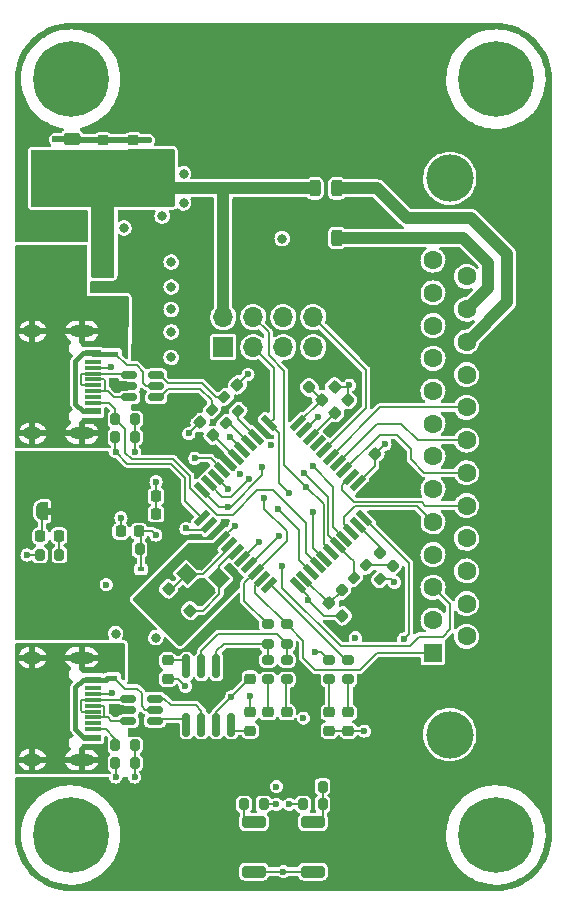
<source format=gbr>
%TF.GenerationSoftware,KiCad,Pcbnew,(6.0.9)*%
%TF.CreationDate,2023-01-09T11:29:14+10:00*%
%TF.ProjectId,OpenRetroPad,4f70656e-5265-4747-926f-5061642e6b69,rev?*%
%TF.SameCoordinates,Original*%
%TF.FileFunction,Copper,L1,Top*%
%TF.FilePolarity,Positive*%
%FSLAX46Y46*%
G04 Gerber Fmt 4.6, Leading zero omitted, Abs format (unit mm)*
G04 Created by KiCad (PCBNEW (6.0.9)) date 2023-01-09 11:29:14*
%MOMM*%
%LPD*%
G01*
G04 APERTURE LIST*
G04 Aperture macros list*
%AMRoundRect*
0 Rectangle with rounded corners*
0 $1 Rounding radius*
0 $2 $3 $4 $5 $6 $7 $8 $9 X,Y pos of 4 corners*
0 Add a 4 corners polygon primitive as box body*
4,1,4,$2,$3,$4,$5,$6,$7,$8,$9,$2,$3,0*
0 Add four circle primitives for the rounded corners*
1,1,$1+$1,$2,$3*
1,1,$1+$1,$4,$5*
1,1,$1+$1,$6,$7*
1,1,$1+$1,$8,$9*
0 Add four rect primitives between the rounded corners*
20,1,$1+$1,$2,$3,$4,$5,0*
20,1,$1+$1,$4,$5,$6,$7,0*
20,1,$1+$1,$6,$7,$8,$9,0*
20,1,$1+$1,$8,$9,$2,$3,0*%
%AMRotRect*
0 Rectangle, with rotation*
0 The origin of the aperture is its center*
0 $1 length*
0 $2 width*
0 $3 Rotation angle, in degrees counterclockwise*
0 Add horizontal line*
21,1,$1,$2,0,0,$3*%
%AMFreePoly0*
4,1,22,0.500000,-0.750000,0.000000,-0.750000,0.000000,-0.745033,-0.079941,-0.743568,-0.215256,-0.701293,-0.333266,-0.622738,-0.424486,-0.514219,-0.481581,-0.384460,-0.499164,-0.250000,-0.500000,-0.250000,-0.500000,0.250000,-0.499164,0.250000,-0.499963,0.256109,-0.478152,0.396186,-0.417904,0.524511,-0.324060,0.630769,-0.204165,0.706417,-0.067858,0.745374,0.000000,0.744959,0.000000,0.750000,
0.500000,0.750000,0.500000,-0.750000,0.500000,-0.750000,$1*%
%AMFreePoly1*
4,1,20,0.000000,0.744959,0.073905,0.744508,0.209726,0.703889,0.328688,0.626782,0.421226,0.519385,0.479903,0.390333,0.500000,0.250000,0.500000,-0.250000,0.499851,-0.262216,0.476331,-0.402017,0.414519,-0.529596,0.319384,-0.634700,0.198574,-0.708877,0.061801,-0.746166,0.000000,-0.745033,0.000000,-0.750000,-0.500000,-0.750000,-0.500000,0.750000,0.000000,0.750000,0.000000,0.744959,
0.000000,0.744959,$1*%
G04 Aperture macros list end*
%TA.AperFunction,SMDPad,CuDef*%
%ADD10RoundRect,0.225000X-0.250000X0.225000X-0.250000X-0.225000X0.250000X-0.225000X0.250000X0.225000X0*%
%TD*%
%TA.AperFunction,SMDPad,CuDef*%
%ADD11RoundRect,0.150000X-0.512500X-0.150000X0.512500X-0.150000X0.512500X0.150000X-0.512500X0.150000X0*%
%TD*%
%TA.AperFunction,SMDPad,CuDef*%
%ADD12RoundRect,0.200000X0.275000X-0.200000X0.275000X0.200000X-0.275000X0.200000X-0.275000X-0.200000X0*%
%TD*%
%TA.AperFunction,ComponentPad*%
%ADD13C,4.000000*%
%TD*%
%TA.AperFunction,ComponentPad*%
%ADD14R,1.600000X1.600000*%
%TD*%
%TA.AperFunction,ComponentPad*%
%ADD15C,1.600000*%
%TD*%
%TA.AperFunction,SMDPad,CuDef*%
%ADD16R,0.600000X0.450000*%
%TD*%
%TA.AperFunction,SMDPad,CuDef*%
%ADD17RoundRect,0.200000X0.200000X0.275000X-0.200000X0.275000X-0.200000X-0.275000X0.200000X-0.275000X0*%
%TD*%
%TA.AperFunction,SMDPad,CuDef*%
%ADD18RoundRect,0.225000X0.225000X0.250000X-0.225000X0.250000X-0.225000X-0.250000X0.225000X-0.250000X0*%
%TD*%
%TA.AperFunction,SMDPad,CuDef*%
%ADD19RoundRect,0.243750X0.243750X0.456250X-0.243750X0.456250X-0.243750X-0.456250X0.243750X-0.456250X0*%
%TD*%
%TA.AperFunction,SMDPad,CuDef*%
%ADD20RoundRect,0.225000X0.335876X0.017678X0.017678X0.335876X-0.335876X-0.017678X-0.017678X-0.335876X0*%
%TD*%
%TA.AperFunction,SMDPad,CuDef*%
%ADD21RoundRect,0.200000X-0.200000X-0.275000X0.200000X-0.275000X0.200000X0.275000X-0.200000X0.275000X0*%
%TD*%
%TA.AperFunction,SMDPad,CuDef*%
%ADD22RoundRect,0.225000X-0.335876X-0.017678X-0.017678X-0.335876X0.335876X0.017678X0.017678X0.335876X0*%
%TD*%
%TA.AperFunction,SMDPad,CuDef*%
%ADD23RoundRect,0.225000X-0.225000X-0.250000X0.225000X-0.250000X0.225000X0.250000X-0.225000X0.250000X0*%
%TD*%
%TA.AperFunction,SMDPad,CuDef*%
%ADD24RoundRect,0.218750X0.256250X-0.218750X0.256250X0.218750X-0.256250X0.218750X-0.256250X-0.218750X0*%
%TD*%
%TA.AperFunction,SMDPad,CuDef*%
%ADD25RoundRect,0.225000X0.250000X-0.225000X0.250000X0.225000X-0.250000X0.225000X-0.250000X-0.225000X0*%
%TD*%
%TA.AperFunction,ComponentPad*%
%ADD26C,0.800000*%
%TD*%
%TA.AperFunction,ComponentPad*%
%ADD27C,6.400000*%
%TD*%
%TA.AperFunction,SMDPad,CuDef*%
%ADD28RoundRect,0.150000X0.150000X-0.825000X0.150000X0.825000X-0.150000X0.825000X-0.150000X-0.825000X0*%
%TD*%
%TA.AperFunction,SMDPad,CuDef*%
%ADD29R,1.500000X2.000000*%
%TD*%
%TA.AperFunction,SMDPad,CuDef*%
%ADD30R,3.800000X2.000000*%
%TD*%
%TA.AperFunction,SMDPad,CuDef*%
%ADD31RoundRect,0.225000X-0.017678X0.335876X-0.335876X0.017678X0.017678X-0.335876X0.335876X-0.017678X0*%
%TD*%
%TA.AperFunction,SMDPad,CuDef*%
%ADD32RoundRect,0.218750X-0.256250X0.218750X-0.256250X-0.218750X0.256250X-0.218750X0.256250X0.218750X0*%
%TD*%
%TA.AperFunction,SMDPad,CuDef*%
%ADD33RoundRect,0.218750X-0.335876X-0.026517X-0.026517X-0.335876X0.335876X0.026517X0.026517X0.335876X0*%
%TD*%
%TA.AperFunction,SMDPad,CuDef*%
%ADD34RoundRect,0.200000X0.335876X0.053033X0.053033X0.335876X-0.335876X-0.053033X-0.053033X-0.335876X0*%
%TD*%
%TA.AperFunction,SMDPad,CuDef*%
%ADD35RoundRect,0.218750X0.335876X0.026517X0.026517X0.335876X-0.335876X-0.026517X-0.026517X-0.335876X0*%
%TD*%
%TA.AperFunction,SMDPad,CuDef*%
%ADD36RoundRect,0.250000X-0.250000X-0.475000X0.250000X-0.475000X0.250000X0.475000X-0.250000X0.475000X0*%
%TD*%
%TA.AperFunction,SMDPad,CuDef*%
%ADD37RoundRect,0.218750X0.026517X-0.335876X0.335876X-0.026517X-0.026517X0.335876X-0.335876X0.026517X0*%
%TD*%
%TA.AperFunction,SMDPad,CuDef*%
%ADD38FreePoly0,180.000000*%
%TD*%
%TA.AperFunction,SMDPad,CuDef*%
%ADD39FreePoly1,180.000000*%
%TD*%
%TA.AperFunction,SMDPad,CuDef*%
%ADD40R,1.450000X0.600000*%
%TD*%
%TA.AperFunction,SMDPad,CuDef*%
%ADD41R,1.450000X0.300000*%
%TD*%
%TA.AperFunction,ComponentPad*%
%ADD42O,1.600000X1.000000*%
%TD*%
%TA.AperFunction,ComponentPad*%
%ADD43O,2.100000X1.000000*%
%TD*%
%TA.AperFunction,SMDPad,CuDef*%
%ADD44RotRect,1.500000X0.550000X315.000000*%
%TD*%
%TA.AperFunction,SMDPad,CuDef*%
%ADD45RotRect,1.500000X0.550000X45.000000*%
%TD*%
%TA.AperFunction,SMDPad,CuDef*%
%ADD46RoundRect,0.200000X-0.335876X-0.053033X-0.053033X-0.335876X0.335876X0.053033X0.053033X0.335876X0*%
%TD*%
%TA.AperFunction,SMDPad,CuDef*%
%ADD47RoundRect,0.225000X0.017678X-0.335876X0.335876X-0.017678X-0.017678X0.335876X-0.335876X0.017678X0*%
%TD*%
%TA.AperFunction,SMDPad,CuDef*%
%ADD48RoundRect,0.218750X0.218750X0.256250X-0.218750X0.256250X-0.218750X-0.256250X0.218750X-0.256250X0*%
%TD*%
%TA.AperFunction,SMDPad,CuDef*%
%ADD49RoundRect,0.250000X-0.475000X0.250000X-0.475000X-0.250000X0.475000X-0.250000X0.475000X0.250000X0*%
%TD*%
%TA.AperFunction,SMDPad,CuDef*%
%ADD50RotRect,1.400000X1.200000X135.000000*%
%TD*%
%TA.AperFunction,ComponentPad*%
%ADD51R,1.700000X1.700000*%
%TD*%
%TA.AperFunction,ComponentPad*%
%ADD52O,1.700000X1.700000*%
%TD*%
%TA.AperFunction,SMDPad,CuDef*%
%ADD53RoundRect,0.250000X-0.750000X0.250000X-0.750000X-0.250000X0.750000X-0.250000X0.750000X0.250000X0*%
%TD*%
%TA.AperFunction,ViaPad*%
%ADD54C,0.600000*%
%TD*%
%TA.AperFunction,ViaPad*%
%ADD55C,0.800000*%
%TD*%
%TA.AperFunction,Conductor*%
%ADD56C,0.203200*%
%TD*%
%TA.AperFunction,Conductor*%
%ADD57C,0.508000*%
%TD*%
%TA.AperFunction,Conductor*%
%ADD58C,1.016000*%
%TD*%
%TA.AperFunction,Conductor*%
%ADD59C,0.406400*%
%TD*%
G04 APERTURE END LIST*
%TO.C,JP1*%
G36*
X-1528000Y-36876000D02*
G01*
X-2028000Y-36876000D01*
X-2028000Y-36276000D01*
X-1528000Y-36276000D01*
X-1528000Y-36876000D01*
G37*
%TD*%
D10*
%TO.P,C5,1*%
%TO.N,GND*%
X5300000Y-5175000D03*
%TO.P,C5,2*%
%TO.N,+3V3*%
X5300000Y-6725000D03*
%TD*%
D11*
%TO.P,U4,1,I/O1*%
%TO.N,/USB Data/D-*%
X4962500Y-25050000D03*
%TO.P,U4,2,GND*%
%TO.N,GND*%
X4962500Y-26000000D03*
%TO.P,U4,3,I/O2*%
%TO.N,/USB Data/D+*%
X4962500Y-26950000D03*
%TO.P,U4,4,I/O2*%
%TO.N,/Microcontroller/USB_DATA.DP*%
X7237500Y-26950000D03*
%TO.P,U4,5,VBUS*%
%TO.N,/USB Data/VBUS*%
X7237500Y-26000000D03*
%TO.P,U4,6,I/O1*%
%TO.N,/Microcontroller/USB_DATA.DM*%
X7237500Y-25050000D03*
%TD*%
D12*
%TO.P,R17,1*%
%TO.N,/UART/TXD*%
X16700000Y-47825000D03*
%TO.P,R17,2*%
%TO.N,/DB25/PD2-RX*%
X16700000Y-46175000D03*
%TD*%
D13*
%TO.P,J4,0,PAD*%
%TO.N,GND*%
X32089669Y-55500000D03*
X32089669Y-8400000D03*
D14*
%TO.P,J4,1,1*%
%TO.N,/DB25/PD3-TX*%
X30669669Y-48570000D03*
D15*
%TO.P,J4,2,2*%
%TO.N,/DB25/PD1*%
X30669669Y-45800000D03*
%TO.P,J4,3,3*%
%TO.N,/DB25/PD0*%
X30669669Y-43030000D03*
%TO.P,J4,4,4*%
%TO.N,/DB25/PD4*%
X30669669Y-40260000D03*
%TO.P,J4,5,5*%
%TO.N,/DB25/PC6*%
X30669669Y-37490000D03*
%TO.P,J4,6,6*%
%TO.N,/DB25/PD7*%
X30669669Y-34720000D03*
%TO.P,J4,7,7*%
%TO.N,/DB25/PE6-CE*%
X30669669Y-31950000D03*
%TO.P,J4,8,8*%
%TO.N,/DB25/PB4-CSN*%
X30669669Y-29180000D03*
%TO.P,J4,9,9*%
%TO.N,/DB25/PB5*%
X30669669Y-26410000D03*
%TO.P,J4,10,10*%
%TO.N,/DB25/PB6*%
X30669669Y-23640000D03*
%TO.P,J4,11,11*%
%TO.N,/DB25/PD2-RX*%
X30669669Y-20870000D03*
%TO.P,J4,12,12*%
%TO.N,unconnected-(J4-Pad12)*%
X30669669Y-18100000D03*
%TO.P,J4,13,13*%
%TO.N,unconnected-(J4-Pad13)*%
X30669669Y-15330000D03*
%TO.P,J4,14,P14*%
%TO.N,/DB25/PB3-MISO*%
X33509669Y-47185000D03*
%TO.P,J4,15,P15*%
%TO.N,/DB25/PB1-SCK*%
X33509669Y-44415000D03*
%TO.P,J4,16,P16*%
%TO.N,/DB25/PB2-MOSI*%
X33509669Y-41645000D03*
%TO.P,J4,17,P17*%
%TO.N,unconnected-(J4-Pad17)*%
X33509669Y-38875000D03*
%TO.P,J4,18,P18*%
%TO.N,/DB25/PF7*%
X33509669Y-36105000D03*
%TO.P,J4,19,P19*%
%TO.N,/DB25/PF6*%
X33509669Y-33335000D03*
%TO.P,J4,20,P20*%
%TO.N,/DB25/PF5*%
X33509669Y-30565000D03*
%TO.P,J4,21,P21*%
%TO.N,/DB25/PF4*%
X33509669Y-27795000D03*
%TO.P,J4,22,P22*%
%TO.N,unconnected-(J4-Pad22)*%
X33509669Y-25025000D03*
%TO.P,J4,23,P23*%
%TO.N,/DB25/3V3F*%
X33509669Y-22255000D03*
%TO.P,J4,24,P24*%
%TO.N,/DB25/5VF*%
X33509669Y-19485000D03*
%TO.P,J4,25,P25*%
%TO.N,GND*%
X33509669Y-16715000D03*
%TD*%
D16*
%TO.P,D9,1,K*%
%TO.N,+5V*%
X5800000Y-50700000D03*
%TO.P,D9,2,A*%
%TO.N,/USB Program/VBUS*%
X3700000Y-50700000D03*
%TD*%
D17*
%TO.P,R16,1*%
%TO.N,/DB25/RST*%
X16325000Y-61400000D03*
%TO.P,R16,2*%
%TO.N,Net-(R16-Pad2)*%
X14675000Y-61400000D03*
%TD*%
D18*
%TO.P,C19,1*%
%TO.N,/DB25/RST*%
X5775000Y-38300000D03*
%TO.P,C19,2*%
%TO.N,GND*%
X4225000Y-38300000D03*
%TD*%
D19*
%TO.P,F2,1*%
%TO.N,/DB25/5VF*%
X22537500Y-13450000D03*
%TO.P,F2,2*%
%TO.N,+5V*%
X20662500Y-13450000D03*
%TD*%
D20*
%TO.P,C10,1*%
%TO.N,GND*%
X22998008Y-45448008D03*
%TO.P,C10,2*%
%TO.N,/Microcontroller/AVCC_P24*%
X21901992Y-44351992D03*
%TD*%
D21*
%TO.P,R11,1*%
%TO.N,+5V*%
X4175000Y-39800000D03*
%TO.P,R11,2*%
%TO.N,/DB25/RST*%
X5825000Y-39800000D03*
%TD*%
D22*
%TO.P,C9,1*%
%TO.N,GND*%
X14112652Y-25891332D03*
%TO.P,C9,2*%
%TO.N,+5V*%
X15208668Y-26987348D03*
%TD*%
D23*
%TO.P,C7,1*%
%TO.N,GND*%
X7225000Y-35300000D03*
%TO.P,C7,2*%
%TO.N,+5V*%
X8775000Y-35300000D03*
%TD*%
D12*
%TO.P,R7,1*%
%TO.N,Net-(D2-Pad1)*%
X16700000Y-50825000D03*
%TO.P,R7,2*%
%TO.N,/UART/TXD*%
X16700000Y-49175000D03*
%TD*%
D24*
%TO.P,D8,1,K*%
%TO.N,GND*%
X23500000Y-55187500D03*
%TO.P,D8,2,A*%
%TO.N,Net-(D8-Pad2)*%
X23500000Y-53612500D03*
%TD*%
D25*
%TO.P,C15,1*%
%TO.N,GND*%
X15200000Y-50775000D03*
%TO.P,C15,2*%
%TO.N,+5V*%
X15200000Y-49225000D03*
%TD*%
D22*
%TO.P,C20,1*%
%TO.N,GND*%
X25751992Y-31751992D03*
%TO.P,C20,2*%
%TO.N,+5V*%
X26848008Y-32848008D03*
%TD*%
D21*
%TO.P,R9,1*%
%TO.N,/PE2-HWB*%
X19675000Y-61400000D03*
%TO.P,R9,2*%
%TO.N,Net-(R19-Pad2)*%
X21325000Y-61400000D03*
%TD*%
D17*
%TO.P,R4,1*%
%TO.N,GND*%
X5425000Y-57900000D03*
%TO.P,R4,2*%
%TO.N,/USB Program/CC1*%
X3775000Y-57900000D03*
%TD*%
D26*
%TO.P,H1,1,1*%
%TO.N,unconnected-(H1-Pad1)*%
X1697056Y1697056D03*
X-1697056Y1697056D03*
X1697056Y-1697056D03*
X0Y2400000D03*
X2400000Y0D03*
X-2400000Y0D03*
D27*
X0Y0D03*
D26*
X0Y-2400000D03*
X-1697056Y-1697056D03*
%TD*%
D21*
%TO.P,R1,1*%
%TO.N,/PD6-CC2*%
X3775000Y-28800000D03*
%TO.P,R1,2*%
%TO.N,GND*%
X5425000Y-28800000D03*
%TD*%
D22*
%TO.P,C13,1*%
%TO.N,GND*%
X10951992Y-29051992D03*
%TO.P,C13,2*%
%TO.N,/Microcontroller/UCAP*%
X12048008Y-30148008D03*
%TD*%
D11*
%TO.P,U5,1,I/O1*%
%TO.N,/USB Program/D-*%
X4862500Y-52450000D03*
%TO.P,U5,2,GND*%
%TO.N,GND*%
X4862500Y-53400000D03*
%TO.P,U5,3,I/O2*%
%TO.N,/USB Program/D+*%
X4862500Y-54350000D03*
%TO.P,U5,4,I/O2*%
%TO.N,/UART/USB_PRGM.DP*%
X7137500Y-54350000D03*
%TO.P,U5,5,VBUS*%
%TO.N,/USB Program/VBUS*%
X7137500Y-53400000D03*
%TO.P,U5,6,I/O1*%
%TO.N,/UART/USB_PRGM.DM*%
X7137500Y-52450000D03*
%TD*%
D12*
%TO.P,R8,1*%
%TO.N,Net-(D3-Pad1)*%
X18300000Y-50825000D03*
%TO.P,R8,2*%
%TO.N,/UART/RXD*%
X18300000Y-49175000D03*
%TD*%
D28*
%TO.P,U3,1,UD+*%
%TO.N,/UART/USB_PRGM.DP*%
X9795000Y-54675000D03*
%TO.P,U3,2,UD-*%
%TO.N,/UART/USB_PRGM.DM*%
X11065000Y-54675000D03*
%TO.P,U3,3,GND*%
%TO.N,GND*%
X12335000Y-54675000D03*
%TO.P,U3,4,~{RTS}*%
%TO.N,/UART/RTS*%
X13605000Y-54675000D03*
%TO.P,U3,5,VCC*%
%TO.N,+5V*%
X13605000Y-49725000D03*
%TO.P,U3,6,TXD*%
%TO.N,/UART/TXD*%
X12335000Y-49725000D03*
%TO.P,U3,7,RXD*%
%TO.N,/UART/RXD*%
X11065000Y-49725000D03*
%TO.P,U3,8,V3*%
%TO.N,/UART/V3*%
X9795000Y-49725000D03*
%TD*%
D29*
%TO.P,U1,1,GND*%
%TO.N,GND*%
X400000Y-15550000D03*
%TO.P,U1,2,VO*%
%TO.N,+3V3*%
X2700000Y-15550000D03*
D30*
X2700000Y-9250000D03*
D29*
%TO.P,U1,3,VI*%
%TO.N,+5V*%
X5000000Y-15550000D03*
%TD*%
D21*
%TO.P,R19,1*%
%TO.N,+5V*%
X19675000Y-59900000D03*
%TO.P,R19,2*%
%TO.N,Net-(R19-Pad2)*%
X21325000Y-59900000D03*
%TD*%
D31*
%TO.P,C11,1*%
%TO.N,/Microcontroller/XTAL1*%
X10121664Y-45000000D03*
%TO.P,C11,2*%
%TO.N,GND*%
X9025648Y-46096016D03*
%TD*%
D12*
%TO.P,R18,1*%
%TO.N,/UART/RXD*%
X18300000Y-47825000D03*
%TO.P,R18,2*%
%TO.N,/DB25/PD3-TX*%
X18300000Y-46175000D03*
%TD*%
D32*
%TO.P,D3,1,K*%
%TO.N,Net-(D3-Pad1)*%
X18300000Y-53612500D03*
%TO.P,D3,2,A*%
%TO.N,+5V*%
X18300000Y-55187500D03*
%TD*%
D31*
%TO.P,C18,1*%
%TO.N,GND*%
X22348008Y-26051992D03*
%TO.P,C18,2*%
%TO.N,/Microcontroller/AVCC_P44*%
X21251992Y-27148008D03*
%TD*%
D33*
%TO.P,FB3,1*%
%TO.N,/Microcontroller/AVCC_P24*%
X22943153Y-43293153D03*
%TO.P,FB3,2*%
%TO.N,+5V*%
X24056847Y-44406847D03*
%TD*%
D34*
%TO.P,R6,1*%
%TO.N,/Microcontroller/D-*%
X14183363Y-28083363D03*
%TO.P,R6,2*%
%TO.N,/Microcontroller/USB_DATA.DM*%
X13016637Y-26916637D03*
%TD*%
%TO.P,R10,1*%
%TO.N,GND*%
X26183363Y-42333363D03*
%TO.P,R10,2*%
%TO.N,Net-(D4-Pad1)*%
X25016637Y-41166637D03*
%TD*%
D31*
%TO.P,C12,1*%
%TO.N,/Microcontroller/XTAL2*%
X8283188Y-43161525D03*
%TO.P,C12,2*%
%TO.N,GND*%
X7187172Y-44257541D03*
%TD*%
D35*
%TO.P,D4,1,K*%
%TO.N,Net-(D4-Pad1)*%
X27256847Y-41206847D03*
%TO.P,D4,2,A*%
%TO.N,/PC7-LED_USER*%
X26143153Y-40093153D03*
%TD*%
D36*
%TO.P,C6,1*%
%TO.N,GND*%
X3850000Y-48750000D03*
%TO.P,C6,2*%
%TO.N,+5V*%
X5750000Y-48750000D03*
%TD*%
D37*
%TO.P,FB4,1*%
%TO.N,/Microcontroller/AVCC_P44*%
X20191161Y-26108839D03*
%TO.P,FB4,2*%
%TO.N,+5V*%
X21304855Y-24995145D03*
%TD*%
D38*
%TO.P,JP1,1,A*%
%TO.N,+5V*%
X-1128000Y-36576000D03*
D39*
%TO.P,JP1,2,B*%
%TO.N,Net-(D6-Pad2)*%
X-2428000Y-36576000D03*
%TD*%
D17*
%TO.P,R2,1*%
%TO.N,GND*%
X5425000Y-30300000D03*
%TO.P,R2,2*%
%TO.N,/PB7-CC1*%
X3775000Y-30300000D03*
%TD*%
D34*
%TO.P,R5,1*%
%TO.N,/Microcontroller/D+*%
X13122702Y-29144024D03*
%TO.P,R5,2*%
%TO.N,/Microcontroller/USB_DATA.DP*%
X11955976Y-27977298D03*
%TD*%
D40*
%TO.P,J1,A1,GND*%
%TO.N,GND*%
X1845000Y-22430000D03*
%TO.P,J1,A4,VBUS*%
%TO.N,/USB Data/VBUS*%
X1845000Y-23230000D03*
D41*
%TO.P,J1,A5,CC1*%
%TO.N,/PB7-CC1*%
X1845000Y-24430000D03*
%TO.P,J1,A6,D+*%
%TO.N,/USB Data/D+*%
X1845000Y-25430000D03*
%TO.P,J1,A7,D-*%
%TO.N,/USB Data/D-*%
X1845000Y-25930000D03*
%TO.P,J1,A8,SBU1*%
%TO.N,unconnected-(J1-PadA8)*%
X1845000Y-26930000D03*
D40*
%TO.P,J1,A9,VBUS*%
%TO.N,/USB Data/VBUS*%
X1845000Y-28130000D03*
%TO.P,J1,A12,GND*%
%TO.N,GND*%
X1845000Y-28930000D03*
%TO.P,J1,B1,GND*%
X1845000Y-28930000D03*
%TO.P,J1,B4,VBUS*%
%TO.N,/USB Data/VBUS*%
X1845000Y-28130000D03*
D41*
%TO.P,J1,B5,CC2*%
%TO.N,/PD6-CC2*%
X1845000Y-27430000D03*
%TO.P,J1,B6,D+*%
%TO.N,/USB Data/D+*%
X1845000Y-26430000D03*
%TO.P,J1,B7,D-*%
%TO.N,/USB Data/D-*%
X1845000Y-24930000D03*
%TO.P,J1,B8,SBU2*%
%TO.N,unconnected-(J1-PadB8)*%
X1845000Y-23930000D03*
D40*
%TO.P,J1,B9,VBUS*%
%TO.N,/USB Data/VBUS*%
X1845000Y-23230000D03*
%TO.P,J1,B12,GND*%
%TO.N,GND*%
X1845000Y-22430000D03*
D42*
%TO.P,J1,S1,SHIELD*%
X-3250000Y-30000000D03*
D43*
X930000Y-30000000D03*
X930000Y-21360000D03*
D42*
X-3250000Y-21360000D03*
%TD*%
D10*
%TO.P,C4,1*%
%TO.N,GND*%
X2700000Y-5175000D03*
%TO.P,C4,2*%
%TO.N,+3V3*%
X2700000Y-6725000D03*
%TD*%
D26*
%TO.P,H4,1,1*%
%TO.N,unconnected-(H4-Pad1)*%
X36000000Y-66400000D03*
D27*
X36000000Y-64000000D03*
D26*
X37697056Y-62302944D03*
X38400000Y-64000000D03*
X33600000Y-64000000D03*
X34302944Y-65697056D03*
X34302944Y-62302944D03*
X36000000Y-61600000D03*
X37697056Y-65697056D03*
%TD*%
D44*
%TO.P,U2,1,PE6*%
%TO.N,/DB25/PE6-CE*%
X16797918Y-29141064D03*
%TO.P,U2,2,UVCC*%
%TO.N,+5V*%
X16232233Y-29706750D03*
%TO.P,U2,3,D-*%
%TO.N,/Microcontroller/D-*%
X15666548Y-30272435D03*
%TO.P,U2,4,D+*%
%TO.N,/Microcontroller/D+*%
X15100862Y-30838120D03*
%TO.P,U2,5,UGND*%
%TO.N,GND*%
X14535177Y-31403806D03*
%TO.P,U2,6,UCAP*%
%TO.N,/Microcontroller/UCAP*%
X13969491Y-31969491D03*
%TO.P,U2,7,VBUS*%
%TO.N,+5V*%
X13403806Y-32535177D03*
%TO.P,U2,8,PB0*%
%TO.N,/PB0-RX_LED*%
X12838120Y-33100862D03*
%TO.P,U2,9,PB1*%
%TO.N,/DB25/PB1-SCK*%
X12272435Y-33666548D03*
%TO.P,U2,10,PB2*%
%TO.N,/DB25/PB2-MOSI*%
X11706750Y-34232233D03*
%TO.P,U2,11,PB3*%
%TO.N,/DB25/PB3-MISO*%
X11141064Y-34797918D03*
D45*
%TO.P,U2,12,PB7*%
%TO.N,/PB7-CC1*%
X11141064Y-37202082D03*
%TO.P,U2,13,~{RESET}*%
%TO.N,/DB25/RST*%
X11706750Y-37767767D03*
%TO.P,U2,14,VCC*%
%TO.N,+5V*%
X12272435Y-38333452D03*
%TO.P,U2,15,GND*%
%TO.N,GND*%
X12838120Y-38899138D03*
%TO.P,U2,16,XTAL2*%
%TO.N,/Microcontroller/XTAL2*%
X13403806Y-39464823D03*
%TO.P,U2,17,XTAL1*%
%TO.N,/Microcontroller/XTAL1*%
X13969491Y-40030509D03*
%TO.P,U2,18,PD0*%
%TO.N,/DB25/PD0*%
X14535177Y-40596194D03*
%TO.P,U2,19,PD1*%
%TO.N,/DB25/PD1*%
X15100862Y-41161880D03*
%TO.P,U2,20,PD2*%
%TO.N,/DB25/PD2-RX*%
X15666548Y-41727565D03*
%TO.P,U2,21,PD3*%
%TO.N,/DB25/PD3-TX*%
X16232233Y-42293250D03*
%TO.P,U2,22,PD5*%
%TO.N,/PD5-TX_LED*%
X16797918Y-42858936D03*
D44*
%TO.P,U2,23,GND*%
%TO.N,GND*%
X19202082Y-42858936D03*
%TO.P,U2,24,AVCC*%
%TO.N,/Microcontroller/AVCC_P24*%
X19767767Y-42293250D03*
%TO.P,U2,25,PD4*%
%TO.N,/DB25/PD4*%
X20333452Y-41727565D03*
%TO.P,U2,26,PD6*%
%TO.N,/PD6-CC2*%
X20899138Y-41161880D03*
%TO.P,U2,27,PD7*%
%TO.N,/DB25/PD7*%
X21464823Y-40596194D03*
%TO.P,U2,28,PB4*%
%TO.N,/DB25/PB4-CSN*%
X22030509Y-40030509D03*
%TO.P,U2,29,PB5*%
%TO.N,/DB25/PB5*%
X22596194Y-39464823D03*
%TO.P,U2,30,PB6*%
%TO.N,/DB25/PB6*%
X23161880Y-38899138D03*
%TO.P,U2,31,PC6*%
%TO.N,/DB25/PC6*%
X23727565Y-38333452D03*
%TO.P,U2,32,PC7*%
%TO.N,/PC7-LED_USER*%
X24293250Y-37767767D03*
%TO.P,U2,33,~{HWB}/PE2*%
%TO.N,/PE2-HWB*%
X24858936Y-37202082D03*
D45*
%TO.P,U2,34,VCC*%
%TO.N,+5V*%
X24858936Y-34797918D03*
%TO.P,U2,35,GND*%
%TO.N,GND*%
X24293250Y-34232233D03*
%TO.P,U2,36,PF7*%
%TO.N,/DB25/PF7*%
X23727565Y-33666548D03*
%TO.P,U2,37,PF6*%
%TO.N,/DB25/PF6*%
X23161880Y-33100862D03*
%TO.P,U2,38,PF5*%
%TO.N,/DB25/PF5*%
X22596194Y-32535177D03*
%TO.P,U2,39,PF4*%
%TO.N,/DB25/PF4*%
X22030509Y-31969491D03*
%TO.P,U2,40,PF1*%
%TO.N,/DB25/PF1-IRQ*%
X21464823Y-31403806D03*
%TO.P,U2,41,PF0*%
%TO.N,unconnected-(U2-Pad41)*%
X20899138Y-30838120D03*
%TO.P,U2,42,AREF*%
%TO.N,/Microcontroller/AREF*%
X20333452Y-30272435D03*
%TO.P,U2,43,GND*%
%TO.N,GND*%
X19767767Y-29706750D03*
%TO.P,U2,44,AVCC*%
%TO.N,/Microcontroller/AVCC_P44*%
X19202082Y-29141064D03*
%TD*%
D16*
%TO.P,D1,1,K*%
%TO.N,+5V*%
X5850000Y-23250000D03*
%TO.P,D1,2,A*%
%TO.N,/USB Data/VBUS*%
X3750000Y-23250000D03*
%TD*%
D17*
%TO.P,R13,1*%
%TO.N,Net-(D6-Pad1)*%
X-953000Y-40276000D03*
%TO.P,R13,2*%
%TO.N,GND*%
X-2603000Y-40276000D03*
%TD*%
D23*
%TO.P,C8,1*%
%TO.N,GND*%
X7225000Y-36800000D03*
%TO.P,C8,2*%
%TO.N,+5V*%
X8775000Y-36800000D03*
%TD*%
D16*
%TO.P,D5,1,K*%
%TO.N,+5V*%
X3850000Y-41500000D03*
%TO.P,D5,2,A*%
%TO.N,/DB25/RST*%
X5950000Y-41500000D03*
%TD*%
D46*
%TO.P,R12,1*%
%TO.N,/DB25/PB5*%
X23966637Y-42216637D03*
%TO.P,R12,2*%
%TO.N,+5V*%
X25133363Y-43383363D03*
%TD*%
D47*
%TO.P,C21,1*%
%TO.N,/Microcontroller/AREF*%
X22351992Y-28248008D03*
%TO.P,C21,2*%
%TO.N,GND*%
X23448008Y-27151992D03*
%TD*%
D21*
%TO.P,R3,1*%
%TO.N,/USB Program/CC2*%
X3775000Y-56400000D03*
%TO.P,R3,2*%
%TO.N,GND*%
X5425000Y-56400000D03*
%TD*%
D19*
%TO.P,F1,1*%
%TO.N,/DB25/3V3F*%
X22537500Y-9250000D03*
%TO.P,F1,2*%
%TO.N,+3V3*%
X20662500Y-9250000D03*
%TD*%
D12*
%TO.P,R15,1*%
%TO.N,Net-(D8-Pad2)*%
X23500000Y-50825000D03*
%TO.P,R15,2*%
%TO.N,/PD5-TX_LED*%
X23500000Y-49175000D03*
%TD*%
D40*
%TO.P,J2,A1,GND*%
%TO.N,GND*%
X1845000Y-50050000D03*
%TO.P,J2,A4,VBUS*%
%TO.N,/USB Program/VBUS*%
X1845000Y-50850000D03*
D41*
%TO.P,J2,A5,CC1*%
%TO.N,/USB Program/CC1*%
X1845000Y-52050000D03*
%TO.P,J2,A6,D+*%
%TO.N,/USB Program/D+*%
X1845000Y-53050000D03*
%TO.P,J2,A7,D-*%
%TO.N,/USB Program/D-*%
X1845000Y-53550000D03*
%TO.P,J2,A8,SBU1*%
%TO.N,unconnected-(J2-PadA8)*%
X1845000Y-54550000D03*
D40*
%TO.P,J2,A9,VBUS*%
%TO.N,/USB Program/VBUS*%
X1845000Y-55750000D03*
%TO.P,J2,A12,GND*%
%TO.N,GND*%
X1845000Y-56550000D03*
%TO.P,J2,B1,GND*%
X1845000Y-56550000D03*
%TO.P,J2,B4,VBUS*%
%TO.N,/USB Program/VBUS*%
X1845000Y-55750000D03*
D41*
%TO.P,J2,B5,CC2*%
%TO.N,/USB Program/CC2*%
X1845000Y-55050000D03*
%TO.P,J2,B6,D+*%
%TO.N,/USB Program/D+*%
X1845000Y-54050000D03*
%TO.P,J2,B7,D-*%
%TO.N,/USB Program/D-*%
X1845000Y-52550000D03*
%TO.P,J2,B8,SBU2*%
%TO.N,unconnected-(J2-PadB8)*%
X1845000Y-51550000D03*
D40*
%TO.P,J2,B9,VBUS*%
%TO.N,/USB Program/VBUS*%
X1845000Y-50850000D03*
%TO.P,J2,B12,GND*%
%TO.N,GND*%
X1845000Y-50050000D03*
D42*
%TO.P,J2,S1,SHIELD*%
X-3250000Y-48980000D03*
D43*
X930000Y-57620000D03*
X930000Y-48980000D03*
D42*
X-3250000Y-57620000D03*
%TD*%
D26*
%TO.P,H3,1,1*%
%TO.N,unconnected-(H3-Pad1)*%
X34302944Y1697056D03*
X36000000Y2400000D03*
X33600000Y0D03*
X37697056Y1697056D03*
D27*
X36000000Y0D03*
D26*
X36000000Y-2400000D03*
X37697056Y-1697056D03*
X38400000Y0D03*
X34302944Y-1697056D03*
%TD*%
D12*
%TO.P,R14,1*%
%TO.N,Net-(D7-Pad2)*%
X21900000Y-50825000D03*
%TO.P,R14,2*%
%TO.N,/PB0-RX_LED*%
X21900000Y-49175000D03*
%TD*%
D48*
%TO.P,D6,1,K*%
%TO.N,Net-(D6-Pad1)*%
X-990500Y-38676000D03*
%TO.P,D6,2,A*%
%TO.N,Net-(D6-Pad2)*%
X-2565500Y-38676000D03*
%TD*%
D26*
%TO.P,H2,1,1*%
%TO.N,unconnected-(H2-Pad1)*%
X2400000Y-64000000D03*
X-1697056Y-65697056D03*
X1697056Y-65697056D03*
X1697056Y-62302944D03*
X0Y-66400000D03*
X0Y-61600000D03*
X-2400000Y-64000000D03*
X-1697056Y-62302944D03*
D27*
X0Y-64000000D03*
%TD*%
D24*
%TO.P,D7,1,K*%
%TO.N,GND*%
X21900000Y-55187500D03*
%TO.P,D7,2,A*%
%TO.N,Net-(D7-Pad2)*%
X21900000Y-53612500D03*
%TD*%
D49*
%TO.P,C3,1*%
%TO.N,GND*%
X100000Y-5050000D03*
%TO.P,C3,2*%
%TO.N,+3V3*%
X100000Y-6950000D03*
%TD*%
D50*
%TO.P,Y1,1,1*%
%TO.N,/Microcontroller/XTAL1*%
X12578858Y-42259962D03*
%TO.P,Y1,2,2*%
%TO.N,GND*%
X11023223Y-40704327D03*
%TO.P,Y1,3,3*%
%TO.N,/Microcontroller/XTAL2*%
X9821142Y-41906408D03*
%TO.P,Y1,4,4*%
%TO.N,GND*%
X11376777Y-43462043D03*
%TD*%
D25*
%TO.P,C17,1*%
%TO.N,/UART/RTS*%
X15200000Y-55175000D03*
%TO.P,C17,2*%
%TO.N,/DB25/RST*%
X15200000Y-53625000D03*
%TD*%
D23*
%TO.P,C2,1*%
%TO.N,GND*%
X4275000Y-19500000D03*
%TO.P,C2,2*%
%TO.N,+5V*%
X5825000Y-19500000D03*
%TD*%
D51*
%TO.P,J3,1,Pin_1*%
%TO.N,GND*%
X12920000Y-22700000D03*
D52*
%TO.P,J3,2,Pin_2*%
%TO.N,+3V3*%
X12920000Y-20160000D03*
%TO.P,J3,3,Pin_3*%
%TO.N,/DB25/PE6-CE*%
X15460000Y-22700000D03*
%TO.P,J3,4,Pin_4*%
%TO.N,/DB25/PB4-CSN*%
X15460000Y-20160000D03*
%TO.P,J3,5,Pin_5*%
%TO.N,/DB25/PB1-SCK*%
X18000000Y-22700000D03*
%TO.P,J3,6,Pin_6*%
%TO.N,/DB25/PB2-MOSI*%
X18000000Y-20160000D03*
%TO.P,J3,7,Pin_7*%
%TO.N,/DB25/PB3-MISO*%
X20540000Y-22700000D03*
%TO.P,J3,8,Pin_8*%
%TO.N,/DB25/PF1-IRQ*%
X20540000Y-20160000D03*
%TD*%
D53*
%TO.P,SW2,1,1*%
%TO.N,Net-(R16-Pad2)*%
X15500000Y-62900000D03*
%TO.P,SW2,2,2*%
%TO.N,GND*%
X15500000Y-67100000D03*
%TD*%
D32*
%TO.P,D2,1,K*%
%TO.N,Net-(D2-Pad1)*%
X16700000Y-53612500D03*
%TO.P,D2,2,A*%
%TO.N,+5V*%
X16700000Y-55187500D03*
%TD*%
D53*
%TO.P,SW1,1,1*%
%TO.N,Net-(R19-Pad2)*%
X20500000Y-62900000D03*
%TO.P,SW1,2,2*%
%TO.N,GND*%
X20500000Y-67100000D03*
%TD*%
D36*
%TO.P,C1,1*%
%TO.N,GND*%
X3950000Y-21300000D03*
%TO.P,C1,2*%
%TO.N,+5V*%
X5850000Y-21300000D03*
%TD*%
D25*
%TO.P,C16,1*%
%TO.N,GND*%
X8200000Y-50775000D03*
%TO.P,C16,2*%
%TO.N,/UART/V3*%
X8200000Y-49225000D03*
%TD*%
D54*
%TO.N,GND*%
X20900000Y-28600000D03*
X5400000Y-59100000D03*
D55*
X4500000Y-12600000D03*
X7750000Y-11600000D03*
X9550000Y-10500000D03*
D54*
X10100000Y-39800000D03*
D55*
X17900000Y-13500000D03*
D54*
X4000000Y-5200000D03*
X13500000Y-30300000D03*
X7225000Y-34075000D03*
X13600000Y-52300000D03*
X3000000Y-42800000D03*
X-1300000Y-5100000D03*
D55*
X7200000Y-47300000D03*
X400000Y-17500000D03*
D54*
X26600000Y-30900000D03*
D55*
X8500000Y-23550000D03*
D54*
X9700000Y-51400000D03*
X27400000Y-42600000D03*
X10000000Y-30000000D03*
X13900000Y-37800000D03*
X6600000Y-5200000D03*
D55*
X-1500000Y-17500000D03*
X8500000Y-21400000D03*
D54*
X4250000Y-37150000D03*
X24100000Y-47300000D03*
X23600000Y-25900000D03*
X15000000Y-25000000D03*
D55*
X-1500000Y-15600000D03*
X9550000Y-8000000D03*
X8500000Y-17600000D03*
D54*
X9600000Y-43700000D03*
X19700000Y-54100000D03*
D55*
X3800000Y-46950000D03*
D54*
X14300000Y-33450000D03*
X20100000Y-44100000D03*
X17400000Y-59900000D03*
D55*
X8500000Y-19500000D03*
D54*
X18000000Y-67100000D03*
X1500000Y-5200000D03*
X16950000Y-31000000D03*
X-3700000Y-40300000D03*
X3550000Y-53400000D03*
D55*
X8500000Y-15500000D03*
D54*
X24850000Y-55200000D03*
X5400000Y-31550000D03*
X8088733Y-45194455D03*
X3700000Y-26000000D03*
%TO.N,+5V*%
X12350000Y-51650000D03*
X16100000Y-26100000D03*
D55*
X6000000Y-47200000D03*
X5400000Y-17500000D03*
D54*
X12300000Y-31431371D03*
D55*
X7300000Y-22400000D03*
D54*
X300000Y-36600000D03*
X18500000Y-59900000D03*
X3900000Y-42800000D03*
X19700000Y-55200000D03*
D55*
X7300000Y-20430000D03*
X6950000Y-48700000D03*
D54*
X26100000Y-47200000D03*
X22900000Y-47000000D03*
X8800000Y-34100000D03*
D55*
X7300000Y-14600000D03*
D54*
X22300000Y-24000000D03*
D55*
X7300000Y-16500000D03*
D54*
X27700000Y-32000000D03*
D55*
X19300000Y-13450000D03*
X6950000Y-50550000D03*
X7300000Y-18700000D03*
%TO.N,+3V3*%
X2250000Y-13550000D03*
X-1900000Y-10200000D03*
X8200000Y-7400000D03*
X8200000Y-9200000D03*
X7300000Y-6500000D03*
X-2800000Y-7500000D03*
X-1900000Y-8400000D03*
X7300000Y-9200000D03*
X8200000Y-6500000D03*
X7300000Y-7400000D03*
X-2800000Y-10200000D03*
X3150000Y-11650000D03*
X-1900000Y-7500000D03*
X-1900000Y-9300000D03*
X3150000Y-13550000D03*
X-2800000Y-9300000D03*
X-1900000Y-6600000D03*
X-2800000Y-6600000D03*
X7300000Y-8300000D03*
X2250000Y-12600000D03*
X8200000Y-8300000D03*
X-2800000Y-8400000D03*
X8200000Y-10100000D03*
X3150000Y-12600000D03*
X2250000Y-11650000D03*
X7300000Y-10100000D03*
D54*
%TO.N,/DB25/RST*%
X17400000Y-61400000D03*
X7200000Y-38600000D03*
X15200000Y-52200000D03*
X9750000Y-38050000D03*
%TO.N,/DB25/PD7*%
X20550000Y-36650000D03*
%TO.N,/DB25/PD1*%
X17600000Y-38700000D03*
%TO.N,/DB25/PB6*%
X20500000Y-32800000D03*
%TO.N,/DB25/PD0*%
X17900000Y-41200000D03*
X15900000Y-39200000D03*
%TO.N,/PB7-CC1*%
X3800000Y-31550000D03*
X3400000Y-24376500D03*
%TO.N,/DB25/PD4*%
X17550000Y-36400000D03*
%TO.N,/DB25/PB5*%
X19754000Y-33354000D03*
%TO.N,/USB Program/CC1*%
X3800000Y-59100000D03*
X3500000Y-51996500D03*
%TO.N,/DB25/PE6-CE*%
X18475000Y-35075000D03*
%TO.N,/DB25/PB4-CSN*%
X19900000Y-34500000D03*
%TO.N,/DB25/PB1-SCK*%
X13302944Y-34697056D03*
%TO.N,/DB25/PB2-MOSI*%
X15050353Y-33900353D03*
%TO.N,/DB25/PB3-MISO*%
X16225000Y-32825000D03*
X13300000Y-36200000D03*
%TO.N,/DB25/PD2-RX*%
X16400000Y-35500000D03*
%TO.N,/PE2-HWB*%
X28200000Y-47400000D03*
X18500000Y-61400000D03*
%TO.N,/PB0-RX_LED*%
X20700000Y-48500000D03*
X10500000Y-32100000D03*
%TD*%
D56*
%TO.N,GND*%
X12838120Y-38861880D02*
X13900000Y-37800000D01*
X22998008Y-45448008D02*
X21448008Y-45448008D01*
X5400000Y-56425000D02*
X5425000Y-56400000D01*
X11023223Y-40704327D02*
X12828412Y-38899138D01*
X5400000Y-59100000D02*
X5400000Y-56425000D01*
D57*
X2725000Y-5200000D02*
X2700000Y-5175000D01*
D56*
X12335000Y-53565000D02*
X12335000Y-54675000D01*
D57*
X5300000Y-5175000D02*
X6575000Y-5175000D01*
D56*
X27400000Y-42600000D02*
X27133363Y-42333363D01*
X4250000Y-37150000D02*
X4225000Y-37175000D01*
X7187170Y-44257541D02*
X8088735Y-45159102D01*
X10948008Y-29051992D02*
X10000000Y-30000000D01*
X27133363Y-42333363D02*
X26183363Y-42333363D01*
X5425000Y-31525000D02*
X5425000Y-28800000D01*
X24837500Y-55187500D02*
X24850000Y-55200000D01*
X5400000Y-57925000D02*
X5425000Y-57900000D01*
X19793250Y-29706750D02*
X20900000Y-28600000D01*
X15125000Y-50775000D02*
X15200000Y-50775000D01*
D57*
X4000000Y-5200000D02*
X5275000Y-5200000D01*
X2700000Y-5175000D02*
X1525000Y-5175000D01*
D56*
X25751992Y-31751992D02*
X25751992Y-32773491D01*
X4862500Y-53400000D02*
X3550000Y-53400000D01*
X4962500Y-26000000D02*
X3700000Y-26000000D01*
X20500000Y-67100000D02*
X18000000Y-67100000D01*
X-2603000Y-40276000D02*
X-3676000Y-40276000D01*
X20100000Y-44100000D02*
X20100000Y-43756854D01*
D57*
X6575000Y-5175000D02*
X6600000Y-5200000D01*
D56*
X14112652Y-25891332D02*
X14112652Y-25887348D01*
X8124090Y-45194457D02*
X8088733Y-45194455D01*
D57*
X-1250000Y-5050000D02*
X-1300000Y-5100000D01*
D56*
X13600000Y-52300000D02*
X15125000Y-50775000D01*
X23448008Y-26051992D02*
X23600000Y-25900000D01*
X22348008Y-26051992D02*
X23448008Y-26051992D01*
X14112652Y-25887348D02*
X15000000Y-25000000D01*
X7225000Y-34075000D02*
X7225000Y-36800000D01*
X10951992Y-29051992D02*
X10948008Y-29051992D01*
X12838120Y-38899138D02*
X12838120Y-38861880D01*
X19767767Y-29706750D02*
X19793250Y-29706750D01*
X23500000Y-55187500D02*
X24837500Y-55187500D01*
X5400000Y-31550000D02*
X5425000Y-31525000D01*
D57*
X5275000Y-5200000D02*
X5300000Y-5175000D01*
D56*
X8200000Y-50775000D02*
X9075000Y-50775000D01*
X9025649Y-46096018D02*
X8124090Y-45194457D01*
X25751992Y-32773491D02*
X24293250Y-34232233D01*
X14535177Y-31403806D02*
X14535177Y-31335177D01*
D57*
X100000Y-5050000D02*
X-1250000Y-5050000D01*
X250000Y-5200000D02*
X100000Y-5050000D01*
D56*
X25751992Y-31751992D02*
X25751992Y-31748008D01*
X12828412Y-38899138D02*
X12838120Y-38899138D01*
X25751992Y-31748008D02*
X26600000Y-30900000D01*
X8088735Y-45159102D02*
X8088733Y-45194455D01*
X14535177Y-31335177D02*
X13500000Y-30300000D01*
D57*
X1500000Y-5200000D02*
X250000Y-5200000D01*
D56*
X-3676000Y-40276000D02*
X-3700000Y-40300000D01*
X21900000Y-55187500D02*
X23500000Y-55187500D01*
X4225000Y-37175000D02*
X4225000Y-38300000D01*
D57*
X1525000Y-5175000D02*
X1500000Y-5200000D01*
D56*
X23448008Y-27151992D02*
X23448008Y-26051992D01*
X15500000Y-67100000D02*
X18000000Y-67100000D01*
X20100000Y-43756854D02*
X19202082Y-42858936D01*
X13600000Y-52300000D02*
X12335000Y-53565000D01*
X9075000Y-50775000D02*
X9700000Y-51400000D01*
D57*
X4000000Y-5200000D02*
X2725000Y-5200000D01*
D56*
X21448008Y-45448008D02*
X20100000Y-44100000D01*
%TO.N,+5V*%
X8775000Y-34125000D02*
X8800000Y-34100000D01*
X-1128000Y-36576000D02*
X276000Y-36576000D01*
X8775000Y-38275000D02*
X8775000Y-36800000D01*
X24858936Y-34797918D02*
X24898098Y-34797918D01*
X19700000Y-55200000D02*
X19687500Y-55187500D01*
X8775000Y-35300000D02*
X8775000Y-36800000D01*
X8775000Y-35300000D02*
X8775000Y-34125000D01*
X13605000Y-49225000D02*
X13605000Y-49725000D01*
X4175000Y-39800000D02*
X4175000Y-41175000D01*
X276000Y-36576000D02*
X300000Y-36600000D01*
X24898098Y-34797918D02*
X26848008Y-32848008D01*
X24109879Y-44406847D02*
X25133363Y-43383363D01*
X12350000Y-51650000D02*
X13605000Y-50395000D01*
X11705887Y-38900000D02*
X9400000Y-38900000D01*
X12272435Y-38333452D02*
X11705887Y-38900000D01*
X15208668Y-26987348D02*
X15212652Y-26987348D01*
X15208668Y-26987348D02*
X15208668Y-28683185D01*
X21304855Y-24995145D02*
X22300000Y-24000000D01*
X24056847Y-44406847D02*
X24109879Y-44406847D01*
X15212652Y-26987348D02*
X16100000Y-26100000D01*
X3850000Y-41500000D02*
X3850000Y-42750000D01*
X19675000Y-59900000D02*
X18500000Y-59900000D01*
X13605000Y-50395000D02*
X13605000Y-49725000D01*
X4175000Y-41175000D02*
X3850000Y-41500000D01*
X15208668Y-28683185D02*
X16232233Y-29706750D01*
X15200000Y-49225000D02*
X13605000Y-49225000D01*
X26848008Y-32848008D02*
X26851992Y-32848008D01*
X9400000Y-38900000D02*
X8775000Y-38275000D01*
X19687500Y-55187500D02*
X16700000Y-55187500D01*
X26851992Y-32848008D02*
X27700000Y-32000000D01*
D58*
X20662500Y-13450000D02*
X19300000Y-13450000D01*
D56*
X3850000Y-42750000D02*
X3900000Y-42800000D01*
X12300000Y-31431371D02*
X13403806Y-32535177D01*
D58*
%TO.N,+3V3*%
X12920000Y-20160000D02*
X12920000Y-9280000D01*
X12900000Y-9250000D02*
X20662500Y-9250000D01*
X2700000Y-9250000D02*
X12900000Y-9250000D01*
D56*
%TO.N,/DB25/RST*%
X7200000Y-38600000D02*
X6900000Y-38300000D01*
X9880866Y-38180866D02*
X11293651Y-38180866D01*
X9750000Y-38050000D02*
X9880866Y-38180866D01*
X16325000Y-61400000D02*
X17400000Y-61400000D01*
X5950000Y-38475000D02*
X5950000Y-41500000D01*
X11293651Y-38180866D02*
X11706750Y-37767767D01*
X15200000Y-53625000D02*
X15200000Y-52200000D01*
X6900000Y-38300000D02*
X5775000Y-38300000D01*
X5775000Y-38300000D02*
X5950000Y-38475000D01*
%TO.N,Net-(D3-Pad1)*%
X18200000Y-50825000D02*
X18200000Y-53612500D01*
%TO.N,Net-(D4-Pad1)*%
X27216637Y-41166637D02*
X27256847Y-41206847D01*
X25016637Y-41166637D02*
X27216637Y-41166637D01*
%TO.N,Net-(D6-Pad1)*%
X-990500Y-40238500D02*
X-953000Y-40276000D01*
X-990500Y-38676000D02*
X-990500Y-40238500D01*
%TO.N,/Microcontroller/USB_DATA.DP*%
X8271342Y-26200000D02*
X10950000Y-26200000D01*
X10950000Y-26200000D02*
X11955976Y-27205976D01*
X7521342Y-26950000D02*
X8271342Y-26200000D01*
X11955976Y-27205976D02*
X11955976Y-27977298D01*
X7237500Y-26950000D02*
X7521342Y-26950000D01*
%TO.N,/Microcontroller/USB_DATA.DM*%
X8221342Y-25750000D02*
X11100000Y-25750000D01*
X12266637Y-26916637D02*
X13016637Y-26916637D01*
X7521342Y-25050000D02*
X8221342Y-25750000D01*
X7237500Y-25050000D02*
X7521342Y-25050000D01*
X11100000Y-25750000D02*
X12266637Y-26916637D01*
%TO.N,Net-(D2-Pad1)*%
X16700000Y-50825000D02*
X16700000Y-53612500D01*
%TO.N,/UART/USB_PRGM.DP*%
X9795000Y-54150000D02*
X9795000Y-54675000D01*
X7137500Y-54350000D02*
X7337500Y-54150000D01*
X7337500Y-54150000D02*
X9795000Y-54150000D01*
%TO.N,/UART/USB_PRGM.DM*%
X10600000Y-53000000D02*
X11065000Y-53465000D01*
X11065000Y-53465000D02*
X11065000Y-54675000D01*
X7137500Y-52450000D02*
X7900000Y-52450000D01*
X8450000Y-53000000D02*
X10600000Y-53000000D01*
X7900000Y-52450000D02*
X8450000Y-53000000D01*
%TO.N,/DB25/PF5*%
X25931371Y-29200000D02*
X22596194Y-32535177D01*
X33509669Y-30565000D02*
X29365000Y-30565000D01*
X28000000Y-29200000D02*
X25931371Y-29200000D01*
X29365000Y-30565000D02*
X28000000Y-29200000D01*
%TO.N,/DB25/PF7*%
X24000000Y-35800000D02*
X23000000Y-34800000D01*
X30005000Y-36105000D02*
X29700000Y-35800000D01*
X33509669Y-36105000D02*
X30005000Y-36105000D01*
X23000000Y-34394113D02*
X23727565Y-33666548D01*
X23000000Y-34800000D02*
X23000000Y-34394113D01*
X29700000Y-35800000D02*
X24000000Y-35800000D01*
%TO.N,/DB25/PD7*%
X20550000Y-36650000D02*
X20550000Y-39681371D01*
X20550000Y-39681371D02*
X21464823Y-40596194D01*
%TO.N,/DB25/PD1*%
X15138120Y-41161880D02*
X15100862Y-41161880D01*
X17600000Y-38700000D02*
X15138120Y-41161880D01*
%TO.N,/DB25/PF4*%
X33509669Y-27795000D02*
X26205000Y-27795000D01*
X26205000Y-27795000D02*
X22030509Y-31969491D01*
%TO.N,/DB25/PF6*%
X27600000Y-30100000D02*
X28800000Y-31300000D01*
X23161880Y-33100862D02*
X26162742Y-30100000D01*
X29935000Y-33335000D02*
X33509669Y-33335000D01*
X28800000Y-32200000D02*
X29935000Y-33335000D01*
X26162742Y-30100000D02*
X27600000Y-30100000D01*
X28800000Y-31300000D02*
X28800000Y-32200000D01*
%TO.N,/DB25/PC6*%
X29335269Y-36155600D02*
X24044400Y-36155600D01*
X23100000Y-37705887D02*
X23727565Y-38333452D01*
X30669669Y-37490000D02*
X29335269Y-36155600D01*
X23100000Y-37100000D02*
X23100000Y-37705887D01*
X24044400Y-36155600D02*
X23100000Y-37100000D01*
%TO.N,/DB25/PB6*%
X22200000Y-34500000D02*
X22200000Y-37937258D01*
X22200000Y-37937258D02*
X23161880Y-38899138D01*
X20500000Y-32800000D02*
X22200000Y-34500000D01*
%TO.N,/DB25/PD0*%
X29500000Y-47200000D02*
X31500000Y-47200000D01*
X32100000Y-46600000D02*
X32100000Y-44460331D01*
X22850000Y-48000000D02*
X28700000Y-48000000D01*
X31500000Y-47200000D02*
X32100000Y-46600000D01*
X28700000Y-48000000D02*
X29500000Y-47200000D01*
X17900000Y-43050000D02*
X22850000Y-48000000D01*
X15900000Y-39200000D02*
X15900000Y-39231371D01*
X15900000Y-39231371D02*
X14535177Y-40596194D01*
X32100000Y-44460331D02*
X30669669Y-43030000D01*
X17900000Y-41200000D02*
X17900000Y-43050000D01*
%TO.N,/PB7-CC1*%
X9700000Y-35761018D02*
X9700000Y-33750000D01*
X3346500Y-24430000D02*
X3400000Y-24376500D01*
X9700000Y-33750000D02*
X8500000Y-32550000D01*
X8500000Y-32550000D02*
X4800000Y-32550000D01*
X3775000Y-31525000D02*
X3775000Y-30300000D01*
X4800000Y-32550000D02*
X3800000Y-31550000D01*
X3800000Y-31550000D02*
X3775000Y-31525000D01*
X11141064Y-37202082D02*
X9700000Y-35761018D01*
X1845000Y-24430000D02*
X3346500Y-24430000D01*
%TO.N,/DB25/PD4*%
X17550000Y-36400000D02*
X19300000Y-38150000D01*
X19300000Y-40694113D02*
X20333452Y-41727565D01*
X19300000Y-38150000D02*
X19300000Y-40694113D01*
%TO.N,/DB25/PB5*%
X23966637Y-40835266D02*
X23640685Y-40509315D01*
X21755600Y-38624230D02*
X23640685Y-40509315D01*
X21755600Y-35355600D02*
X21755600Y-38624230D01*
X19754000Y-33354000D02*
X21755600Y-35355600D01*
X23966637Y-42216637D02*
X23966637Y-40835266D01*
%TO.N,/UART/V3*%
X9795000Y-49225000D02*
X9795000Y-49725000D01*
X8200000Y-49225000D02*
X9795000Y-49225000D01*
%TO.N,/UART/RTS*%
X13605000Y-55175000D02*
X15200000Y-55175000D01*
X13605000Y-54675000D02*
X13605000Y-55175000D01*
%TO.N,/Microcontroller/XTAL1*%
X12578858Y-41204327D02*
X12578858Y-42259962D01*
X11187980Y-45000000D02*
X10121664Y-45000000D01*
X12578858Y-42259962D02*
X12578858Y-43609122D01*
X13840031Y-39943154D02*
X12578858Y-41204327D01*
X12578858Y-43609122D02*
X11187980Y-45000000D01*
%TO.N,/Microcontroller/XTAL2*%
X8566025Y-43161525D02*
X8283188Y-43161525D01*
X13486478Y-39651561D02*
X11231631Y-41906408D01*
X13486478Y-39589600D02*
X13486478Y-39651561D01*
X11231631Y-41906408D02*
X9821142Y-41906408D01*
X9821142Y-41906408D02*
X8566025Y-43161525D01*
%TO.N,/PD6-CC2*%
X19900000Y-37600000D02*
X17100000Y-34800000D01*
X10100000Y-33600000D02*
X8694400Y-32194400D01*
X19900000Y-40162742D02*
X19900000Y-37600000D01*
X8694400Y-32194400D02*
X5144400Y-32194400D01*
X10100000Y-34600000D02*
X10100000Y-33600000D01*
X1845000Y-27430000D02*
X3230000Y-27430000D01*
X20899138Y-41161880D02*
X19900000Y-40162742D01*
X3775000Y-27975000D02*
X3775000Y-28800000D01*
X4600000Y-29625000D02*
X3775000Y-28800000D01*
X15800000Y-34800000D02*
X13700000Y-36900000D01*
X12400000Y-36900000D02*
X10100000Y-34600000D01*
X3230000Y-27430000D02*
X3775000Y-27975000D01*
X5144400Y-32194400D02*
X4600000Y-31650000D01*
X13700000Y-36900000D02*
X12400000Y-36900000D01*
X4600000Y-31650000D02*
X4600000Y-29625000D01*
X17100000Y-34800000D02*
X15800000Y-34800000D01*
%TO.N,/USB Program/CC1*%
X3446500Y-52050000D02*
X3500000Y-51996500D01*
X3800000Y-59100000D02*
X3800000Y-57925000D01*
X3800000Y-57925000D02*
X3775000Y-57900000D01*
X1845000Y-52050000D02*
X3446500Y-52050000D01*
%TO.N,/USB Program/CC2*%
X3775000Y-55875000D02*
X3775000Y-56400000D01*
X1845000Y-55050000D02*
X2950000Y-55050000D01*
X2950000Y-55050000D02*
X3775000Y-55875000D01*
%TO.N,/Microcontroller/D+*%
X13406766Y-29144024D02*
X15100862Y-30838120D01*
X13122702Y-29144024D02*
X13406766Y-29144024D01*
%TO.N,/Microcontroller/D-*%
X14183363Y-28789250D02*
X15666548Y-30272435D01*
X14183363Y-28083363D02*
X14183363Y-28789250D01*
%TO.N,/Microcontroller/UCAP*%
X13969491Y-31969491D02*
X13869491Y-31969491D01*
X13869491Y-31969491D02*
X12048008Y-30148008D01*
%TO.N,Net-(R19-Pad2)*%
X21325000Y-59900000D02*
X21325000Y-61400000D01*
X21325000Y-61400000D02*
X21325000Y-62900000D01*
X21325000Y-62900000D02*
X20500000Y-62900000D01*
%TO.N,/USB Data/VBUS*%
X6100000Y-24775000D02*
X5575000Y-24250000D01*
D59*
X400000Y-27469457D02*
X1060543Y-28130000D01*
X400000Y-23890543D02*
X400000Y-27469457D01*
X1845000Y-23230000D02*
X1865000Y-23250000D01*
D56*
X6400000Y-26000000D02*
X6100000Y-25700000D01*
D59*
X1060543Y-23230000D02*
X400000Y-23890543D01*
D56*
X5575000Y-24250000D02*
X4750000Y-24250000D01*
X7237500Y-26000000D02*
X6400000Y-26000000D01*
D59*
X1845000Y-23230000D02*
X1060543Y-23230000D01*
D56*
X4750000Y-24250000D02*
X3750000Y-23250000D01*
D59*
X1865000Y-23250000D02*
X3750000Y-23250000D01*
D56*
X6100000Y-25700000D02*
X6100000Y-24775000D01*
D59*
X1060543Y-28130000D02*
X1845000Y-28130000D01*
%TO.N,/USB Program/VBUS*%
X1845000Y-50850000D02*
X1060543Y-50850000D01*
D56*
X6000000Y-52000000D02*
X5600000Y-51600000D01*
D59*
X3100000Y-50700000D02*
X3700000Y-50700000D01*
D56*
X5600000Y-51600000D02*
X4600000Y-51600000D01*
D59*
X1060543Y-50850000D02*
X400000Y-51510543D01*
D56*
X4600000Y-51600000D02*
X3700000Y-50700000D01*
D59*
X400000Y-55000000D02*
X1150000Y-55750000D01*
D56*
X7137500Y-53400000D02*
X6300000Y-53400000D01*
X6300000Y-53400000D02*
X6000000Y-53100000D01*
D59*
X400000Y-51510543D02*
X400000Y-55000000D01*
X2950000Y-50850000D02*
X3100000Y-50700000D01*
D56*
X6000000Y-53100000D02*
X6000000Y-52000000D01*
D59*
X1845000Y-50850000D02*
X2950000Y-50850000D01*
X1150000Y-55750000D02*
X1845000Y-55750000D01*
D56*
%TO.N,/PC7-LED_USER*%
X26143153Y-39617670D02*
X26143153Y-40093153D01*
X24293250Y-37767767D02*
X26143153Y-39617670D01*
%TO.N,Net-(R16-Pad2)*%
X14675000Y-61400000D02*
X14675000Y-62900000D01*
X14675000Y-62900000D02*
X15500000Y-62900000D01*
%TO.N,/DB25/PE6-CE*%
X17600000Y-29943146D02*
X16797918Y-29141064D01*
X17200000Y-24440000D02*
X15460000Y-22700000D01*
X18475000Y-35075000D02*
X17600000Y-34200000D01*
X17200000Y-28738982D02*
X17200000Y-24440000D01*
X17600000Y-34200000D02*
X17600000Y-29943146D01*
X16797918Y-29141064D02*
X17200000Y-28738982D01*
%TO.N,Net-(D7-Pad2)*%
X21900000Y-50775000D02*
X21900000Y-53612500D01*
%TO.N,Net-(D8-Pad2)*%
X23500000Y-50775000D02*
X23500000Y-53612500D01*
D58*
%TO.N,/DB25/3V3F*%
X33595000Y-22255000D02*
X33509669Y-22255000D01*
X22537500Y-9250000D02*
X25950000Y-9250000D01*
X36950000Y-14800000D02*
X36950000Y-18900000D01*
X36950000Y-18900000D02*
X33595000Y-22255000D01*
X33900000Y-11750000D02*
X36950000Y-14800000D01*
X25950000Y-9250000D02*
X28450000Y-11750000D01*
X28450000Y-11750000D02*
X33900000Y-11750000D01*
%TO.N,/DB25/5VF*%
X35300000Y-17694669D02*
X33509669Y-19485000D01*
X33200000Y-13450000D02*
X35300000Y-15550000D01*
X35300000Y-15550000D02*
X35300000Y-17694669D01*
X22537500Y-13450000D02*
X33200000Y-13450000D01*
D56*
%TO.N,/DB25/PB4-CSN*%
X21400000Y-39400000D02*
X22030509Y-40030509D01*
X18050000Y-24700000D02*
X16750000Y-23400000D01*
X18050000Y-32650000D02*
X18050000Y-24700000D01*
X19900000Y-34500000D02*
X21400000Y-36000000D01*
X21400000Y-36000000D02*
X21400000Y-39400000D01*
X16750000Y-21450000D02*
X15460000Y-20160000D01*
X19900000Y-34500000D02*
X18050000Y-32650000D01*
X16750000Y-23400000D02*
X16750000Y-21450000D01*
%TO.N,/DB25/PB1-SCK*%
X13302944Y-34697056D02*
X12272435Y-33666548D01*
%TO.N,/USB Data/D+*%
X2773200Y-25430000D02*
X2870000Y-25526800D01*
X3650000Y-26950000D02*
X4962500Y-26950000D01*
X2870000Y-26430000D02*
X3130000Y-26430000D01*
X3130000Y-26430000D02*
X3650000Y-26950000D01*
X1845000Y-26430000D02*
X2870000Y-26430000D01*
X1845000Y-25430000D02*
X2773200Y-25430000D01*
X2870000Y-25526800D02*
X2870000Y-26430000D01*
%TO.N,/USB Data/D-*%
X1845000Y-24930000D02*
X916800Y-24930000D01*
X4842500Y-24930000D02*
X4962500Y-25050000D01*
X1845000Y-24930000D02*
X4842500Y-24930000D01*
X866000Y-24980800D02*
X866000Y-25834000D01*
X962000Y-25930000D02*
X1845000Y-25930000D01*
X866000Y-25834000D02*
X962000Y-25930000D01*
X916800Y-24930000D02*
X866000Y-24980800D01*
%TO.N,/USB Program/D+*%
X1845000Y-53050000D02*
X2773200Y-53050000D01*
X2850000Y-54050000D02*
X3150000Y-54050000D01*
X1845000Y-54050000D02*
X2850000Y-54050000D01*
X3150000Y-54050000D02*
X3450000Y-54350000D01*
X2850000Y-53126800D02*
X2850000Y-54050000D01*
X2773200Y-53050000D02*
X2850000Y-53126800D01*
X3450000Y-54350000D02*
X4862500Y-54350000D01*
%TO.N,/USB Program/D-*%
X4762500Y-52550000D02*
X4862500Y-52450000D01*
X1845000Y-52550000D02*
X916800Y-52550000D01*
X962000Y-53550000D02*
X1845000Y-53550000D01*
X866000Y-52600800D02*
X866000Y-53454000D01*
X1845000Y-52550000D02*
X4762500Y-52550000D01*
X866000Y-53454000D02*
X962000Y-53550000D01*
X916800Y-52550000D02*
X866000Y-52600800D01*
%TO.N,/Microcontroller/AVCC_P24*%
X21901992Y-44351992D02*
X21826509Y-44351992D01*
X22943153Y-43293153D02*
X22943153Y-43310831D01*
X21826509Y-44351992D02*
X19767767Y-42293250D01*
X22943153Y-43310831D02*
X21901992Y-44351992D01*
%TO.N,/Microcontroller/AVCC_P44*%
X21230330Y-27148008D02*
X20191161Y-26108839D01*
X19258936Y-29141064D02*
X21251992Y-27148008D01*
X21251992Y-27148008D02*
X21230330Y-27148008D01*
X19202082Y-29141064D02*
X19258936Y-29141064D01*
%TO.N,/UART/TXD*%
X16700000Y-47825000D02*
X16700000Y-49175000D01*
X12975000Y-47825000D02*
X16700000Y-47825000D01*
X12335000Y-49725000D02*
X12335000Y-48465000D01*
X12335000Y-48465000D02*
X12975000Y-47825000D01*
%TO.N,/UART/RXD*%
X11065000Y-49725000D02*
X11065000Y-48435000D01*
X17475000Y-47000000D02*
X18300000Y-47825000D01*
X18300000Y-47825000D02*
X18300000Y-49175000D01*
X11065000Y-48435000D02*
X12500000Y-47000000D01*
X12500000Y-47000000D02*
X17475000Y-47000000D01*
%TO.N,/Microcontroller/AREF*%
X22351992Y-28248008D02*
X22351992Y-28253895D01*
X22351992Y-28253895D02*
X20333452Y-30272435D01*
%TO.N,/DB25/PB2-MOSI*%
X13596706Y-35354000D02*
X12828517Y-35354000D01*
X12828517Y-35354000D02*
X11706750Y-34232233D01*
X15050353Y-33900353D02*
X13596706Y-35354000D01*
%TO.N,/DB25/PB3-MISO*%
X13533475Y-36200000D02*
X13300000Y-36200000D01*
X13300000Y-36200000D02*
X12543146Y-36200000D01*
X12543146Y-36200000D02*
X11141064Y-34797918D01*
X16225000Y-33508475D02*
X13533475Y-36200000D01*
X16225000Y-32825000D02*
X16225000Y-33508475D01*
%TO.N,/DB25/PF1-IRQ*%
X25000000Y-24620000D02*
X20540000Y-20160000D01*
X21464823Y-31403806D02*
X25000000Y-27868629D01*
X25000000Y-27868629D02*
X25000000Y-24620000D01*
%TO.N,/DB25/PD3-TX*%
X19700000Y-49000000D02*
X20700000Y-50000000D01*
X20700000Y-50000000D02*
X24500000Y-50000000D01*
X18300000Y-46175000D02*
X19700000Y-47575000D01*
X19700000Y-47575000D02*
X19700000Y-49000000D01*
X24500000Y-50000000D02*
X25930000Y-48570000D01*
X25930000Y-48570000D02*
X30669669Y-48570000D01*
X18300000Y-46175000D02*
X15600000Y-43475000D01*
X15600000Y-43475000D02*
X15600000Y-42925483D01*
X15600000Y-42925483D02*
X16232233Y-42293250D01*
%TO.N,/DB25/PD2-RX*%
X18300000Y-38300000D02*
X18300000Y-39094113D01*
X14700000Y-42694113D02*
X15666548Y-41727565D01*
X14700000Y-44175000D02*
X14700000Y-42694113D01*
X16400000Y-36400000D02*
X18300000Y-38300000D01*
X16400000Y-35500000D02*
X16400000Y-36400000D01*
X16700000Y-46175000D02*
X14700000Y-44175000D01*
X18300000Y-39094113D02*
X15666548Y-41727565D01*
%TO.N,/PE2-HWB*%
X28200000Y-47400000D02*
X28650000Y-46950000D01*
X28650000Y-40993146D02*
X24858936Y-37202082D01*
X19675000Y-61400000D02*
X18500000Y-61400000D01*
X28650000Y-46950000D02*
X28650000Y-40993146D01*
%TO.N,/PB0-RX_LED*%
X21225000Y-48500000D02*
X21900000Y-49175000D01*
X11837258Y-32100000D02*
X12838120Y-33100862D01*
X20700000Y-48500000D02*
X21225000Y-48500000D01*
X10500000Y-32100000D02*
X11837258Y-32100000D01*
%TO.N,/PD5-TX_LED*%
X23500000Y-49175000D02*
X23275000Y-49175000D01*
X23275000Y-49175000D02*
X16958936Y-42858936D01*
X16958936Y-42858936D02*
X16797918Y-42858936D01*
%TO.N,Net-(D6-Pad2)*%
X-2428000Y-36576000D02*
X-2428000Y-38538500D01*
X-2428000Y-38538500D02*
X-2565500Y-38676000D01*
%TD*%
%TA.AperFunction,Conductor*%
%TO.N,+3V3*%
G36*
X8736054Y-5920484D02*
G01*
X8782986Y-5973757D01*
X8794805Y-6026900D01*
X8799863Y-10673863D01*
X8779935Y-10742005D01*
X8726330Y-10788557D01*
X8673863Y-10800000D01*
X4342784Y-10800008D01*
X3702667Y-10800009D01*
X3702667Y-16674009D01*
X3682665Y-16742130D01*
X3629009Y-16788623D01*
X3576667Y-16800009D01*
X1828667Y-16800009D01*
X1760546Y-16780007D01*
X1714053Y-16726351D01*
X1702667Y-16674009D01*
X1702667Y-10800009D01*
X1207275Y-10800008D01*
X-3274000Y-10800000D01*
X-3342121Y-10779998D01*
X-3388614Y-10726342D01*
X-3400000Y-10674000D01*
X-3400000Y-6124971D01*
X-3379998Y-6056850D01*
X-3326342Y-6010357D01*
X-3275034Y-5998975D01*
X964748Y-5964208D01*
X8667772Y-5901041D01*
X8736054Y-5920484D01*
G37*
%TD.AperFunction*%
%TD*%
%TA.AperFunction,Conductor*%
%TO.N,GND*%
G36*
X12735432Y-38723448D02*
G01*
X12780495Y-38752409D01*
X12984850Y-38956764D01*
X13018876Y-39019076D01*
X13013811Y-39089891D01*
X12984851Y-39134953D01*
X12481339Y-39638465D01*
X12439288Y-39701398D01*
X12419536Y-39800699D01*
X12439288Y-39900000D01*
X12446183Y-39910319D01*
X12477899Y-39957786D01*
X12477902Y-39957790D01*
X12481338Y-39962932D01*
X12487327Y-39968921D01*
X12487901Y-39969972D01*
X12489640Y-39972091D01*
X12489238Y-39972421D01*
X12521353Y-40031233D01*
X12516288Y-40102048D01*
X12487327Y-40147111D01*
X11121034Y-41513403D01*
X11058722Y-41547429D01*
X11031939Y-41550308D01*
X10725678Y-41550308D01*
X10657557Y-41530306D01*
X10636583Y-41513404D01*
X9917040Y-40793862D01*
X9912665Y-40789487D01*
X9849732Y-40747435D01*
X9750431Y-40727684D01*
X9738259Y-40730105D01*
X9663301Y-40745014D01*
X9663300Y-40745014D01*
X9651130Y-40747435D01*
X9640813Y-40754329D01*
X9640812Y-40754329D01*
X9627765Y-40763047D01*
X9588198Y-40789485D01*
X8704221Y-41673464D01*
X8662169Y-41736396D01*
X8642418Y-41835697D01*
X8662169Y-41934998D01*
X8704219Y-41997931D01*
X8876023Y-42169735D01*
X8910049Y-42232047D01*
X8904984Y-42302862D01*
X8876023Y-42347925D01*
X8760057Y-42463891D01*
X8697745Y-42497917D01*
X8626930Y-42492852D01*
X8581867Y-42463891D01*
X8574882Y-42456906D01*
X8572473Y-42454498D01*
X8526508Y-42417540D01*
X8519321Y-42414272D01*
X8519319Y-42414271D01*
X8409645Y-42364405D01*
X8409644Y-42364405D01*
X8401474Y-42360690D01*
X8392591Y-42359418D01*
X8392588Y-42359417D01*
X8274392Y-42342491D01*
X8265510Y-42341219D01*
X8256628Y-42342491D01*
X8138433Y-42359417D01*
X8138431Y-42359418D01*
X8129546Y-42360690D01*
X8004513Y-42417540D01*
X7958547Y-42454497D01*
X7576161Y-42836884D01*
X7539203Y-42882850D01*
X7482353Y-43007883D01*
X7481081Y-43016768D01*
X7481080Y-43016770D01*
X7475106Y-43058486D01*
X7462882Y-43143847D01*
X7464154Y-43152729D01*
X7478618Y-43253729D01*
X7482353Y-43279811D01*
X7486068Y-43287981D01*
X7486068Y-43287982D01*
X7502146Y-43323342D01*
X7539203Y-43404845D01*
X7576160Y-43450810D01*
X7993903Y-43868552D01*
X8039868Y-43905510D01*
X8047055Y-43908778D01*
X8047057Y-43908779D01*
X8156727Y-43958643D01*
X8164902Y-43962360D01*
X8173785Y-43963632D01*
X8173788Y-43963633D01*
X8291984Y-43980559D01*
X8300866Y-43981831D01*
X8309748Y-43980559D01*
X8427943Y-43963633D01*
X8427945Y-43963632D01*
X8436830Y-43962360D01*
X8561863Y-43905510D01*
X8607829Y-43868553D01*
X8990215Y-43486166D01*
X9027173Y-43440200D01*
X9084023Y-43315167D01*
X9085348Y-43305920D01*
X9102222Y-43188085D01*
X9103494Y-43179203D01*
X9103261Y-43177579D01*
X9122224Y-43112998D01*
X9139127Y-43092024D01*
X9379625Y-42851526D01*
X9441937Y-42817500D01*
X9512752Y-42822565D01*
X9557815Y-42851526D01*
X9725239Y-43018950D01*
X9725244Y-43018954D01*
X9729619Y-43023329D01*
X9792552Y-43065381D01*
X9891853Y-43085132D01*
X9904025Y-43082711D01*
X9978983Y-43067802D01*
X9978984Y-43067802D01*
X9991154Y-43065381D01*
X10054086Y-43023331D01*
X10778002Y-42299413D01*
X10840315Y-42265388D01*
X10867098Y-42262508D01*
X11180203Y-42262508D01*
X11200252Y-42264642D01*
X11204442Y-42264840D01*
X11214624Y-42267032D01*
X11245471Y-42263381D01*
X11250846Y-42263064D01*
X11250835Y-42262936D01*
X11256013Y-42262508D01*
X11261215Y-42262508D01*
X11272550Y-42260621D01*
X11278874Y-42259569D01*
X11284745Y-42258734D01*
X11314836Y-42255172D01*
X11384836Y-42267027D01*
X11434413Y-42310296D01*
X11458494Y-42346336D01*
X11458497Y-42346340D01*
X11461935Y-42351485D01*
X11838878Y-42728427D01*
X12185853Y-43075402D01*
X12219878Y-43137715D01*
X12222758Y-43164498D01*
X12222758Y-43409431D01*
X12202756Y-43477552D01*
X12185853Y-43498526D01*
X11077383Y-44606995D01*
X11015071Y-44641021D01*
X10988288Y-44643900D01*
X10814068Y-44643900D01*
X10745947Y-44623898D01*
X10724973Y-44606996D01*
X10413357Y-44295381D01*
X10410949Y-44292973D01*
X10364984Y-44256015D01*
X10357797Y-44252747D01*
X10357795Y-44252746D01*
X10248121Y-44202880D01*
X10248120Y-44202880D01*
X10239950Y-44199165D01*
X10231067Y-44197893D01*
X10231064Y-44197892D01*
X10112868Y-44180966D01*
X10103986Y-44179694D01*
X10095104Y-44180966D01*
X9976909Y-44197892D01*
X9976907Y-44197893D01*
X9968022Y-44199165D01*
X9842989Y-44256015D01*
X9797023Y-44292972D01*
X9414637Y-44675359D01*
X9377679Y-44721325D01*
X9320829Y-44846358D01*
X9301358Y-44982322D01*
X9320829Y-45118286D01*
X9377679Y-45243320D01*
X9414636Y-45289285D01*
X9832379Y-45707027D01*
X9878344Y-45743985D01*
X9885531Y-45747253D01*
X9885533Y-45747254D01*
X9995203Y-45797118D01*
X10003378Y-45800835D01*
X10012261Y-45802107D01*
X10012264Y-45802108D01*
X10130460Y-45819034D01*
X10139342Y-45820306D01*
X10148224Y-45819034D01*
X10266419Y-45802108D01*
X10266421Y-45802107D01*
X10275306Y-45800835D01*
X10365284Y-45759924D01*
X10393145Y-45747256D01*
X10400339Y-45743985D01*
X10446305Y-45707028D01*
X10760327Y-45393005D01*
X10822640Y-45358980D01*
X10849423Y-45356100D01*
X11136552Y-45356100D01*
X11156601Y-45358234D01*
X11160791Y-45358432D01*
X11170973Y-45360624D01*
X11201820Y-45356973D01*
X11207195Y-45356656D01*
X11207184Y-45356528D01*
X11212362Y-45356100D01*
X11217564Y-45356100D01*
X11228899Y-45354213D01*
X11235223Y-45353161D01*
X11241095Y-45352326D01*
X11278354Y-45347916D01*
X11278361Y-45347914D01*
X11288702Y-45346690D01*
X11296448Y-45342970D01*
X11304922Y-45341560D01*
X11347089Y-45318808D01*
X11352376Y-45316115D01*
X11388422Y-45298805D01*
X11388425Y-45298803D01*
X11395570Y-45295372D01*
X11399580Y-45292001D01*
X11401518Y-45290063D01*
X11403169Y-45288548D01*
X11403579Y-45288327D01*
X11403617Y-45288369D01*
X11403800Y-45288208D01*
X11409254Y-45285265D01*
X11443512Y-45248205D01*
X11446942Y-45244639D01*
X12794291Y-43897290D01*
X12809987Y-43884613D01*
X12813083Y-43881796D01*
X12821832Y-43876147D01*
X12841065Y-43851750D01*
X12844643Y-43847723D01*
X12844545Y-43847640D01*
X12847900Y-43843681D01*
X12851578Y-43840003D01*
X12854597Y-43835779D01*
X12854605Y-43835769D01*
X12861994Y-43825428D01*
X12865559Y-43820679D01*
X12888777Y-43791227D01*
X12895226Y-43783047D01*
X12898072Y-43774942D01*
X12903068Y-43767951D01*
X12916792Y-43722060D01*
X12918626Y-43716415D01*
X12931879Y-43678675D01*
X12931880Y-43678672D01*
X12934506Y-43671193D01*
X12934958Y-43665974D01*
X12934958Y-43663263D01*
X12935056Y-43660986D01*
X12935191Y-43660537D01*
X12935245Y-43660539D01*
X12935260Y-43660306D01*
X12937035Y-43654370D01*
X12935055Y-43603972D01*
X12934958Y-43599026D01*
X12934958Y-43305920D01*
X12954960Y-43237799D01*
X12971862Y-43216825D01*
X13691400Y-42497285D01*
X13695779Y-42492906D01*
X13702687Y-42482569D01*
X13720712Y-42455593D01*
X13737831Y-42429974D01*
X13757582Y-42330673D01*
X13737831Y-42231372D01*
X13724722Y-42211753D01*
X13699220Y-42173585D01*
X13699217Y-42173581D01*
X13695781Y-42168439D01*
X12996159Y-41468818D01*
X12962134Y-41406505D01*
X12967198Y-41335690D01*
X12996159Y-41290627D01*
X13315795Y-40970991D01*
X13378107Y-40936965D01*
X13448922Y-40942030D01*
X13474893Y-40955322D01*
X13534314Y-40995027D01*
X13531938Y-40998583D01*
X13568934Y-41028401D01*
X13570583Y-41031422D01*
X13570659Y-41031371D01*
X13612709Y-41094303D01*
X14037068Y-41518661D01*
X14080121Y-41547429D01*
X14100000Y-41560712D01*
X14097623Y-41564270D01*
X14134609Y-41594071D01*
X14136268Y-41597108D01*
X14136344Y-41597057D01*
X14178394Y-41659989D01*
X14602753Y-42084347D01*
X14607529Y-42087538D01*
X14647412Y-42146084D01*
X14649315Y-42217055D01*
X14616606Y-42273906D01*
X14484567Y-42405945D01*
X14468878Y-42418617D01*
X14465778Y-42421437D01*
X14457026Y-42427088D01*
X14450579Y-42435266D01*
X14450578Y-42435267D01*
X14437797Y-42451480D01*
X14434216Y-42455510D01*
X14434314Y-42455593D01*
X14430961Y-42459550D01*
X14427280Y-42463231D01*
X14424256Y-42467463D01*
X14424254Y-42467465D01*
X14416851Y-42477824D01*
X14413288Y-42482569D01*
X14390080Y-42512008D01*
X14390079Y-42512010D01*
X14383632Y-42520188D01*
X14380786Y-42528293D01*
X14375790Y-42535284D01*
X14372806Y-42545263D01*
X14362066Y-42581175D01*
X14360232Y-42586820D01*
X14346979Y-42624560D01*
X14344352Y-42632042D01*
X14343900Y-42637261D01*
X14343900Y-42639972D01*
X14343802Y-42642249D01*
X14343667Y-42642698D01*
X14343613Y-42642696D01*
X14343598Y-42642929D01*
X14341823Y-42648865D01*
X14342232Y-42659269D01*
X14343803Y-42699263D01*
X14343900Y-42704209D01*
X14343900Y-42881210D01*
X14323898Y-42949331D01*
X14306995Y-42970305D01*
X9317777Y-47959523D01*
X9255465Y-47993549D01*
X9184650Y-47988484D01*
X9139587Y-47959523D01*
X5302954Y-44122892D01*
X5268929Y-44060580D01*
X5273993Y-43989765D01*
X5302954Y-43944702D01*
X7030600Y-42217055D01*
X9954648Y-39293005D01*
X10016959Y-39258980D01*
X10043742Y-39256100D01*
X11654459Y-39256100D01*
X11674508Y-39258234D01*
X11678698Y-39258432D01*
X11688880Y-39260624D01*
X11719727Y-39256973D01*
X11725173Y-39256652D01*
X11725162Y-39256522D01*
X11725966Y-39256456D01*
X11726528Y-39256572D01*
X11734537Y-39256100D01*
X11735471Y-39256100D01*
X11735471Y-39258419D01*
X11795495Y-39270818D01*
X11806276Y-39277269D01*
X11826938Y-39291075D01*
X11826941Y-39291076D01*
X11837258Y-39297970D01*
X11849427Y-39300390D01*
X11849428Y-39300391D01*
X11924388Y-39315301D01*
X11936559Y-39317722D01*
X11948730Y-39315301D01*
X12023690Y-39300391D01*
X12023691Y-39300390D01*
X12035860Y-39297970D01*
X12066842Y-39277269D01*
X12093647Y-39259359D01*
X12093651Y-39259356D01*
X12098793Y-39255920D01*
X12103170Y-39251543D01*
X12103176Y-39251538D01*
X12602305Y-38752409D01*
X12664617Y-38718383D01*
X12735432Y-38723448D01*
G37*
%TD.AperFunction*%
%TD*%
%TA.AperFunction,Conductor*%
%TO.N,GND*%
G36*
X4542121Y-47770002D02*
G01*
X4588614Y-47823658D01*
X4600000Y-47876000D01*
X4600000Y-50792207D01*
X4579998Y-50860328D01*
X4526342Y-50906821D01*
X4456068Y-50916925D01*
X4391488Y-50887431D01*
X4384905Y-50881302D01*
X4291405Y-50787802D01*
X4257379Y-50725490D01*
X4254500Y-50698708D01*
X4254499Y-50456123D01*
X4254499Y-50449934D01*
X4239734Y-50375699D01*
X4202143Y-50319440D01*
X4190377Y-50301832D01*
X4183484Y-50291516D01*
X4130620Y-50256193D01*
X4109620Y-50242161D01*
X4099301Y-50235266D01*
X4025067Y-50220500D01*
X3700053Y-50220500D01*
X3374934Y-50220501D01*
X3300699Y-50235266D01*
X3300686Y-50235198D01*
X3264983Y-50242300D01*
X3134648Y-50242300D01*
X3119838Y-50241427D01*
X3094813Y-50238465D01*
X3085460Y-50237358D01*
X3076196Y-50239050D01*
X3076193Y-50239050D01*
X3026776Y-50248075D01*
X3022874Y-50248725D01*
X3011252Y-50250473D01*
X2963898Y-50257592D01*
X2957286Y-50260767D01*
X2950069Y-50262085D01*
X2941711Y-50266427D01*
X2941710Y-50266427D01*
X2897129Y-50289585D01*
X2893588Y-50291354D01*
X2848322Y-50313090D01*
X2848321Y-50313091D01*
X2839828Y-50317169D01*
X2834523Y-50322073D01*
X2834308Y-50322218D01*
X2828791Y-50325084D01*
X2828787Y-50325085D01*
X2827941Y-50325525D01*
X2827865Y-50325378D01*
X2763515Y-50345810D01*
X2690762Y-50324605D01*
X2679623Y-50317162D01*
X2679619Y-50317160D01*
X2669301Y-50310266D01*
X2595067Y-50295500D01*
X1845122Y-50295500D01*
X1094934Y-50295501D01*
X1088862Y-50296709D01*
X1082706Y-50297315D01*
X1082558Y-50295816D01*
X1019290Y-50290156D01*
X963222Y-50246604D01*
X949010Y-50221122D01*
X948753Y-50220501D01*
X906192Y-50117750D01*
X813304Y-49996696D01*
X806758Y-49991673D01*
X806754Y-49991669D01*
X725296Y-49929164D01*
X683429Y-49871826D01*
X678385Y-49842885D01*
X1184000Y-49842885D01*
X1188475Y-49858124D01*
X1189865Y-49859329D01*
X1197548Y-49861000D01*
X1524403Y-49861000D01*
X1531217Y-49860631D01*
X1663512Y-49846259D01*
X1676765Y-49843345D01*
X1845246Y-49786645D01*
X1857569Y-49780951D01*
X2009941Y-49689397D01*
X2020755Y-49681189D01*
X2149913Y-49559050D01*
X2158705Y-49548719D01*
X2258629Y-49401686D01*
X2264998Y-49389706D01*
X2320548Y-49250821D01*
X2321884Y-49236781D01*
X2317063Y-49234000D01*
X1202115Y-49234000D01*
X1186876Y-49238475D01*
X1185671Y-49239865D01*
X1184000Y-49247548D01*
X1184000Y-49842885D01*
X678385Y-49842885D01*
X676000Y-49829202D01*
X676000Y-49252115D01*
X671525Y-49236876D01*
X670135Y-49235671D01*
X662452Y-49234000D01*
X-445744Y-49234000D01*
X-459275Y-49237973D01*
X-460472Y-49246298D01*
X-445774Y-49299655D01*
X-440782Y-49312264D01*
X-357874Y-49469513D01*
X-350281Y-49480771D01*
X-235542Y-49616544D01*
X-225716Y-49625902D01*
X-84496Y-49733874D01*
X-72887Y-49740905D01*
X-16666Y-49767121D01*
X36619Y-49814039D01*
X56080Y-49882316D01*
X35538Y-49950276D01*
X6788Y-49981279D01*
X-13304Y-49996696D01*
X-106192Y-50117750D01*
X-164584Y-50258720D01*
X-184500Y-50410000D01*
X-164584Y-50561280D01*
X-106192Y-50702250D01*
X-13304Y-50823304D01*
X-6758Y-50828327D01*
X101202Y-50911168D01*
X101204Y-50911169D01*
X107750Y-50916192D01*
X115374Y-50919350D01*
X118052Y-50920896D01*
X167046Y-50972279D01*
X180481Y-51041993D01*
X154094Y-51107903D01*
X144147Y-51119110D01*
X100855Y-51162402D01*
X89766Y-51172257D01*
X86462Y-51174862D01*
X62582Y-51193687D01*
X57227Y-51201435D01*
X57226Y-51201436D01*
X28670Y-51242753D01*
X26368Y-51245974D01*
X-3468Y-51286369D01*
X-3470Y-51286373D01*
X-9068Y-51293952D01*
X-11498Y-51300872D01*
X-15670Y-51306908D01*
X-18510Y-51315888D01*
X-18511Y-51315890D01*
X-33656Y-51363779D01*
X-34907Y-51367528D01*
X-54672Y-51423810D01*
X-54956Y-51431032D01*
X-55005Y-51431285D01*
X-57171Y-51438134D01*
X-57700Y-51444855D01*
X-57700Y-51498407D01*
X-57797Y-51503353D01*
X-60075Y-51561336D01*
X-58167Y-51568531D01*
X-57700Y-51577021D01*
X-57700Y-54965352D01*
X-58573Y-54980162D01*
X-62642Y-55014540D01*
X-60950Y-55023804D01*
X-60950Y-55023807D01*
X-51925Y-55073224D01*
X-51275Y-55077126D01*
X-42408Y-55136102D01*
X-39233Y-55142714D01*
X-37915Y-55149931D01*
X-33573Y-55158289D01*
X-33573Y-55158290D01*
X-10415Y-55202871D01*
X-8646Y-55206411D01*
X17169Y-55260172D01*
X22075Y-55265479D01*
X22217Y-55265689D01*
X25530Y-55272068D01*
X29909Y-55277194D01*
X67771Y-55315056D01*
X71200Y-55318622D01*
X104201Y-55354323D01*
X104204Y-55354326D01*
X110594Y-55361238D01*
X117031Y-55364977D01*
X123368Y-55370653D01*
X206887Y-55454172D01*
X240913Y-55516484D01*
X235848Y-55587299D01*
X193301Y-55644135D01*
X166011Y-55659675D01*
X107750Y-55683808D01*
X-13304Y-55776696D01*
X-106192Y-55897750D01*
X-164584Y-56038720D01*
X-184500Y-56190000D01*
X-164584Y-56341280D01*
X-106192Y-56482250D01*
X-13304Y-56603304D01*
X-6758Y-56608327D01*
X-6757Y-56608328D01*
X4476Y-56616947D01*
X46344Y-56674284D01*
X50568Y-56745155D01*
X15805Y-56807058D01*
X-7331Y-56824914D01*
X-149941Y-56910603D01*
X-160755Y-56918811D01*
X-289913Y-57040950D01*
X-298705Y-57051281D01*
X-398629Y-57198314D01*
X-404998Y-57210294D01*
X-460548Y-57349179D01*
X-461884Y-57363219D01*
X-457063Y-57366000D01*
X657885Y-57366000D01*
X673124Y-57361525D01*
X674329Y-57360135D01*
X676000Y-57352452D01*
X676000Y-57347885D01*
X1184000Y-57347885D01*
X1188475Y-57363124D01*
X1189865Y-57364329D01*
X1197548Y-57366000D01*
X2305744Y-57366000D01*
X2319275Y-57362027D01*
X2320472Y-57353702D01*
X2305774Y-57300345D01*
X2300781Y-57287734D01*
X2217874Y-57130487D01*
X2210281Y-57119229D01*
X2095542Y-56983456D01*
X2085716Y-56974098D01*
X1944496Y-56866126D01*
X1932887Y-56859095D01*
X1771767Y-56783964D01*
X1758939Y-56779597D01*
X1583820Y-56740454D01*
X1573889Y-56739076D01*
X1571164Y-56739000D01*
X1202115Y-56739000D01*
X1186876Y-56743475D01*
X1185671Y-56744865D01*
X1184000Y-56752548D01*
X1184000Y-57347885D01*
X676000Y-57347885D01*
X676000Y-56770798D01*
X696002Y-56702677D01*
X725296Y-56670836D01*
X806754Y-56608331D01*
X806758Y-56608327D01*
X813304Y-56603304D01*
X906192Y-56482250D01*
X949010Y-56378879D01*
X993559Y-56323599D01*
X1060923Y-56301178D01*
X1082678Y-56302929D01*
X1082702Y-56302686D01*
X1088865Y-56303293D01*
X1094933Y-56304500D01*
X1844878Y-56304500D01*
X2595066Y-56304499D01*
X2630818Y-56297388D01*
X2657126Y-56292156D01*
X2657128Y-56292155D01*
X2669301Y-56289734D01*
X2679621Y-56282839D01*
X2679622Y-56282838D01*
X2743168Y-56240377D01*
X2753484Y-56233484D01*
X2809734Y-56149301D01*
X2824500Y-56075067D01*
X2824499Y-55732290D01*
X2844501Y-55664172D01*
X2898156Y-55617679D01*
X2968430Y-55607574D01*
X3033011Y-55637067D01*
X3039594Y-55643197D01*
X3151630Y-55755233D01*
X3185656Y-55817545D01*
X3180591Y-55888360D01*
X3174194Y-55902609D01*
X3168791Y-55909924D01*
X3123507Y-56038873D01*
X3120500Y-56070685D01*
X3120501Y-56729314D01*
X3120780Y-56732262D01*
X3120780Y-56732271D01*
X3121574Y-56740671D01*
X3123507Y-56761127D01*
X3168791Y-56890076D01*
X3249990Y-57000010D01*
X3257561Y-57005602D01*
X3257564Y-57005605D01*
X3315841Y-57048649D01*
X3358752Y-57105210D01*
X3364272Y-57175991D01*
X3330648Y-57238521D01*
X3315841Y-57251351D01*
X3257564Y-57294395D01*
X3257561Y-57294398D01*
X3249990Y-57299990D01*
X3168791Y-57409924D01*
X3123507Y-57538873D01*
X3120500Y-57570685D01*
X3120501Y-58229314D01*
X3123507Y-58261127D01*
X3168791Y-58390076D01*
X3249990Y-58500010D01*
X3257561Y-58505602D01*
X3257564Y-58505605D01*
X3345560Y-58570600D01*
X3388471Y-58627161D01*
X3393991Y-58697943D01*
X3370664Y-58748654D01*
X3330726Y-58800703D01*
X3273388Y-58842571D01*
X3230763Y-58850000D01*
X-4619500Y-58850000D01*
X-4687621Y-58829998D01*
X-4734114Y-58776342D01*
X-4745500Y-58724000D01*
X-4745500Y-57886298D01*
X-4390472Y-57886298D01*
X-4375774Y-57939655D01*
X-4370782Y-57952264D01*
X-4287874Y-58109513D01*
X-4280281Y-58120771D01*
X-4165542Y-58256544D01*
X-4155716Y-58265902D01*
X-4014496Y-58373874D01*
X-4002887Y-58380905D01*
X-3841767Y-58456036D01*
X-3828939Y-58460403D01*
X-3653820Y-58499546D01*
X-3643889Y-58500924D01*
X-3641164Y-58501000D01*
X-3522115Y-58501000D01*
X-3506876Y-58496525D01*
X-3505671Y-58495135D01*
X-3504000Y-58487452D01*
X-3504000Y-58482885D01*
X-2996000Y-58482885D01*
X-2991525Y-58498124D01*
X-2990135Y-58499329D01*
X-2982452Y-58501000D01*
X-2905597Y-58501000D01*
X-2898783Y-58500631D01*
X-2766488Y-58486259D01*
X-2753235Y-58483345D01*
X-2584754Y-58426645D01*
X-2572431Y-58420951D01*
X-2420059Y-58329397D01*
X-2409245Y-58321189D01*
X-2280087Y-58199050D01*
X-2271295Y-58188719D01*
X-2171371Y-58041686D01*
X-2165002Y-58029706D01*
X-2109452Y-57890821D01*
X-2109022Y-57886298D01*
X-460472Y-57886298D01*
X-445774Y-57939655D01*
X-440782Y-57952264D01*
X-357874Y-58109513D01*
X-350281Y-58120771D01*
X-235542Y-58256544D01*
X-225716Y-58265902D01*
X-84496Y-58373874D01*
X-72887Y-58380905D01*
X88233Y-58456036D01*
X101061Y-58460403D01*
X276180Y-58499546D01*
X286111Y-58500924D01*
X288836Y-58501000D01*
X657885Y-58501000D01*
X673124Y-58496525D01*
X674329Y-58495135D01*
X676000Y-58487452D01*
X676000Y-58482885D01*
X1184000Y-58482885D01*
X1188475Y-58498124D01*
X1189865Y-58499329D01*
X1197548Y-58501000D01*
X1524403Y-58501000D01*
X1531217Y-58500631D01*
X1663512Y-58486259D01*
X1676765Y-58483345D01*
X1845246Y-58426645D01*
X1857569Y-58420951D01*
X2009941Y-58329397D01*
X2020755Y-58321189D01*
X2149913Y-58199050D01*
X2158705Y-58188719D01*
X2258629Y-58041686D01*
X2264998Y-58029706D01*
X2320548Y-57890821D01*
X2321884Y-57876781D01*
X2317063Y-57874000D01*
X1202115Y-57874000D01*
X1186876Y-57878475D01*
X1185671Y-57879865D01*
X1184000Y-57887548D01*
X1184000Y-58482885D01*
X676000Y-58482885D01*
X676000Y-57892115D01*
X671525Y-57876876D01*
X670135Y-57875671D01*
X662452Y-57874000D01*
X-445744Y-57874000D01*
X-459275Y-57877973D01*
X-460472Y-57886298D01*
X-2109022Y-57886298D01*
X-2108116Y-57876781D01*
X-2112937Y-57874000D01*
X-2977885Y-57874000D01*
X-2993124Y-57878475D01*
X-2994329Y-57879865D01*
X-2996000Y-57887548D01*
X-2996000Y-58482885D01*
X-3504000Y-58482885D01*
X-3504000Y-57892115D01*
X-3508475Y-57876876D01*
X-3509865Y-57875671D01*
X-3517548Y-57874000D01*
X-4375744Y-57874000D01*
X-4389275Y-57877973D01*
X-4390472Y-57886298D01*
X-4745500Y-57886298D01*
X-4745500Y-57363219D01*
X-4391884Y-57363219D01*
X-4387063Y-57366000D01*
X-3522115Y-57366000D01*
X-3506876Y-57361525D01*
X-3505671Y-57360135D01*
X-3504000Y-57352452D01*
X-3504000Y-57347885D01*
X-2996000Y-57347885D01*
X-2991525Y-57363124D01*
X-2990135Y-57364329D01*
X-2982452Y-57366000D01*
X-2124256Y-57366000D01*
X-2110725Y-57362027D01*
X-2109528Y-57353702D01*
X-2124226Y-57300345D01*
X-2129219Y-57287734D01*
X-2212126Y-57130487D01*
X-2219719Y-57119229D01*
X-2334458Y-56983456D01*
X-2344284Y-56974098D01*
X-2485504Y-56866126D01*
X-2497113Y-56859095D01*
X-2658233Y-56783964D01*
X-2671061Y-56779597D01*
X-2846180Y-56740454D01*
X-2856111Y-56739076D01*
X-2858836Y-56739000D01*
X-2977885Y-56739000D01*
X-2993124Y-56743475D01*
X-2994329Y-56744865D01*
X-2996000Y-56752548D01*
X-2996000Y-57347885D01*
X-3504000Y-57347885D01*
X-3504000Y-56757115D01*
X-3508475Y-56741876D01*
X-3509865Y-56740671D01*
X-3517548Y-56739000D01*
X-3594403Y-56739000D01*
X-3601217Y-56739369D01*
X-3733512Y-56753741D01*
X-3746765Y-56756655D01*
X-3915246Y-56813355D01*
X-3927569Y-56819049D01*
X-4079941Y-56910603D01*
X-4090755Y-56918811D01*
X-4219913Y-57040950D01*
X-4228705Y-57051281D01*
X-4328629Y-57198314D01*
X-4334998Y-57210294D01*
X-4390548Y-57349179D01*
X-4391884Y-57363219D01*
X-4745500Y-57363219D01*
X-4745500Y-49246298D01*
X-4390472Y-49246298D01*
X-4375774Y-49299655D01*
X-4370782Y-49312264D01*
X-4287874Y-49469513D01*
X-4280281Y-49480771D01*
X-4165542Y-49616544D01*
X-4155716Y-49625902D01*
X-4014496Y-49733874D01*
X-4002887Y-49740905D01*
X-3841767Y-49816036D01*
X-3828939Y-49820403D01*
X-3653820Y-49859546D01*
X-3643889Y-49860924D01*
X-3641164Y-49861000D01*
X-3522115Y-49861000D01*
X-3506876Y-49856525D01*
X-3505671Y-49855135D01*
X-3504000Y-49847452D01*
X-3504000Y-49842885D01*
X-2996000Y-49842885D01*
X-2991525Y-49858124D01*
X-2990135Y-49859329D01*
X-2982452Y-49861000D01*
X-2905597Y-49861000D01*
X-2898783Y-49860631D01*
X-2766488Y-49846259D01*
X-2753235Y-49843345D01*
X-2584754Y-49786645D01*
X-2572431Y-49780951D01*
X-2420059Y-49689397D01*
X-2409245Y-49681189D01*
X-2280087Y-49559050D01*
X-2271295Y-49548719D01*
X-2171371Y-49401686D01*
X-2165002Y-49389706D01*
X-2109452Y-49250821D01*
X-2108116Y-49236781D01*
X-2112937Y-49234000D01*
X-2977885Y-49234000D01*
X-2993124Y-49238475D01*
X-2994329Y-49239865D01*
X-2996000Y-49247548D01*
X-2996000Y-49842885D01*
X-3504000Y-49842885D01*
X-3504000Y-49252115D01*
X-3508475Y-49236876D01*
X-3509865Y-49235671D01*
X-3517548Y-49234000D01*
X-4375744Y-49234000D01*
X-4389275Y-49237973D01*
X-4390472Y-49246298D01*
X-4745500Y-49246298D01*
X-4745500Y-48723219D01*
X-4391884Y-48723219D01*
X-4387063Y-48726000D01*
X-3522115Y-48726000D01*
X-3506876Y-48721525D01*
X-3505671Y-48720135D01*
X-3504000Y-48712452D01*
X-3504000Y-48707885D01*
X-2996000Y-48707885D01*
X-2991525Y-48723124D01*
X-2990135Y-48724329D01*
X-2982452Y-48726000D01*
X-2124256Y-48726000D01*
X-2114785Y-48723219D01*
X-461884Y-48723219D01*
X-457063Y-48726000D01*
X657885Y-48726000D01*
X673124Y-48721525D01*
X674329Y-48720135D01*
X676000Y-48712452D01*
X676000Y-48707885D01*
X1184000Y-48707885D01*
X1188475Y-48723124D01*
X1189865Y-48724329D01*
X1197548Y-48726000D01*
X2305744Y-48726000D01*
X2319275Y-48722027D01*
X2320472Y-48713702D01*
X2305774Y-48660345D01*
X2300782Y-48647736D01*
X2217874Y-48490487D01*
X2210281Y-48479229D01*
X2095542Y-48343456D01*
X2085716Y-48334098D01*
X1944496Y-48226126D01*
X1932887Y-48219095D01*
X1771767Y-48143964D01*
X1758939Y-48139597D01*
X1583820Y-48100454D01*
X1573889Y-48099076D01*
X1571164Y-48099000D01*
X1202115Y-48099000D01*
X1186876Y-48103475D01*
X1185671Y-48104865D01*
X1184000Y-48112548D01*
X1184000Y-48707885D01*
X676000Y-48707885D01*
X676000Y-48117115D01*
X671525Y-48101876D01*
X670135Y-48100671D01*
X662452Y-48099000D01*
X335597Y-48099000D01*
X328783Y-48099369D01*
X196488Y-48113741D01*
X183235Y-48116655D01*
X14754Y-48173355D01*
X2431Y-48179049D01*
X-149941Y-48270603D01*
X-160755Y-48278811D01*
X-289913Y-48400950D01*
X-298705Y-48411281D01*
X-398629Y-48558314D01*
X-404998Y-48570294D01*
X-460548Y-48709179D01*
X-461884Y-48723219D01*
X-2114785Y-48723219D01*
X-2110725Y-48722027D01*
X-2109528Y-48713702D01*
X-2124226Y-48660345D01*
X-2129218Y-48647736D01*
X-2212126Y-48490487D01*
X-2219719Y-48479229D01*
X-2334458Y-48343456D01*
X-2344284Y-48334098D01*
X-2485504Y-48226126D01*
X-2497113Y-48219095D01*
X-2658233Y-48143964D01*
X-2671061Y-48139597D01*
X-2846180Y-48100454D01*
X-2856111Y-48099076D01*
X-2858836Y-48099000D01*
X-2977885Y-48099000D01*
X-2993124Y-48103475D01*
X-2994329Y-48104865D01*
X-2996000Y-48112548D01*
X-2996000Y-48707885D01*
X-3504000Y-48707885D01*
X-3504000Y-48117115D01*
X-3508475Y-48101876D01*
X-3509865Y-48100671D01*
X-3517548Y-48099000D01*
X-3594403Y-48099000D01*
X-3601217Y-48099369D01*
X-3733512Y-48113741D01*
X-3746765Y-48116655D01*
X-3915246Y-48173355D01*
X-3927569Y-48179049D01*
X-4079941Y-48270603D01*
X-4090755Y-48278811D01*
X-4219913Y-48400950D01*
X-4228705Y-48411281D01*
X-4328629Y-48558314D01*
X-4334998Y-48570294D01*
X-4390548Y-48709179D01*
X-4391884Y-48723219D01*
X-4745500Y-48723219D01*
X-4745500Y-47876000D01*
X-4725498Y-47807879D01*
X-4671842Y-47761386D01*
X-4619500Y-47750000D01*
X4474000Y-47750000D01*
X4542121Y-47770002D01*
G37*
%TD.AperFunction*%
%TA.AperFunction,Conductor*%
G36*
X4103918Y-52925967D02*
G01*
X4109277Y-52931326D01*
X4223445Y-52989498D01*
X4318166Y-53004500D01*
X4474000Y-53004500D01*
X4542121Y-53024502D01*
X4588614Y-53078158D01*
X4600000Y-53130500D01*
X4600000Y-53669500D01*
X4579998Y-53737621D01*
X4526342Y-53784114D01*
X4474000Y-53795500D01*
X4318166Y-53795500D01*
X4223445Y-53810502D01*
X4109277Y-53868674D01*
X4020956Y-53956995D01*
X3958644Y-53991021D01*
X3931861Y-53993900D01*
X3649692Y-53993900D01*
X3581571Y-53973898D01*
X3560596Y-53956995D01*
X3438166Y-53834564D01*
X3425492Y-53818871D01*
X3422673Y-53815773D01*
X3417025Y-53807026D01*
X3392633Y-53787797D01*
X3388603Y-53784216D01*
X3388520Y-53784314D01*
X3384563Y-53780961D01*
X3380882Y-53777280D01*
X3376648Y-53774254D01*
X3366289Y-53766851D01*
X3361544Y-53763288D01*
X3332105Y-53740080D01*
X3332103Y-53740079D01*
X3323925Y-53733632D01*
X3315820Y-53730786D01*
X3308829Y-53725790D01*
X3295997Y-53721953D01*
X3292593Y-53719741D01*
X3289499Y-53718225D01*
X3289683Y-53717850D01*
X3236464Y-53683271D01*
X3207294Y-53618544D01*
X3206100Y-53601236D01*
X3206100Y-53178232D01*
X3208235Y-53158171D01*
X3208432Y-53153987D01*
X3210624Y-53143807D01*
X3206973Y-53112960D01*
X3206656Y-53107585D01*
X3206528Y-53107596D01*
X3206100Y-53102418D01*
X3206100Y-53097216D01*
X3203161Y-53079557D01*
X3202325Y-53073684D01*
X3199156Y-53046910D01*
X3211013Y-52976911D01*
X3258832Y-52924433D01*
X3324283Y-52906100D01*
X4036256Y-52906100D01*
X4103918Y-52925967D01*
G37*
%TD.AperFunction*%
%TD*%
%TA.AperFunction,Conductor*%
%TO.N,GND*%
G36*
X1342121Y-14070002D02*
G01*
X1388614Y-14123658D01*
X1400000Y-14176000D01*
X1400000Y-18350000D01*
X4773501Y-18350000D01*
X4841622Y-18370002D01*
X4888115Y-18423658D01*
X4899500Y-18476498D01*
X4879368Y-23572075D01*
X4859097Y-23640116D01*
X4805258Y-23686397D01*
X4734945Y-23696223D01*
X4670481Y-23666475D01*
X4664273Y-23660672D01*
X4585038Y-23581436D01*
X4341404Y-23337802D01*
X4307379Y-23275490D01*
X4304500Y-23248708D01*
X4304499Y-23006123D01*
X4304499Y-22999934D01*
X4297388Y-22964182D01*
X4292156Y-22937874D01*
X4292155Y-22937872D01*
X4289734Y-22925699D01*
X4233484Y-22841516D01*
X4149301Y-22785266D01*
X4075067Y-22770500D01*
X3750053Y-22770500D01*
X3424934Y-22770501D01*
X3350699Y-22785266D01*
X3350686Y-22785198D01*
X3314983Y-22792300D01*
X2848035Y-22792300D01*
X2779914Y-22772298D01*
X2759973Y-22756228D01*
X2753484Y-22746516D01*
X2669301Y-22690266D01*
X2595067Y-22675500D01*
X1845122Y-22675500D01*
X1094934Y-22675501D01*
X1088862Y-22676709D01*
X1082706Y-22677315D01*
X1082558Y-22675816D01*
X1019290Y-22670156D01*
X963222Y-22626604D01*
X949010Y-22601122D01*
X909352Y-22505380D01*
X906192Y-22497750D01*
X813304Y-22376696D01*
X806758Y-22371673D01*
X806754Y-22371669D01*
X725296Y-22309164D01*
X683429Y-22251826D01*
X678385Y-22222885D01*
X1184000Y-22222885D01*
X1188475Y-22238124D01*
X1189865Y-22239329D01*
X1197548Y-22241000D01*
X1524403Y-22241000D01*
X1531217Y-22240631D01*
X1663512Y-22226259D01*
X1676765Y-22223345D01*
X1845246Y-22166645D01*
X1857569Y-22160951D01*
X2009941Y-22069397D01*
X2020755Y-22061189D01*
X2149913Y-21939050D01*
X2158705Y-21928719D01*
X2258629Y-21781686D01*
X2264998Y-21769706D01*
X2320548Y-21630821D01*
X2321884Y-21616781D01*
X2317063Y-21614000D01*
X1202115Y-21614000D01*
X1186876Y-21618475D01*
X1185671Y-21619865D01*
X1184000Y-21627548D01*
X1184000Y-22222885D01*
X678385Y-22222885D01*
X676000Y-22209202D01*
X676000Y-21632115D01*
X671525Y-21616876D01*
X670135Y-21615671D01*
X662452Y-21614000D01*
X-445744Y-21614000D01*
X-459275Y-21617973D01*
X-460472Y-21626298D01*
X-445774Y-21679655D01*
X-440782Y-21692264D01*
X-357874Y-21849513D01*
X-350281Y-21860771D01*
X-235542Y-21996544D01*
X-225716Y-22005902D01*
X-84496Y-22113874D01*
X-72887Y-22120905D01*
X-16666Y-22147121D01*
X36619Y-22194039D01*
X56080Y-22262316D01*
X35538Y-22330276D01*
X6788Y-22361279D01*
X-13304Y-22376696D01*
X-106192Y-22497750D01*
X-164584Y-22638720D01*
X-184500Y-22790000D01*
X-164584Y-22941280D01*
X-106192Y-23082250D01*
X-13304Y-23203304D01*
X-6758Y-23208327D01*
X101202Y-23291168D01*
X101204Y-23291169D01*
X107750Y-23296192D01*
X115374Y-23299350D01*
X118052Y-23300896D01*
X167046Y-23352279D01*
X180481Y-23421993D01*
X154094Y-23487903D01*
X144147Y-23499110D01*
X100855Y-23542402D01*
X89766Y-23552257D01*
X62582Y-23573687D01*
X57227Y-23581435D01*
X57226Y-23581436D01*
X28670Y-23622753D01*
X26368Y-23625974D01*
X-3468Y-23666369D01*
X-3470Y-23666373D01*
X-9068Y-23673952D01*
X-11498Y-23680872D01*
X-15670Y-23686908D01*
X-18510Y-23695888D01*
X-18511Y-23695890D01*
X-33656Y-23743779D01*
X-34907Y-23747528D01*
X-54672Y-23803810D01*
X-54956Y-23811032D01*
X-55005Y-23811285D01*
X-57171Y-23818134D01*
X-57700Y-23824855D01*
X-57700Y-23878407D01*
X-57797Y-23883353D01*
X-60075Y-23941336D01*
X-58167Y-23948531D01*
X-57700Y-23957021D01*
X-57700Y-27434809D01*
X-58573Y-27449619D01*
X-61535Y-27474644D01*
X-62642Y-27483997D01*
X-60950Y-27493261D01*
X-60950Y-27493264D01*
X-51925Y-27542681D01*
X-51275Y-27546583D01*
X-42408Y-27605559D01*
X-39233Y-27612171D01*
X-37915Y-27619388D01*
X-33573Y-27627746D01*
X-33573Y-27627747D01*
X-10415Y-27672328D01*
X-8646Y-27675868D01*
X17169Y-27729629D01*
X22075Y-27734936D01*
X22217Y-27735146D01*
X25530Y-27741525D01*
X29909Y-27746651D01*
X67771Y-27784513D01*
X71200Y-27788079D01*
X104201Y-27823780D01*
X104204Y-27823783D01*
X110594Y-27830695D01*
X117031Y-27834434D01*
X123368Y-27840110D01*
X144148Y-27860890D01*
X178174Y-27923202D01*
X173109Y-27994017D01*
X130562Y-28050853D01*
X118051Y-28059105D01*
X115377Y-28060649D01*
X107750Y-28063808D01*
X101204Y-28068831D01*
X101202Y-28068832D01*
X28071Y-28124948D01*
X-13304Y-28156696D01*
X-106192Y-28277750D01*
X-164584Y-28418720D01*
X-184500Y-28570000D01*
X-164584Y-28721280D01*
X-106192Y-28862250D01*
X-13304Y-28983304D01*
X-6758Y-28988327D01*
X-6757Y-28988328D01*
X4476Y-28996947D01*
X46344Y-29054284D01*
X50568Y-29125155D01*
X15805Y-29187058D01*
X-7331Y-29204914D01*
X-149941Y-29290603D01*
X-160755Y-29298811D01*
X-289913Y-29420950D01*
X-298705Y-29431281D01*
X-398629Y-29578314D01*
X-404998Y-29590294D01*
X-460548Y-29729179D01*
X-461884Y-29743219D01*
X-457063Y-29746000D01*
X657885Y-29746000D01*
X673124Y-29741525D01*
X674329Y-29740135D01*
X676000Y-29732452D01*
X676000Y-29727885D01*
X1184000Y-29727885D01*
X1188475Y-29743124D01*
X1189865Y-29744329D01*
X1197548Y-29746000D01*
X2305744Y-29746000D01*
X2319275Y-29742027D01*
X2320472Y-29733702D01*
X2305774Y-29680345D01*
X2300782Y-29667736D01*
X2217874Y-29510487D01*
X2210281Y-29499229D01*
X2095542Y-29363456D01*
X2085716Y-29354098D01*
X1944496Y-29246126D01*
X1932887Y-29239095D01*
X1771767Y-29163964D01*
X1758939Y-29159597D01*
X1583820Y-29120454D01*
X1573889Y-29119076D01*
X1571164Y-29119000D01*
X1202115Y-29119000D01*
X1186876Y-29123475D01*
X1185671Y-29124865D01*
X1184000Y-29132548D01*
X1184000Y-29727885D01*
X676000Y-29727885D01*
X676000Y-29150798D01*
X696002Y-29082677D01*
X725296Y-29050836D01*
X806754Y-28988331D01*
X806758Y-28988327D01*
X813304Y-28983304D01*
X906192Y-28862250D01*
X949010Y-28758879D01*
X993559Y-28703599D01*
X1060923Y-28681178D01*
X1082678Y-28682929D01*
X1082702Y-28682686D01*
X1088865Y-28683293D01*
X1094933Y-28684500D01*
X1844878Y-28684500D01*
X2595066Y-28684499D01*
X2630818Y-28677388D01*
X2657126Y-28672156D01*
X2657128Y-28672155D01*
X2669301Y-28669734D01*
X2679621Y-28662839D01*
X2679622Y-28662838D01*
X2743168Y-28620377D01*
X2753484Y-28613484D01*
X2809734Y-28529301D01*
X2824500Y-28455067D01*
X2824499Y-27912099D01*
X2844501Y-27843979D01*
X2898156Y-27797486D01*
X2950499Y-27786100D01*
X3030309Y-27786100D01*
X3098430Y-27806102D01*
X3119404Y-27823005D01*
X3288220Y-27991821D01*
X3322246Y-28054133D01*
X3317181Y-28124948D01*
X3273984Y-28182267D01*
X3257564Y-28194395D01*
X3257561Y-28194398D01*
X3249990Y-28199990D01*
X3168791Y-28309924D01*
X3123507Y-28438873D01*
X3120500Y-28470685D01*
X3120501Y-29129314D01*
X3120780Y-29132262D01*
X3120780Y-29132271D01*
X3122408Y-29149500D01*
X3123507Y-29161127D01*
X3168791Y-29290076D01*
X3249990Y-29400010D01*
X3257561Y-29405602D01*
X3257564Y-29405605D01*
X3315841Y-29448649D01*
X3358752Y-29505210D01*
X3364272Y-29575991D01*
X3330648Y-29638521D01*
X3315841Y-29651351D01*
X3257564Y-29694395D01*
X3257561Y-29694398D01*
X3249990Y-29699990D01*
X3168791Y-29809924D01*
X3123507Y-29938873D01*
X3120500Y-29970685D01*
X3120501Y-30629314D01*
X3123507Y-30661127D01*
X3168791Y-30790076D01*
X3249990Y-30900010D01*
X3257561Y-30905602D01*
X3359924Y-30981209D01*
X3359063Y-30982375D01*
X3402703Y-31024908D01*
X3418900Y-31086709D01*
X3418900Y-31093022D01*
X3398898Y-31161143D01*
X3392862Y-31169726D01*
X3374931Y-31193094D01*
X3317593Y-31234961D01*
X3274361Y-31242389D01*
X252051Y-31227788D01*
X-4620109Y-31204251D01*
X-4688132Y-31183920D01*
X-4734365Y-31130040D01*
X-4745500Y-31078252D01*
X-4745500Y-30266298D01*
X-4390472Y-30266298D01*
X-4375774Y-30319655D01*
X-4370782Y-30332264D01*
X-4287874Y-30489513D01*
X-4280281Y-30500771D01*
X-4165542Y-30636544D01*
X-4155716Y-30645902D01*
X-4014496Y-30753874D01*
X-4002887Y-30760905D01*
X-3841767Y-30836036D01*
X-3828939Y-30840403D01*
X-3653820Y-30879546D01*
X-3643889Y-30880924D01*
X-3641164Y-30881000D01*
X-3522115Y-30881000D01*
X-3506876Y-30876525D01*
X-3505671Y-30875135D01*
X-3504000Y-30867452D01*
X-3504000Y-30862885D01*
X-2996000Y-30862885D01*
X-2991525Y-30878124D01*
X-2990135Y-30879329D01*
X-2982452Y-30881000D01*
X-2905597Y-30881000D01*
X-2898783Y-30880631D01*
X-2766488Y-30866259D01*
X-2753235Y-30863345D01*
X-2584754Y-30806645D01*
X-2572431Y-30800951D01*
X-2420059Y-30709397D01*
X-2409245Y-30701189D01*
X-2280087Y-30579050D01*
X-2271295Y-30568719D01*
X-2171371Y-30421686D01*
X-2165002Y-30409706D01*
X-2109452Y-30270821D01*
X-2109022Y-30266298D01*
X-460472Y-30266298D01*
X-445774Y-30319655D01*
X-440782Y-30332264D01*
X-357874Y-30489513D01*
X-350281Y-30500771D01*
X-235542Y-30636544D01*
X-225716Y-30645902D01*
X-84496Y-30753874D01*
X-72887Y-30760905D01*
X88233Y-30836036D01*
X101061Y-30840403D01*
X276180Y-30879546D01*
X286111Y-30880924D01*
X288836Y-30881000D01*
X657885Y-30881000D01*
X673124Y-30876525D01*
X674329Y-30875135D01*
X676000Y-30867452D01*
X676000Y-30862885D01*
X1184000Y-30862885D01*
X1188475Y-30878124D01*
X1189865Y-30879329D01*
X1197548Y-30881000D01*
X1524403Y-30881000D01*
X1531217Y-30880631D01*
X1663512Y-30866259D01*
X1676765Y-30863345D01*
X1845246Y-30806645D01*
X1857569Y-30800951D01*
X2009941Y-30709397D01*
X2020755Y-30701189D01*
X2149913Y-30579050D01*
X2158705Y-30568719D01*
X2258629Y-30421686D01*
X2264998Y-30409706D01*
X2320548Y-30270821D01*
X2321884Y-30256781D01*
X2317063Y-30254000D01*
X1202115Y-30254000D01*
X1186876Y-30258475D01*
X1185671Y-30259865D01*
X1184000Y-30267548D01*
X1184000Y-30862885D01*
X676000Y-30862885D01*
X676000Y-30272115D01*
X671525Y-30256876D01*
X670135Y-30255671D01*
X662452Y-30254000D01*
X-445744Y-30254000D01*
X-459275Y-30257973D01*
X-460472Y-30266298D01*
X-2109022Y-30266298D01*
X-2108116Y-30256781D01*
X-2112937Y-30254000D01*
X-2977885Y-30254000D01*
X-2993124Y-30258475D01*
X-2994329Y-30259865D01*
X-2996000Y-30267548D01*
X-2996000Y-30862885D01*
X-3504000Y-30862885D01*
X-3504000Y-30272115D01*
X-3508475Y-30256876D01*
X-3509865Y-30255671D01*
X-3517548Y-30254000D01*
X-4375744Y-30254000D01*
X-4389275Y-30257973D01*
X-4390472Y-30266298D01*
X-4745500Y-30266298D01*
X-4745500Y-29743219D01*
X-4391884Y-29743219D01*
X-4387063Y-29746000D01*
X-3522115Y-29746000D01*
X-3506876Y-29741525D01*
X-3505671Y-29740135D01*
X-3504000Y-29732452D01*
X-3504000Y-29727885D01*
X-2996000Y-29727885D01*
X-2991525Y-29743124D01*
X-2990135Y-29744329D01*
X-2982452Y-29746000D01*
X-2124256Y-29746000D01*
X-2110725Y-29742027D01*
X-2109528Y-29733702D01*
X-2124226Y-29680345D01*
X-2129218Y-29667736D01*
X-2212126Y-29510487D01*
X-2219719Y-29499229D01*
X-2334458Y-29363456D01*
X-2344284Y-29354098D01*
X-2485504Y-29246126D01*
X-2497113Y-29239095D01*
X-2658233Y-29163964D01*
X-2671061Y-29159597D01*
X-2846180Y-29120454D01*
X-2856111Y-29119076D01*
X-2858836Y-29119000D01*
X-2977885Y-29119000D01*
X-2993124Y-29123475D01*
X-2994329Y-29124865D01*
X-2996000Y-29132548D01*
X-2996000Y-29727885D01*
X-3504000Y-29727885D01*
X-3504000Y-29137115D01*
X-3508475Y-29121876D01*
X-3509865Y-29120671D01*
X-3517548Y-29119000D01*
X-3594403Y-29119000D01*
X-3601217Y-29119369D01*
X-3733512Y-29133741D01*
X-3746765Y-29136655D01*
X-3915246Y-29193355D01*
X-3927569Y-29199049D01*
X-4079941Y-29290603D01*
X-4090755Y-29298811D01*
X-4219913Y-29420950D01*
X-4228705Y-29431281D01*
X-4328629Y-29578314D01*
X-4334998Y-29590294D01*
X-4390548Y-29729179D01*
X-4391884Y-29743219D01*
X-4745500Y-29743219D01*
X-4745500Y-21626298D01*
X-4390472Y-21626298D01*
X-4375774Y-21679655D01*
X-4370782Y-21692264D01*
X-4287874Y-21849513D01*
X-4280281Y-21860771D01*
X-4165542Y-21996544D01*
X-4155716Y-22005902D01*
X-4014496Y-22113874D01*
X-4002887Y-22120905D01*
X-3841767Y-22196036D01*
X-3828939Y-22200403D01*
X-3653820Y-22239546D01*
X-3643889Y-22240924D01*
X-3641164Y-22241000D01*
X-3522115Y-22241000D01*
X-3506876Y-22236525D01*
X-3505671Y-22235135D01*
X-3504000Y-22227452D01*
X-3504000Y-22222885D01*
X-2996000Y-22222885D01*
X-2991525Y-22238124D01*
X-2990135Y-22239329D01*
X-2982452Y-22241000D01*
X-2905597Y-22241000D01*
X-2898783Y-22240631D01*
X-2766488Y-22226259D01*
X-2753235Y-22223345D01*
X-2584754Y-22166645D01*
X-2572431Y-22160951D01*
X-2420059Y-22069397D01*
X-2409245Y-22061189D01*
X-2280087Y-21939050D01*
X-2271295Y-21928719D01*
X-2171371Y-21781686D01*
X-2165002Y-21769706D01*
X-2109452Y-21630821D01*
X-2108116Y-21616781D01*
X-2112937Y-21614000D01*
X-2977885Y-21614000D01*
X-2993124Y-21618475D01*
X-2994329Y-21619865D01*
X-2996000Y-21627548D01*
X-2996000Y-22222885D01*
X-3504000Y-22222885D01*
X-3504000Y-21632115D01*
X-3508475Y-21616876D01*
X-3509865Y-21615671D01*
X-3517548Y-21614000D01*
X-4375744Y-21614000D01*
X-4389275Y-21617973D01*
X-4390472Y-21626298D01*
X-4745500Y-21626298D01*
X-4745500Y-21103219D01*
X-4391884Y-21103219D01*
X-4387063Y-21106000D01*
X-3522115Y-21106000D01*
X-3506876Y-21101525D01*
X-3505671Y-21100135D01*
X-3504000Y-21092452D01*
X-3504000Y-21087885D01*
X-2996000Y-21087885D01*
X-2991525Y-21103124D01*
X-2990135Y-21104329D01*
X-2982452Y-21106000D01*
X-2124256Y-21106000D01*
X-2114785Y-21103219D01*
X-461884Y-21103219D01*
X-457063Y-21106000D01*
X657885Y-21106000D01*
X673124Y-21101525D01*
X674329Y-21100135D01*
X676000Y-21092452D01*
X676000Y-21087885D01*
X1184000Y-21087885D01*
X1188475Y-21103124D01*
X1189865Y-21104329D01*
X1197548Y-21106000D01*
X2305744Y-21106000D01*
X2319275Y-21102027D01*
X2320472Y-21093702D01*
X2305774Y-21040345D01*
X2300782Y-21027736D01*
X2217874Y-20870487D01*
X2210281Y-20859229D01*
X2095542Y-20723456D01*
X2085716Y-20714098D01*
X1944496Y-20606126D01*
X1932887Y-20599095D01*
X1771767Y-20523964D01*
X1758939Y-20519597D01*
X1583820Y-20480454D01*
X1573889Y-20479076D01*
X1571164Y-20479000D01*
X1202115Y-20479000D01*
X1186876Y-20483475D01*
X1185671Y-20484865D01*
X1184000Y-20492548D01*
X1184000Y-21087885D01*
X676000Y-21087885D01*
X676000Y-20497115D01*
X671525Y-20481876D01*
X670135Y-20480671D01*
X662452Y-20479000D01*
X335597Y-20479000D01*
X328783Y-20479369D01*
X196488Y-20493741D01*
X183235Y-20496655D01*
X14754Y-20553355D01*
X2431Y-20559049D01*
X-149941Y-20650603D01*
X-160755Y-20658811D01*
X-289913Y-20780950D01*
X-298705Y-20791281D01*
X-398629Y-20938314D01*
X-404998Y-20950294D01*
X-460548Y-21089179D01*
X-461884Y-21103219D01*
X-2114785Y-21103219D01*
X-2110725Y-21102027D01*
X-2109528Y-21093702D01*
X-2124226Y-21040345D01*
X-2129218Y-21027736D01*
X-2212126Y-20870487D01*
X-2219719Y-20859229D01*
X-2334458Y-20723456D01*
X-2344284Y-20714098D01*
X-2485504Y-20606126D01*
X-2497113Y-20599095D01*
X-2658233Y-20523964D01*
X-2671061Y-20519597D01*
X-2846180Y-20480454D01*
X-2856111Y-20479076D01*
X-2858836Y-20479000D01*
X-2977885Y-20479000D01*
X-2993124Y-20483475D01*
X-2994329Y-20484865D01*
X-2996000Y-20492548D01*
X-2996000Y-21087885D01*
X-3504000Y-21087885D01*
X-3504000Y-20497115D01*
X-3508475Y-20481876D01*
X-3509865Y-20480671D01*
X-3517548Y-20479000D01*
X-3594403Y-20479000D01*
X-3601217Y-20479369D01*
X-3733512Y-20493741D01*
X-3746765Y-20496655D01*
X-3915246Y-20553355D01*
X-3927569Y-20559049D01*
X-4079941Y-20650603D01*
X-4090755Y-20658811D01*
X-4219913Y-20780950D01*
X-4228705Y-20791281D01*
X-4328629Y-20938314D01*
X-4334998Y-20950294D01*
X-4390548Y-21089179D01*
X-4391884Y-21103219D01*
X-4745500Y-21103219D01*
X-4745500Y-14176000D01*
X-4725498Y-14107879D01*
X-4671842Y-14061386D01*
X-4619500Y-14050000D01*
X1274000Y-14050000D01*
X1342121Y-14070002D01*
G37*
%TD.AperFunction*%
%TA.AperFunction,Conductor*%
G36*
X4030797Y-25306102D02*
G01*
X4074943Y-25354897D01*
X4080131Y-25365078D01*
X4118674Y-25440723D01*
X4209277Y-25531326D01*
X4323445Y-25589498D01*
X4418166Y-25604500D01*
X4744840Y-25604500D01*
X4812961Y-25624502D01*
X4859454Y-25678158D01*
X4870839Y-25730998D01*
X4868709Y-26269998D01*
X4848438Y-26338039D01*
X4794599Y-26384320D01*
X4742710Y-26395500D01*
X4418166Y-26395500D01*
X4323445Y-26410502D01*
X4209277Y-26468674D01*
X4120956Y-26556995D01*
X4058644Y-26591021D01*
X4031861Y-26593900D01*
X3849692Y-26593900D01*
X3781571Y-26573898D01*
X3760596Y-26556995D01*
X3599877Y-26396275D01*
X3418166Y-26214564D01*
X3405492Y-26198871D01*
X3402673Y-26195773D01*
X3397025Y-26187026D01*
X3372633Y-26167797D01*
X3368603Y-26164216D01*
X3368520Y-26164314D01*
X3364563Y-26160961D01*
X3360882Y-26157280D01*
X3356648Y-26154254D01*
X3346289Y-26146851D01*
X3341544Y-26143288D01*
X3312105Y-26120080D01*
X3312103Y-26120079D01*
X3303925Y-26113632D01*
X3295820Y-26110786D01*
X3288829Y-26105790D01*
X3288384Y-26105657D01*
X3241353Y-26058375D01*
X3226100Y-25998283D01*
X3226100Y-25578228D01*
X3228234Y-25558179D01*
X3228432Y-25553989D01*
X3230624Y-25543807D01*
X3226973Y-25512960D01*
X3226656Y-25507585D01*
X3226528Y-25507596D01*
X3226100Y-25502418D01*
X3226100Y-25497216D01*
X3223161Y-25479557D01*
X3222326Y-25473686D01*
X3216789Y-25426912D01*
X3228644Y-25356912D01*
X3276462Y-25304434D01*
X3341915Y-25286100D01*
X3962676Y-25286100D01*
X4030797Y-25306102D01*
G37*
%TD.AperFunction*%
%TD*%
%TA.AperFunction,Conductor*%
%TO.N,+5V*%
G36*
X35987103Y4743079D02*
G01*
X36000000Y4740514D01*
X36012170Y4742935D01*
X36022599Y4742935D01*
X36035735Y4743940D01*
X36356412Y4729939D01*
X36408103Y4727682D01*
X36419051Y4726724D01*
X36818604Y4674122D01*
X36829413Y4672215D01*
X37222854Y4584992D01*
X37233471Y4582147D01*
X37617813Y4460964D01*
X37628128Y4457211D01*
X38000468Y4302983D01*
X38010412Y4298345D01*
X38232897Y4182527D01*
X38367867Y4112266D01*
X38377387Y4106770D01*
X38717262Y3890245D01*
X38726266Y3883941D01*
X38745521Y3869166D01*
X39045993Y3638607D01*
X39054397Y3631555D01*
X39130501Y3561818D01*
X39351519Y3359291D01*
X39359291Y3351519D01*
X39461073Y3240444D01*
X39631555Y3054397D01*
X39638607Y3045993D01*
X39768743Y2876396D01*
X39883941Y2726266D01*
X39890245Y2717262D01*
X40106770Y2377387D01*
X40112265Y2367868D01*
X40290207Y2026047D01*
X40298341Y2010421D01*
X40302983Y2000468D01*
X40457208Y1628135D01*
X40460967Y1617806D01*
X40582147Y1233472D01*
X40584992Y1222855D01*
X40661588Y877353D01*
X40672214Y829421D01*
X40674123Y818596D01*
X40726724Y419052D01*
X40727682Y408102D01*
X40743940Y35735D01*
X40742935Y22599D01*
X40742935Y12170D01*
X40740514Y0D01*
X40742935Y-12170D01*
X40743079Y-12894D01*
X40745500Y-37476D01*
X40745500Y-63962524D01*
X40743079Y-63987103D01*
X40740514Y-64000000D01*
X40742935Y-64012170D01*
X40742935Y-64022599D01*
X40743940Y-64035735D01*
X40727682Y-64408102D01*
X40726724Y-64419051D01*
X40681945Y-64759185D01*
X40674123Y-64818596D01*
X40672215Y-64829413D01*
X40649531Y-64931737D01*
X40584992Y-65222854D01*
X40582147Y-65233471D01*
X40482037Y-65550982D01*
X40460967Y-65617806D01*
X40457211Y-65628128D01*
X40334230Y-65925032D01*
X40302987Y-66000459D01*
X40298345Y-66010412D01*
X40123717Y-66345869D01*
X40112266Y-66367867D01*
X40106770Y-66377387D01*
X39890245Y-66717262D01*
X39883941Y-66726266D01*
X39867262Y-66748003D01*
X39638607Y-67045993D01*
X39631555Y-67054397D01*
X39497599Y-67200584D01*
X39359291Y-67351519D01*
X39351519Y-67359291D01*
X39242730Y-67458979D01*
X39054397Y-67631555D01*
X39045993Y-67638607D01*
X38945412Y-67715785D01*
X38726266Y-67883941D01*
X38717262Y-67890245D01*
X38377387Y-68106770D01*
X38367868Y-68112265D01*
X38010412Y-68298345D01*
X38000468Y-68302983D01*
X37628128Y-68457211D01*
X37617813Y-68460964D01*
X37233472Y-68582147D01*
X37222855Y-68584992D01*
X36829413Y-68672215D01*
X36818604Y-68674122D01*
X36419052Y-68726724D01*
X36408103Y-68727682D01*
X36356412Y-68729939D01*
X36035735Y-68743940D01*
X36022599Y-68742935D01*
X36012170Y-68742935D01*
X36000000Y-68740514D01*
X35987103Y-68743079D01*
X35962524Y-68745500D01*
X37476Y-68745500D01*
X12897Y-68743079D01*
X0Y-68740514D01*
X-12170Y-68742935D01*
X-22599Y-68742935D01*
X-35735Y-68743940D01*
X-356412Y-68729939D01*
X-408103Y-68727682D01*
X-419052Y-68726724D01*
X-818604Y-68674122D01*
X-829413Y-68672215D01*
X-1222855Y-68584992D01*
X-1233472Y-68582147D01*
X-1617813Y-68460964D01*
X-1628128Y-68457211D01*
X-2000468Y-68302983D01*
X-2010412Y-68298345D01*
X-2367868Y-68112265D01*
X-2377387Y-68106770D01*
X-2717262Y-67890245D01*
X-2726266Y-67883941D01*
X-2945412Y-67715785D01*
X-3045993Y-67638607D01*
X-3054397Y-67631555D01*
X-3242730Y-67458979D01*
X-3351519Y-67359291D01*
X-3359291Y-67351519D01*
X-3497599Y-67200584D01*
X-3631555Y-67054397D01*
X-3638607Y-67045993D01*
X-3867262Y-66748003D01*
X-3883941Y-66726266D01*
X-3890245Y-66717262D01*
X-4106770Y-66377387D01*
X-4112266Y-66367867D01*
X-4123717Y-66345869D01*
X-4298345Y-66010412D01*
X-4302987Y-66000459D01*
X-4334229Y-65925032D01*
X-4457211Y-65628128D01*
X-4460967Y-65617806D01*
X-4482036Y-65550982D01*
X-4582147Y-65233471D01*
X-4584992Y-65222854D01*
X-4649531Y-64931737D01*
X-4672215Y-64829413D01*
X-4674123Y-64818596D01*
X-4681944Y-64759185D01*
X-4726724Y-64419051D01*
X-4727682Y-64408102D01*
X-4743940Y-64035735D01*
X-4742935Y-64022599D01*
X-4742935Y-64012170D01*
X-4740514Y-64000000D01*
X-4743079Y-63987103D01*
X-4745500Y-63962524D01*
X-4745500Y-63941281D01*
X-4205156Y-63941281D01*
X-4205048Y-63944370D01*
X-4198936Y-64119380D01*
X-4190816Y-64351913D01*
X-4136475Y-64759185D01*
X-4135775Y-64762169D01*
X-4135774Y-64762175D01*
X-4111515Y-64865602D01*
X-4042650Y-65159211D01*
X-4041661Y-65162117D01*
X-4041659Y-65162123D01*
X-3911229Y-65545257D01*
X-3911224Y-65545269D01*
X-3910236Y-65548172D01*
X-3740499Y-65922356D01*
X-3535058Y-66278190D01*
X-3533269Y-66280688D01*
X-3533267Y-66280692D01*
X-3306058Y-66598054D01*
X-3295875Y-66612278D01*
X-3293848Y-66614593D01*
X-3293846Y-66614596D01*
X-3180649Y-66743900D01*
X-3025231Y-66921432D01*
X-2725711Y-67202700D01*
X-2578842Y-67315804D01*
X-2476862Y-67394339D01*
X-2400174Y-67453397D01*
X-2397571Y-67455024D01*
X-2397566Y-67455027D01*
X-2277971Y-67529758D01*
X-2051726Y-67671131D01*
X-1683694Y-67853824D01*
X-1299591Y-67999731D01*
X-903084Y-68107460D01*
X-590281Y-68160366D01*
X-500978Y-68175471D01*
X-500975Y-68175471D01*
X-497956Y-68175982D01*
X-336038Y-68187305D01*
X-91141Y-68204430D01*
X-91133Y-68204430D01*
X-88075Y-68204644D01*
X177538Y-68197224D01*
X319573Y-68193257D01*
X319576Y-68193257D01*
X322647Y-68193171D01*
X325700Y-68192785D01*
X325704Y-68192785D01*
X520935Y-68168121D01*
X730289Y-68141674D01*
X733293Y-68140992D01*
X733296Y-68140991D01*
X1127964Y-68051325D01*
X1127970Y-68051323D01*
X1130960Y-68050644D01*
X1284010Y-67999731D01*
X1517912Y-67921922D01*
X1517918Y-67921920D01*
X1520836Y-67920949D01*
X1637143Y-67869166D01*
X1893395Y-67755076D01*
X1893401Y-67755073D01*
X1896195Y-67753829D01*
X2041770Y-67671131D01*
X2250787Y-67552393D01*
X2250792Y-67552390D01*
X2253455Y-67550877D01*
X2465702Y-67401153D01*
X2470518Y-67397756D01*
X14245500Y-67397756D01*
X14252202Y-67459448D01*
X14302929Y-67594764D01*
X14308309Y-67601943D01*
X14308311Y-67601946D01*
X14358942Y-67669502D01*
X14389596Y-67710404D01*
X14396776Y-67715785D01*
X14498054Y-67791689D01*
X14498057Y-67791691D01*
X14505236Y-67797071D01*
X14594954Y-67830704D01*
X14633157Y-67845026D01*
X14633159Y-67845026D01*
X14640552Y-67847798D01*
X14648402Y-67848651D01*
X14648403Y-67848651D01*
X14696021Y-67853824D01*
X14702244Y-67854500D01*
X16297756Y-67854500D01*
X16303979Y-67853824D01*
X16351597Y-67848651D01*
X16351598Y-67848651D01*
X16359448Y-67847798D01*
X16366841Y-67845026D01*
X16366843Y-67845026D01*
X16405046Y-67830704D01*
X16494764Y-67797071D01*
X16501943Y-67791691D01*
X16501946Y-67791689D01*
X16603224Y-67715785D01*
X16610404Y-67710404D01*
X16641058Y-67669502D01*
X16691689Y-67601946D01*
X16691691Y-67601943D01*
X16697071Y-67594764D01*
X16718399Y-67537871D01*
X16761040Y-67481106D01*
X16827602Y-67456406D01*
X16836381Y-67456100D01*
X17514486Y-67456100D01*
X17582607Y-67476102D01*
X17601093Y-67491000D01*
X17604526Y-67495474D01*
X17611076Y-67500500D01*
X17678704Y-67552393D01*
X17720357Y-67584355D01*
X17855246Y-67640228D01*
X18000000Y-67659285D01*
X18008188Y-67658207D01*
X18136566Y-67641306D01*
X18144754Y-67640228D01*
X18279643Y-67584355D01*
X18321297Y-67552393D01*
X18388924Y-67500500D01*
X18395474Y-67495474D01*
X18398053Y-67492113D01*
X18458731Y-67458979D01*
X18485514Y-67456100D01*
X19163619Y-67456100D01*
X19231740Y-67476102D01*
X19278233Y-67529758D01*
X19281601Y-67537871D01*
X19302929Y-67594764D01*
X19308309Y-67601943D01*
X19308311Y-67601946D01*
X19358942Y-67669502D01*
X19389596Y-67710404D01*
X19396776Y-67715785D01*
X19498054Y-67791689D01*
X19498057Y-67791691D01*
X19505236Y-67797071D01*
X19594954Y-67830704D01*
X19633157Y-67845026D01*
X19633159Y-67845026D01*
X19640552Y-67847798D01*
X19648402Y-67848651D01*
X19648403Y-67848651D01*
X19696021Y-67853824D01*
X19702244Y-67854500D01*
X21297756Y-67854500D01*
X21303979Y-67853824D01*
X21351597Y-67848651D01*
X21351598Y-67848651D01*
X21359448Y-67847798D01*
X21366841Y-67845026D01*
X21366843Y-67845026D01*
X21405046Y-67830704D01*
X21494764Y-67797071D01*
X21501943Y-67791691D01*
X21501946Y-67791689D01*
X21603224Y-67715785D01*
X21610404Y-67710404D01*
X21641058Y-67669502D01*
X21691689Y-67601946D01*
X21691691Y-67601943D01*
X21697071Y-67594764D01*
X21747798Y-67459448D01*
X21754500Y-67397756D01*
X21754500Y-66802244D01*
X21747798Y-66740552D01*
X21742443Y-66726266D01*
X21702858Y-66620673D01*
X21697071Y-66605236D01*
X21691691Y-66598057D01*
X21691689Y-66598054D01*
X21615785Y-66496776D01*
X21610404Y-66489596D01*
X21589977Y-66474287D01*
X21501946Y-66408311D01*
X21501943Y-66408309D01*
X21494764Y-66402929D01*
X21401235Y-66367867D01*
X21366843Y-66354974D01*
X21366841Y-66354974D01*
X21359448Y-66352202D01*
X21351598Y-66351349D01*
X21351597Y-66351349D01*
X21301153Y-66345869D01*
X21301152Y-66345869D01*
X21297756Y-66345500D01*
X19702244Y-66345500D01*
X19698848Y-66345869D01*
X19698847Y-66345869D01*
X19648403Y-66351349D01*
X19648402Y-66351349D01*
X19640552Y-66352202D01*
X19633159Y-66354974D01*
X19633157Y-66354974D01*
X19598765Y-66367867D01*
X19505236Y-66402929D01*
X19498057Y-66408309D01*
X19498054Y-66408311D01*
X19410023Y-66474287D01*
X19389596Y-66489596D01*
X19384215Y-66496776D01*
X19308311Y-66598054D01*
X19308309Y-66598057D01*
X19302929Y-66605236D01*
X19297142Y-66620673D01*
X19281601Y-66662129D01*
X19238960Y-66718894D01*
X19172398Y-66743594D01*
X19163619Y-66743900D01*
X18485514Y-66743900D01*
X18417393Y-66723898D01*
X18398907Y-66709000D01*
X18395474Y-66704526D01*
X18279643Y-66615645D01*
X18144754Y-66559772D01*
X18000000Y-66540715D01*
X17991812Y-66541793D01*
X17863432Y-66558694D01*
X17863430Y-66558695D01*
X17855246Y-66559772D01*
X17807430Y-66579578D01*
X17727986Y-66612485D01*
X17727984Y-66612486D01*
X17720358Y-66615645D01*
X17604526Y-66704526D01*
X17601948Y-66707886D01*
X17541274Y-66741020D01*
X17514486Y-66743900D01*
X16836381Y-66743900D01*
X16768260Y-66723898D01*
X16721767Y-66670242D01*
X16718399Y-66662129D01*
X16702858Y-66620673D01*
X16697071Y-66605236D01*
X16691691Y-66598057D01*
X16691689Y-66598054D01*
X16615785Y-66496776D01*
X16610404Y-66489596D01*
X16589977Y-66474287D01*
X16501946Y-66408311D01*
X16501943Y-66408309D01*
X16494764Y-66402929D01*
X16401235Y-66367867D01*
X16366843Y-66354974D01*
X16366841Y-66354974D01*
X16359448Y-66352202D01*
X16351598Y-66351349D01*
X16351597Y-66351349D01*
X16301153Y-66345869D01*
X16301152Y-66345869D01*
X16297756Y-66345500D01*
X14702244Y-66345500D01*
X14698848Y-66345869D01*
X14698847Y-66345869D01*
X14648403Y-66351349D01*
X14648402Y-66351349D01*
X14640552Y-66352202D01*
X14633159Y-66354974D01*
X14633157Y-66354974D01*
X14598765Y-66367867D01*
X14505236Y-66402929D01*
X14498057Y-66408309D01*
X14498054Y-66408311D01*
X14410023Y-66474287D01*
X14389596Y-66489596D01*
X14384215Y-66496776D01*
X14308311Y-66598054D01*
X14308309Y-66598057D01*
X14302929Y-66605236D01*
X14297142Y-66620673D01*
X14257558Y-66726266D01*
X14252202Y-66740552D01*
X14245500Y-66802244D01*
X14245500Y-67397756D01*
X2470518Y-67397756D01*
X2586692Y-67315804D01*
X2586696Y-67315801D01*
X2589205Y-67314031D01*
X2900241Y-67045553D01*
X3018440Y-66921432D01*
X3181476Y-66750226D01*
X3183593Y-66748003D01*
X3189415Y-66740552D01*
X3434647Y-66426669D01*
X3434649Y-66426666D01*
X3436557Y-66424224D01*
X3438213Y-66421614D01*
X3438219Y-66421606D01*
X3655064Y-66079912D01*
X3655068Y-66079905D01*
X3656718Y-66077305D01*
X3841976Y-65710558D01*
X3843083Y-65707704D01*
X3843087Y-65707695D01*
X3989447Y-65330354D01*
X3990561Y-65327483D01*
X4101055Y-64931737D01*
X4172404Y-64527097D01*
X4181669Y-64406689D01*
X4203776Y-64119380D01*
X4203776Y-64119369D01*
X4203926Y-64117426D01*
X4205566Y-64000000D01*
X4204936Y-63987106D01*
X4202695Y-63941281D01*
X31794844Y-63941281D01*
X31794952Y-63944370D01*
X31801064Y-64119380D01*
X31809184Y-64351913D01*
X31863525Y-64759185D01*
X31864225Y-64762169D01*
X31864226Y-64762175D01*
X31888485Y-64865602D01*
X31957350Y-65159211D01*
X31958339Y-65162117D01*
X31958341Y-65162123D01*
X32088771Y-65545257D01*
X32088776Y-65545269D01*
X32089764Y-65548172D01*
X32259501Y-65922356D01*
X32464942Y-66278190D01*
X32466731Y-66280688D01*
X32466733Y-66280692D01*
X32693942Y-66598054D01*
X32704125Y-66612278D01*
X32706152Y-66614593D01*
X32706154Y-66614596D01*
X32819351Y-66743900D01*
X32974769Y-66921432D01*
X33274289Y-67202700D01*
X33421158Y-67315804D01*
X33523138Y-67394339D01*
X33599826Y-67453397D01*
X33602429Y-67455024D01*
X33602434Y-67455027D01*
X33722029Y-67529758D01*
X33948274Y-67671131D01*
X34316306Y-67853824D01*
X34700409Y-67999731D01*
X35096916Y-68107460D01*
X35409719Y-68160366D01*
X35499022Y-68175471D01*
X35499025Y-68175471D01*
X35502044Y-68175982D01*
X35663962Y-68187305D01*
X35908859Y-68204430D01*
X35908867Y-68204430D01*
X35911925Y-68204644D01*
X36177538Y-68197224D01*
X36319573Y-68193257D01*
X36319576Y-68193257D01*
X36322647Y-68193171D01*
X36325700Y-68192785D01*
X36325704Y-68192785D01*
X36520935Y-68168121D01*
X36730289Y-68141674D01*
X36733293Y-68140992D01*
X36733296Y-68140991D01*
X37127964Y-68051325D01*
X37127970Y-68051323D01*
X37130960Y-68050644D01*
X37284010Y-67999731D01*
X37517912Y-67921922D01*
X37517918Y-67921920D01*
X37520836Y-67920949D01*
X37637143Y-67869166D01*
X37893395Y-67755076D01*
X37893401Y-67755073D01*
X37896195Y-67753829D01*
X38041770Y-67671131D01*
X38250787Y-67552393D01*
X38250792Y-67552390D01*
X38253455Y-67550877D01*
X38465702Y-67401153D01*
X38586692Y-67315804D01*
X38586696Y-67315801D01*
X38589205Y-67314031D01*
X38900241Y-67045553D01*
X39018440Y-66921432D01*
X39181476Y-66750226D01*
X39183593Y-66748003D01*
X39189415Y-66740552D01*
X39434647Y-66426669D01*
X39434649Y-66426666D01*
X39436557Y-66424224D01*
X39438213Y-66421614D01*
X39438219Y-66421606D01*
X39655064Y-66079912D01*
X39655068Y-66079905D01*
X39656718Y-66077305D01*
X39841976Y-65710558D01*
X39843083Y-65707704D01*
X39843087Y-65707695D01*
X39989447Y-65330354D01*
X39990561Y-65327483D01*
X40101055Y-64931737D01*
X40172404Y-64527097D01*
X40181669Y-64406689D01*
X40203776Y-64119380D01*
X40203776Y-64119369D01*
X40203926Y-64117426D01*
X40205566Y-64000000D01*
X40204936Y-63987106D01*
X40188651Y-63654131D01*
X40185495Y-63589609D01*
X40127631Y-63197756D01*
X40125922Y-63186181D01*
X40125921Y-63186177D01*
X40125472Y-63183135D01*
X40026070Y-62784458D01*
X40006096Y-62728363D01*
X39889271Y-62400282D01*
X39888239Y-62397383D01*
X39713294Y-62025606D01*
X39701370Y-62005602D01*
X39552636Y-61756100D01*
X39502905Y-61672675D01*
X39259080Y-61341959D01*
X38984147Y-61036614D01*
X38680729Y-60759556D01*
X38351723Y-60513428D01*
X38260542Y-60458207D01*
X38002897Y-60302171D01*
X38002888Y-60302166D01*
X38000269Y-60300580D01*
X37629722Y-60123044D01*
X37626821Y-60121988D01*
X37246508Y-59983565D01*
X37246505Y-59983564D01*
X37243620Y-59982514D01*
X37240658Y-59981754D01*
X37240650Y-59981751D01*
X36848615Y-59881094D01*
X36848609Y-59881093D01*
X36845646Y-59880332D01*
X36439601Y-59817473D01*
X36029360Y-59794536D01*
X36026282Y-59794665D01*
X36026278Y-59794665D01*
X35760242Y-59805815D01*
X35618839Y-59811742D01*
X35615795Y-59812170D01*
X35615793Y-59812170D01*
X35395523Y-59843127D01*
X35211956Y-59868926D01*
X34812594Y-59965542D01*
X34424567Y-60100667D01*
X34421769Y-60101960D01*
X34054375Y-60271719D01*
X34054365Y-60271724D01*
X34051578Y-60273012D01*
X33697187Y-60480932D01*
X33649918Y-60515275D01*
X33367257Y-60720640D01*
X33367251Y-60720645D01*
X33364776Y-60722443D01*
X33362490Y-60724472D01*
X33362487Y-60724475D01*
X33071561Y-60982772D01*
X33057520Y-60995238D01*
X33055441Y-60997483D01*
X33055434Y-60997490D01*
X32780436Y-61294461D01*
X32778350Y-61296714D01*
X32776492Y-61299162D01*
X32776491Y-61299163D01*
X32742129Y-61344434D01*
X32529931Y-61623994D01*
X32528318Y-61626616D01*
X32316249Y-61971327D01*
X32316245Y-61971335D01*
X32314634Y-61973953D01*
X32134516Y-62343251D01*
X32133445Y-62346132D01*
X32133442Y-62346138D01*
X32061140Y-62540552D01*
X31991294Y-62728363D01*
X31886336Y-63125614D01*
X31820643Y-63531210D01*
X31820450Y-63534283D01*
X31820449Y-63534289D01*
X31812886Y-63654500D01*
X31794844Y-63941281D01*
X4202695Y-63941281D01*
X4188651Y-63654131D01*
X4185495Y-63589609D01*
X4127631Y-63197756D01*
X4125922Y-63186181D01*
X4125921Y-63186177D01*
X4125472Y-63183135D01*
X4026070Y-62784458D01*
X4006096Y-62728363D01*
X3889271Y-62400282D01*
X3888239Y-62397383D01*
X3713294Y-62025606D01*
X3701370Y-62005602D01*
X3552636Y-61756100D01*
X3502905Y-61672675D01*
X3259080Y-61341959D01*
X3014825Y-61070685D01*
X14020500Y-61070685D01*
X14020501Y-61729314D01*
X14023507Y-61761127D01*
X14068791Y-61890076D01*
X14149990Y-62000010D01*
X14157561Y-62005602D01*
X14259924Y-62081209D01*
X14259063Y-62082375D01*
X14302703Y-62124908D01*
X14318900Y-62186709D01*
X14318900Y-62346481D01*
X14304356Y-62403332D01*
X14302929Y-62405236D01*
X14252202Y-62540552D01*
X14245500Y-62602244D01*
X14245500Y-63197756D01*
X14252202Y-63259448D01*
X14302929Y-63394764D01*
X14308309Y-63401943D01*
X14308311Y-63401946D01*
X14374287Y-63489977D01*
X14389596Y-63510404D01*
X14396776Y-63515785D01*
X14498054Y-63591689D01*
X14498057Y-63591691D01*
X14505236Y-63597071D01*
X14594954Y-63630704D01*
X14633157Y-63645026D01*
X14633159Y-63645026D01*
X14640552Y-63647798D01*
X14648402Y-63648651D01*
X14648403Y-63648651D01*
X14698847Y-63654131D01*
X14702244Y-63654500D01*
X16297756Y-63654500D01*
X16301153Y-63654131D01*
X16351597Y-63648651D01*
X16351598Y-63648651D01*
X16359448Y-63647798D01*
X16366841Y-63645026D01*
X16366843Y-63645026D01*
X16405046Y-63630704D01*
X16494764Y-63597071D01*
X16501943Y-63591691D01*
X16501946Y-63591689D01*
X16603224Y-63515785D01*
X16610404Y-63510404D01*
X16625713Y-63489977D01*
X16691689Y-63401946D01*
X16691691Y-63401943D01*
X16697071Y-63394764D01*
X16747798Y-63259448D01*
X16754500Y-63197756D01*
X16754500Y-62602244D01*
X16747798Y-62540552D01*
X16697071Y-62405236D01*
X16691691Y-62398057D01*
X16691689Y-62398054D01*
X16616842Y-62298186D01*
X16591994Y-62231679D01*
X16607047Y-62162297D01*
X16657222Y-62112067D01*
X16675908Y-62103743D01*
X16740076Y-62081209D01*
X16850010Y-62000010D01*
X16855602Y-61992439D01*
X16855605Y-61992436D01*
X16926085Y-61897014D01*
X16982646Y-61854103D01*
X17053428Y-61848583D01*
X17104138Y-61871910D01*
X17120357Y-61884355D01*
X17255246Y-61940228D01*
X17400000Y-61959285D01*
X17408188Y-61958207D01*
X17536566Y-61941306D01*
X17544754Y-61940228D01*
X17679643Y-61884355D01*
X17691999Y-61874874D01*
X17788921Y-61800503D01*
X17788924Y-61800500D01*
X17795474Y-61795474D01*
X17850037Y-61724366D01*
X17907375Y-61682499D01*
X17978246Y-61678277D01*
X18040149Y-61713041D01*
X18049962Y-61724365D01*
X18104526Y-61795474D01*
X18111076Y-61800500D01*
X18111079Y-61800503D01*
X18208001Y-61874874D01*
X18220357Y-61884355D01*
X18355246Y-61940228D01*
X18500000Y-61959285D01*
X18508188Y-61958207D01*
X18636566Y-61941306D01*
X18644754Y-61940228D01*
X18779643Y-61884355D01*
X18834513Y-61842251D01*
X18867866Y-61816659D01*
X18934086Y-61791058D01*
X19003635Y-61805323D01*
X19054431Y-61854924D01*
X19063450Y-61874868D01*
X19068791Y-61890076D01*
X19149990Y-62000010D01*
X19259924Y-62081209D01*
X19324083Y-62103740D01*
X19381726Y-62145181D01*
X19407814Y-62211211D01*
X19394063Y-62280863D01*
X19383158Y-62298186D01*
X19308311Y-62398054D01*
X19308309Y-62398057D01*
X19302929Y-62405236D01*
X19252202Y-62540552D01*
X19245500Y-62602244D01*
X19245500Y-63197756D01*
X19252202Y-63259448D01*
X19302929Y-63394764D01*
X19308309Y-63401943D01*
X19308311Y-63401946D01*
X19374287Y-63489977D01*
X19389596Y-63510404D01*
X19396776Y-63515785D01*
X19498054Y-63591689D01*
X19498057Y-63591691D01*
X19505236Y-63597071D01*
X19594954Y-63630704D01*
X19633157Y-63645026D01*
X19633159Y-63645026D01*
X19640552Y-63647798D01*
X19648402Y-63648651D01*
X19648403Y-63648651D01*
X19698847Y-63654131D01*
X19702244Y-63654500D01*
X21297756Y-63654500D01*
X21301153Y-63654131D01*
X21351597Y-63648651D01*
X21351598Y-63648651D01*
X21359448Y-63647798D01*
X21366841Y-63645026D01*
X21366843Y-63645026D01*
X21405046Y-63630704D01*
X21494764Y-63597071D01*
X21501943Y-63591691D01*
X21501946Y-63591689D01*
X21603224Y-63515785D01*
X21610404Y-63510404D01*
X21625713Y-63489977D01*
X21691689Y-63401946D01*
X21691691Y-63401943D01*
X21697071Y-63394764D01*
X21747798Y-63259448D01*
X21754500Y-63197756D01*
X21754500Y-62602244D01*
X21747798Y-62540552D01*
X21697071Y-62405236D01*
X21695644Y-62403332D01*
X21681100Y-62346481D01*
X21681100Y-62186709D01*
X21701102Y-62118588D01*
X21740761Y-62082137D01*
X21740076Y-62081209D01*
X21842439Y-62005602D01*
X21850010Y-62000010D01*
X21931209Y-61890076D01*
X21976493Y-61761127D01*
X21979500Y-61729315D01*
X21979499Y-61070686D01*
X21976493Y-61038873D01*
X21931209Y-60909924D01*
X21850010Y-60799990D01*
X21842439Y-60794398D01*
X21842436Y-60794395D01*
X21784159Y-60751351D01*
X21741248Y-60694790D01*
X21735728Y-60624009D01*
X21769352Y-60561479D01*
X21784159Y-60548649D01*
X21842436Y-60505605D01*
X21842439Y-60505602D01*
X21850010Y-60500010D01*
X21931209Y-60390076D01*
X21976493Y-60261127D01*
X21979500Y-60229315D01*
X21979499Y-59570686D01*
X21976493Y-59538873D01*
X21931209Y-59409924D01*
X21850010Y-59299990D01*
X21740076Y-59218791D01*
X21611127Y-59173507D01*
X21603485Y-59172785D01*
X21603482Y-59172784D01*
X21588579Y-59171376D01*
X21579315Y-59170500D01*
X21325172Y-59170500D01*
X21070686Y-59170501D01*
X21067738Y-59170780D01*
X21067729Y-59170780D01*
X21046522Y-59172784D01*
X21046520Y-59172784D01*
X21038873Y-59173507D01*
X20909924Y-59218791D01*
X20799990Y-59299990D01*
X20718791Y-59409924D01*
X20673507Y-59538873D01*
X20670500Y-59570685D01*
X20670501Y-60229314D01*
X20673507Y-60261127D01*
X20718791Y-60390076D01*
X20799990Y-60500010D01*
X20807561Y-60505602D01*
X20807564Y-60505605D01*
X20865841Y-60548649D01*
X20908752Y-60605210D01*
X20914272Y-60675991D01*
X20880648Y-60738521D01*
X20865841Y-60751351D01*
X20807564Y-60794395D01*
X20807561Y-60794398D01*
X20799990Y-60799990D01*
X20718791Y-60909924D01*
X20673507Y-61038873D01*
X20670500Y-61070685D01*
X20670501Y-61729314D01*
X20673507Y-61761127D01*
X20718791Y-61890076D01*
X20724387Y-61897652D01*
X20759093Y-61944640D01*
X20783476Y-62011318D01*
X20767940Y-62080594D01*
X20717416Y-62130473D01*
X20657742Y-62145500D01*
X20342258Y-62145500D01*
X20274137Y-62125498D01*
X20227644Y-62071842D01*
X20217540Y-62001568D01*
X20240907Y-61944640D01*
X20275613Y-61897652D01*
X20281209Y-61890076D01*
X20326493Y-61761127D01*
X20329500Y-61729315D01*
X20329499Y-61070686D01*
X20326493Y-61038873D01*
X20281209Y-60909924D01*
X20200010Y-60799990D01*
X20090076Y-60718791D01*
X19961127Y-60673507D01*
X19953485Y-60672785D01*
X19953482Y-60672784D01*
X19938579Y-60671376D01*
X19929315Y-60670500D01*
X19675172Y-60670500D01*
X19420686Y-60670501D01*
X19417738Y-60670780D01*
X19417729Y-60670780D01*
X19396522Y-60672784D01*
X19396520Y-60672784D01*
X19388873Y-60673507D01*
X19259924Y-60718791D01*
X19149990Y-60799990D01*
X19068791Y-60909924D01*
X19063452Y-60925128D01*
X19022011Y-60982772D01*
X18955982Y-61008861D01*
X18886329Y-60995111D01*
X18867866Y-60983341D01*
X18829224Y-60953690D01*
X18779643Y-60915645D01*
X18644754Y-60859772D01*
X18500000Y-60840715D01*
X18491812Y-60841793D01*
X18363432Y-60858694D01*
X18363430Y-60858695D01*
X18355246Y-60859772D01*
X18307430Y-60879578D01*
X18227986Y-60912485D01*
X18227984Y-60912486D01*
X18220358Y-60915645D01*
X18104526Y-61004526D01*
X18099503Y-61011072D01*
X18049963Y-61075634D01*
X17992625Y-61117501D01*
X17921754Y-61121723D01*
X17859851Y-61086959D01*
X17850037Y-61075634D01*
X17800501Y-61011077D01*
X17800500Y-61011076D01*
X17795474Y-61004526D01*
X17788924Y-60999500D01*
X17788921Y-60999497D01*
X17686196Y-60920673D01*
X17686194Y-60920672D01*
X17679643Y-60915645D01*
X17544754Y-60859772D01*
X17400000Y-60840715D01*
X17391812Y-60841793D01*
X17263432Y-60858694D01*
X17263430Y-60858695D01*
X17255246Y-60859772D01*
X17207430Y-60879578D01*
X17127986Y-60912485D01*
X17127984Y-60912486D01*
X17120358Y-60915645D01*
X17108002Y-60925126D01*
X17104142Y-60928088D01*
X17037922Y-60953690D01*
X16968373Y-60939426D01*
X16926085Y-60902986D01*
X16855605Y-60807564D01*
X16855602Y-60807561D01*
X16850010Y-60799990D01*
X16740076Y-60718791D01*
X16611127Y-60673507D01*
X16603485Y-60672785D01*
X16603482Y-60672784D01*
X16588579Y-60671376D01*
X16579315Y-60670500D01*
X16325172Y-60670500D01*
X16070686Y-60670501D01*
X16067738Y-60670780D01*
X16067729Y-60670780D01*
X16046522Y-60672784D01*
X16046520Y-60672784D01*
X16038873Y-60673507D01*
X15909924Y-60718791D01*
X15799990Y-60799990D01*
X15718791Y-60909924D01*
X15673507Y-61038873D01*
X15670500Y-61070685D01*
X15670501Y-61729314D01*
X15673507Y-61761127D01*
X15718791Y-61890076D01*
X15724387Y-61897652D01*
X15759093Y-61944640D01*
X15783476Y-62011318D01*
X15767940Y-62080594D01*
X15717416Y-62130473D01*
X15657742Y-62145500D01*
X15342258Y-62145500D01*
X15274137Y-62125498D01*
X15227644Y-62071842D01*
X15217540Y-62001568D01*
X15240907Y-61944640D01*
X15275613Y-61897652D01*
X15281209Y-61890076D01*
X15326493Y-61761127D01*
X15329500Y-61729315D01*
X15329499Y-61070686D01*
X15326493Y-61038873D01*
X15281209Y-60909924D01*
X15200010Y-60799990D01*
X15090076Y-60718791D01*
X14961127Y-60673507D01*
X14953485Y-60672785D01*
X14953482Y-60672784D01*
X14938579Y-60671376D01*
X14929315Y-60670500D01*
X14675172Y-60670500D01*
X14420686Y-60670501D01*
X14417738Y-60670780D01*
X14417729Y-60670780D01*
X14396522Y-60672784D01*
X14396520Y-60672784D01*
X14388873Y-60673507D01*
X14259924Y-60718791D01*
X14149990Y-60799990D01*
X14068791Y-60909924D01*
X14023507Y-61038873D01*
X14020500Y-61070685D01*
X3014825Y-61070685D01*
X2984147Y-61036614D01*
X2680729Y-60759556D01*
X2351723Y-60513428D01*
X2260542Y-60458207D01*
X2002897Y-60302171D01*
X2002888Y-60302166D01*
X2000269Y-60300580D01*
X1629722Y-60123044D01*
X1626821Y-60121988D01*
X1246508Y-59983565D01*
X1246505Y-59983564D01*
X1243620Y-59982514D01*
X1240658Y-59981754D01*
X1240650Y-59981751D01*
X922249Y-59900000D01*
X16840715Y-59900000D01*
X16841793Y-59908188D01*
X16851478Y-59981751D01*
X16859772Y-60044754D01*
X16915645Y-60179642D01*
X16920672Y-60186193D01*
X16988487Y-60274571D01*
X17004526Y-60295474D01*
X17011076Y-60300500D01*
X17011079Y-60300503D01*
X17113804Y-60379327D01*
X17120357Y-60384355D01*
X17255246Y-60440228D01*
X17400000Y-60459285D01*
X17408188Y-60458207D01*
X17536566Y-60441306D01*
X17544754Y-60440228D01*
X17679643Y-60384355D01*
X17686196Y-60379327D01*
X17788921Y-60300503D01*
X17788924Y-60300500D01*
X17795474Y-60295474D01*
X17811514Y-60274571D01*
X17879328Y-60186193D01*
X17884355Y-60179642D01*
X17940228Y-60044754D01*
X17948523Y-59981751D01*
X17958207Y-59908188D01*
X17959285Y-59900000D01*
X17940228Y-59755246D01*
X17884355Y-59620358D01*
X17795474Y-59504526D01*
X17788924Y-59499500D01*
X17788921Y-59499497D01*
X17686196Y-59420673D01*
X17686194Y-59420672D01*
X17679643Y-59415645D01*
X17544754Y-59359772D01*
X17400000Y-59340715D01*
X17391812Y-59341793D01*
X17263432Y-59358694D01*
X17263430Y-59358695D01*
X17255246Y-59359772D01*
X17207430Y-59379578D01*
X17127986Y-59412485D01*
X17127984Y-59412486D01*
X17120358Y-59415645D01*
X17004526Y-59504526D01*
X16915645Y-59620358D01*
X16859772Y-59755246D01*
X16840715Y-59900000D01*
X922249Y-59900000D01*
X848615Y-59881094D01*
X848609Y-59881093D01*
X845646Y-59880332D01*
X439601Y-59817473D01*
X29360Y-59794536D01*
X26282Y-59794665D01*
X26278Y-59794665D01*
X-239758Y-59805815D01*
X-381161Y-59811742D01*
X-384205Y-59812170D01*
X-384207Y-59812170D01*
X-604477Y-59843127D01*
X-788044Y-59868926D01*
X-1187406Y-59965542D01*
X-1575433Y-60100667D01*
X-1578231Y-60101960D01*
X-1945625Y-60271719D01*
X-1945635Y-60271724D01*
X-1948422Y-60273012D01*
X-2302813Y-60480932D01*
X-2350082Y-60515275D01*
X-2632743Y-60720640D01*
X-2632749Y-60720645D01*
X-2635224Y-60722443D01*
X-2637510Y-60724472D01*
X-2637513Y-60724475D01*
X-2928439Y-60982772D01*
X-2942480Y-60995238D01*
X-2944559Y-60997483D01*
X-2944566Y-60997490D01*
X-3219564Y-61294461D01*
X-3221650Y-61296714D01*
X-3223508Y-61299162D01*
X-3223509Y-61299163D01*
X-3257871Y-61344434D01*
X-3470069Y-61623994D01*
X-3471682Y-61626616D01*
X-3683751Y-61971327D01*
X-3683755Y-61971335D01*
X-3685366Y-61973953D01*
X-3865484Y-62343251D01*
X-3866555Y-62346132D01*
X-3866558Y-62346138D01*
X-3938860Y-62540552D01*
X-4008706Y-62728363D01*
X-4113664Y-63125614D01*
X-4179357Y-63531210D01*
X-4179550Y-63534283D01*
X-4179551Y-63534289D01*
X-4187114Y-63654500D01*
X-4205156Y-63941281D01*
X-4745500Y-63941281D01*
X-4745500Y-59235500D01*
X-4725498Y-59167379D01*
X-4671842Y-59120886D01*
X-4619500Y-59109500D01*
X3131467Y-59109500D01*
X3199588Y-59129502D01*
X3246081Y-59183158D01*
X3256389Y-59219055D01*
X3259772Y-59244754D01*
X3315645Y-59379642D01*
X3404526Y-59495474D01*
X3411076Y-59500500D01*
X3411079Y-59500503D01*
X3506411Y-59573654D01*
X3520357Y-59584355D01*
X3655246Y-59640228D01*
X3800000Y-59659285D01*
X3808188Y-59658207D01*
X3936566Y-59641306D01*
X3944754Y-59640228D01*
X4079643Y-59584355D01*
X4093589Y-59573654D01*
X4188921Y-59500503D01*
X4188924Y-59500500D01*
X4195474Y-59495474D01*
X4284355Y-59379642D01*
X4340228Y-59244754D01*
X4343611Y-59219056D01*
X4372332Y-59154128D01*
X4431596Y-59115036D01*
X4467256Y-59109691D01*
X4467255Y-59109681D01*
X4467365Y-59109675D01*
X4468533Y-59109500D01*
X4474000Y-59109500D01*
X4477346Y-59109140D01*
X4477351Y-59109140D01*
X4525795Y-59103932D01*
X4525801Y-59103931D01*
X4529159Y-59103570D01*
X4581501Y-59092184D01*
X4608291Y-59084834D01*
X4615142Y-59080933D01*
X4615144Y-59080932D01*
X4659833Y-59055484D01*
X4728927Y-59039157D01*
X4795879Y-59062776D01*
X4839433Y-59118844D01*
X4847104Y-59148530D01*
X4858554Y-59235500D01*
X4859772Y-59244754D01*
X4915645Y-59379642D01*
X5004526Y-59495474D01*
X5011076Y-59500500D01*
X5011079Y-59500503D01*
X5106411Y-59573654D01*
X5120357Y-59584355D01*
X5255246Y-59640228D01*
X5400000Y-59659285D01*
X5408188Y-59658207D01*
X5536566Y-59641306D01*
X5544754Y-59640228D01*
X5679643Y-59584355D01*
X5693589Y-59573654D01*
X5788921Y-59500503D01*
X5788924Y-59500500D01*
X5795474Y-59495474D01*
X5884355Y-59379642D01*
X5940228Y-59244754D01*
X5941447Y-59235500D01*
X5958207Y-59108188D01*
X5959285Y-59100000D01*
X5950692Y-59034731D01*
X5941306Y-58963432D01*
X5941305Y-58963430D01*
X5940228Y-58955246D01*
X5884355Y-58820358D01*
X5879329Y-58813807D01*
X5879326Y-58813803D01*
X5829336Y-58748654D01*
X5803736Y-58682434D01*
X5818001Y-58612885D01*
X5854440Y-58570600D01*
X5942436Y-58505605D01*
X5942439Y-58505602D01*
X5950010Y-58500010D01*
X6031209Y-58390076D01*
X6076493Y-58261127D01*
X6079500Y-58229315D01*
X6079499Y-57570686D01*
X6076493Y-57538873D01*
X6031209Y-57409924D01*
X5950010Y-57299990D01*
X5942439Y-57294398D01*
X5942436Y-57294395D01*
X5884159Y-57251351D01*
X5841248Y-57194790D01*
X5835728Y-57124009D01*
X5869352Y-57061479D01*
X5884159Y-57048649D01*
X5942436Y-57005605D01*
X5942439Y-57005602D01*
X5950010Y-57000010D01*
X6031209Y-56890076D01*
X6076493Y-56761127D01*
X6079500Y-56729315D01*
X6079499Y-56070686D01*
X6076493Y-56038873D01*
X6031209Y-55909924D01*
X5950010Y-55799990D01*
X5840076Y-55718791D01*
X5711127Y-55673507D01*
X5703485Y-55672785D01*
X5703482Y-55672784D01*
X5688579Y-55671376D01*
X5679315Y-55670500D01*
X5425172Y-55670500D01*
X5170686Y-55670501D01*
X5167738Y-55670780D01*
X5167729Y-55670780D01*
X5146522Y-55672784D01*
X5146520Y-55672784D01*
X5138873Y-55673507D01*
X5131623Y-55676053D01*
X5027249Y-55712707D01*
X4956349Y-55716406D01*
X4894704Y-55681187D01*
X4861886Y-55618230D01*
X4859500Y-55593825D01*
X4859500Y-55030500D01*
X4879502Y-54962379D01*
X4933158Y-54915886D01*
X4985500Y-54904500D01*
X5406834Y-54904500D01*
X5501555Y-54889498D01*
X5615723Y-54831326D01*
X5706326Y-54740723D01*
X5764498Y-54626555D01*
X5779500Y-54531834D01*
X5779500Y-54168166D01*
X5764498Y-54073445D01*
X5715638Y-53977552D01*
X5710827Y-53968110D01*
X5710826Y-53968109D01*
X5706326Y-53959277D01*
X5699315Y-53952266D01*
X5696987Y-53949062D01*
X5673128Y-53882195D01*
X5689207Y-53813043D01*
X5696987Y-53800938D01*
X5699315Y-53797734D01*
X5706326Y-53790723D01*
X5719202Y-53765454D01*
X5741439Y-53721810D01*
X5764498Y-53676555D01*
X5766220Y-53665686D01*
X5767988Y-53654519D01*
X5798400Y-53590366D01*
X5858669Y-53552839D01*
X5929658Y-53553853D01*
X5981532Y-53585135D01*
X6011833Y-53615436D01*
X6024506Y-53631126D01*
X6027326Y-53634225D01*
X6032975Y-53642974D01*
X6041152Y-53649420D01*
X6057367Y-53662203D01*
X6061397Y-53665784D01*
X6061480Y-53665686D01*
X6065437Y-53669039D01*
X6069118Y-53672720D01*
X6073350Y-53675744D01*
X6073352Y-53675746D01*
X6083711Y-53683149D01*
X6088456Y-53686712D01*
X6117895Y-53709920D01*
X6117897Y-53709921D01*
X6126075Y-53716368D01*
X6134180Y-53719214D01*
X6141171Y-53724210D01*
X6171359Y-53733238D01*
X6187071Y-53737937D01*
X6192715Y-53739771D01*
X6237928Y-53755648D01*
X6237193Y-53757742D01*
X6289610Y-53786215D01*
X6323772Y-53848452D01*
X6318863Y-53919278D01*
X6302645Y-53949570D01*
X6300689Y-53952262D01*
X6293674Y-53959277D01*
X6235502Y-54073445D01*
X6220500Y-54168166D01*
X6220500Y-54531834D01*
X6235502Y-54626555D01*
X6293674Y-54740723D01*
X6384277Y-54831326D01*
X6498445Y-54889498D01*
X6593166Y-54904500D01*
X7681834Y-54904500D01*
X7776555Y-54889498D01*
X7890723Y-54831326D01*
X7981326Y-54740723D01*
X8039498Y-54626555D01*
X8041048Y-54616766D01*
X8041050Y-54616761D01*
X8041741Y-54612394D01*
X8044053Y-54607516D01*
X8044114Y-54607329D01*
X8044138Y-54607337D01*
X8072151Y-54548240D01*
X8132417Y-54510711D01*
X8166190Y-54506100D01*
X9114500Y-54506100D01*
X9182621Y-54526102D01*
X9229114Y-54579758D01*
X9240500Y-54632100D01*
X9240500Y-55531834D01*
X9255502Y-55626555D01*
X9313674Y-55740723D01*
X9404277Y-55831326D01*
X9518445Y-55889498D01*
X9613166Y-55904500D01*
X9976834Y-55904500D01*
X10071555Y-55889498D01*
X10185723Y-55831326D01*
X10276326Y-55740723D01*
X10317733Y-55659458D01*
X10366482Y-55607843D01*
X10435397Y-55590777D01*
X10502598Y-55613678D01*
X10542267Y-55659458D01*
X10583674Y-55740723D01*
X10674277Y-55831326D01*
X10788445Y-55889498D01*
X10883166Y-55904500D01*
X11246834Y-55904500D01*
X11341555Y-55889498D01*
X11455723Y-55831326D01*
X11546326Y-55740723D01*
X11587733Y-55659458D01*
X11636482Y-55607843D01*
X11705397Y-55590777D01*
X11772598Y-55613678D01*
X11812267Y-55659458D01*
X11853674Y-55740723D01*
X11944277Y-55831326D01*
X12058445Y-55889498D01*
X12153166Y-55904500D01*
X12516834Y-55904500D01*
X12611555Y-55889498D01*
X12725723Y-55831326D01*
X12816326Y-55740723D01*
X12857733Y-55659458D01*
X12906482Y-55607843D01*
X12975397Y-55590777D01*
X13042598Y-55613678D01*
X13082267Y-55659458D01*
X13123674Y-55740723D01*
X13214277Y-55831326D01*
X13328445Y-55889498D01*
X13423166Y-55904500D01*
X13786834Y-55904500D01*
X13881555Y-55889498D01*
X13995723Y-55831326D01*
X14086326Y-55740723D01*
X14137741Y-55639817D01*
X14139997Y-55635389D01*
X14139997Y-55635388D01*
X14144498Y-55626555D01*
X14145897Y-55617719D01*
X14185668Y-55559557D01*
X14251065Y-55531921D01*
X14265427Y-55531100D01*
X14399692Y-55531100D01*
X14467813Y-55551102D01*
X14514306Y-55604758D01*
X14517674Y-55612872D01*
X14520187Y-55619574D01*
X14525083Y-55632635D01*
X14530463Y-55639814D01*
X14530465Y-55639817D01*
X14585094Y-55712707D01*
X14607456Y-55742544D01*
X14614633Y-55747923D01*
X14710183Y-55819535D01*
X14710186Y-55819537D01*
X14717365Y-55824917D01*
X14725769Y-55828067D01*
X14725770Y-55828068D01*
X14838581Y-55870358D01*
X14838582Y-55870358D01*
X14845976Y-55873130D01*
X14853826Y-55873983D01*
X14853827Y-55873983D01*
X14901196Y-55879129D01*
X14904611Y-55879500D01*
X15199956Y-55879500D01*
X15495388Y-55879499D01*
X15498782Y-55879130D01*
X15498788Y-55879130D01*
X15546166Y-55873984D01*
X15546170Y-55873983D01*
X15554024Y-55873130D01*
X15682635Y-55824917D01*
X15689814Y-55819537D01*
X15689817Y-55819535D01*
X15785367Y-55747923D01*
X15792544Y-55742544D01*
X15814906Y-55712707D01*
X15869535Y-55639817D01*
X15869537Y-55639814D01*
X15874917Y-55632635D01*
X15880342Y-55618163D01*
X15920358Y-55511419D01*
X15920358Y-55511418D01*
X15923130Y-55504024D01*
X15929500Y-55445389D01*
X15929499Y-54904612D01*
X15928026Y-54891049D01*
X15923984Y-54853834D01*
X15923983Y-54853830D01*
X15923130Y-54845976D01*
X15874917Y-54717365D01*
X15869537Y-54710186D01*
X15869535Y-54710183D01*
X15797923Y-54614633D01*
X15792544Y-54607456D01*
X15752529Y-54577466D01*
X15689817Y-54530465D01*
X15689814Y-54530463D01*
X15682635Y-54525083D01*
X15663693Y-54517982D01*
X15606928Y-54475341D01*
X15582228Y-54408779D01*
X15597435Y-54339430D01*
X15647721Y-54289312D01*
X15663693Y-54282018D01*
X15667793Y-54280481D01*
X15682635Y-54274917D01*
X15689814Y-54269537D01*
X15689817Y-54269535D01*
X15785367Y-54197923D01*
X15792544Y-54192544D01*
X15809942Y-54169330D01*
X15856981Y-54106567D01*
X15913841Y-54064053D01*
X15984659Y-54059028D01*
X16046953Y-54093088D01*
X16058633Y-54106567D01*
X16105670Y-54169330D01*
X16214147Y-54250628D01*
X16222548Y-54253778D01*
X16222551Y-54253779D01*
X16278937Y-54274917D01*
X16341081Y-54298214D01*
X16348934Y-54299067D01*
X16348938Y-54299068D01*
X16395548Y-54304131D01*
X16395552Y-54304131D01*
X16398947Y-54304500D01*
X16699955Y-54304500D01*
X17001052Y-54304499D01*
X17058919Y-54298214D01*
X17121063Y-54274917D01*
X17177449Y-54253779D01*
X17177452Y-54253778D01*
X17185853Y-54250628D01*
X17294330Y-54169330D01*
X17375628Y-54060853D01*
X17382018Y-54043808D01*
X17424660Y-53987043D01*
X17491222Y-53962344D01*
X17560571Y-53977552D01*
X17610689Y-54027838D01*
X17617982Y-54043808D01*
X17624372Y-54060853D01*
X17705670Y-54169330D01*
X17814147Y-54250628D01*
X17822548Y-54253778D01*
X17822551Y-54253779D01*
X17878937Y-54274917D01*
X17941081Y-54298214D01*
X17948934Y-54299067D01*
X17948938Y-54299068D01*
X17995548Y-54304131D01*
X17995552Y-54304131D01*
X17998947Y-54304500D01*
X18299955Y-54304500D01*
X18601052Y-54304499D01*
X18658919Y-54298214D01*
X18721063Y-54274917D01*
X18777449Y-54253779D01*
X18777452Y-54253778D01*
X18785853Y-54250628D01*
X18894330Y-54169330D01*
X18926267Y-54126717D01*
X18983125Y-54084201D01*
X19053943Y-54079175D01*
X19116237Y-54113234D01*
X19150228Y-54175565D01*
X19152015Y-54185834D01*
X19153242Y-54195154D01*
X19159772Y-54244754D01*
X19162931Y-54252380D01*
X19211789Y-54370332D01*
X19215645Y-54379642D01*
X19220672Y-54386193D01*
X19290251Y-54476870D01*
X19304526Y-54495474D01*
X19311076Y-54500500D01*
X19311079Y-54500503D01*
X19385802Y-54557840D01*
X19420357Y-54584355D01*
X19555246Y-54640228D01*
X19700000Y-54659285D01*
X19708188Y-54658207D01*
X19836566Y-54641306D01*
X19844754Y-54640228D01*
X19979643Y-54584355D01*
X20014198Y-54557840D01*
X20088921Y-54500503D01*
X20088924Y-54500500D01*
X20095474Y-54495474D01*
X20109750Y-54476870D01*
X20179328Y-54386193D01*
X20184355Y-54379642D01*
X20188212Y-54370332D01*
X20237069Y-54252380D01*
X20240228Y-54244754D01*
X20246394Y-54197923D01*
X20258207Y-54108188D01*
X20259285Y-54100000D01*
X20240228Y-53955246D01*
X20207425Y-53876053D01*
X20187515Y-53827986D01*
X20187514Y-53827984D01*
X20184355Y-53820358D01*
X20124349Y-53742157D01*
X20100501Y-53711077D01*
X20100499Y-53711075D01*
X20095474Y-53704526D01*
X20088924Y-53699500D01*
X20088921Y-53699497D01*
X19986196Y-53620673D01*
X19986194Y-53620672D01*
X19979643Y-53615645D01*
X19844754Y-53559772D01*
X19700000Y-53540715D01*
X19691812Y-53541793D01*
X19563432Y-53558694D01*
X19563430Y-53558695D01*
X19555246Y-53559772D01*
X19527669Y-53571195D01*
X19427986Y-53612485D01*
X19427984Y-53612486D01*
X19420358Y-53615645D01*
X19304526Y-53704526D01*
X19299503Y-53711072D01*
X19299500Y-53711075D01*
X19255463Y-53768466D01*
X19198125Y-53810334D01*
X19127254Y-53814556D01*
X19065351Y-53779793D01*
X19032070Y-53717080D01*
X19029500Y-53691763D01*
X19029499Y-53352368D01*
X19029499Y-53348948D01*
X19023214Y-53291081D01*
X18992000Y-53207818D01*
X18978779Y-53172551D01*
X18978778Y-53172548D01*
X18975628Y-53164147D01*
X18894330Y-53055670D01*
X18785853Y-52974372D01*
X18777452Y-52971222D01*
X18777449Y-52971221D01*
X18666312Y-52929557D01*
X18666308Y-52929556D01*
X18658919Y-52926786D01*
X18652428Y-52926081D01*
X18591307Y-52891164D01*
X18558487Y-52828208D01*
X18556100Y-52803799D01*
X18556100Y-51599933D01*
X18576102Y-51531812D01*
X18629758Y-51485319D01*
X18654252Y-51477143D01*
X18661127Y-51476493D01*
X18790076Y-51431209D01*
X18900010Y-51350010D01*
X18981209Y-51240076D01*
X19026493Y-51111127D01*
X19029500Y-51079315D01*
X19029499Y-50570686D01*
X19026493Y-50538873D01*
X18981209Y-50409924D01*
X18900010Y-50299990D01*
X18790076Y-50218791D01*
X18661127Y-50173507D01*
X18653485Y-50172785D01*
X18653482Y-50172784D01*
X18638579Y-50171376D01*
X18629315Y-50170500D01*
X18300223Y-50170500D01*
X17970686Y-50170501D01*
X17967738Y-50170780D01*
X17967729Y-50170780D01*
X17946522Y-50172784D01*
X17946520Y-50172784D01*
X17938873Y-50173507D01*
X17809924Y-50218791D01*
X17699990Y-50299990D01*
X17618791Y-50409924D01*
X17615670Y-50418812D01*
X17611355Y-50426961D01*
X17561802Y-50477805D01*
X17492628Y-50493787D01*
X17425794Y-50469834D01*
X17388645Y-50426961D01*
X17384330Y-50418812D01*
X17381209Y-50409924D01*
X17300010Y-50299990D01*
X17190076Y-50218791D01*
X17061127Y-50173507D01*
X17053485Y-50172785D01*
X17053482Y-50172784D01*
X17038579Y-50171376D01*
X17029315Y-50170500D01*
X16700223Y-50170500D01*
X16370686Y-50170501D01*
X16367738Y-50170780D01*
X16367729Y-50170780D01*
X16346522Y-50172784D01*
X16346520Y-50172784D01*
X16338873Y-50173507D01*
X16209924Y-50218791D01*
X16099990Y-50299990D01*
X16094398Y-50307561D01*
X16081599Y-50324889D01*
X16025037Y-50367800D01*
X15954255Y-50373319D01*
X15891726Y-50339694D01*
X15874953Y-50317462D01*
X15874917Y-50317365D01*
X15869534Y-50310182D01*
X15869532Y-50310179D01*
X15797923Y-50214633D01*
X15792544Y-50207456D01*
X15785367Y-50202077D01*
X15689817Y-50130465D01*
X15689814Y-50130463D01*
X15682635Y-50125083D01*
X15663693Y-50117982D01*
X15561419Y-50079642D01*
X15561418Y-50079642D01*
X15554024Y-50076870D01*
X15546174Y-50076017D01*
X15546173Y-50076017D01*
X15498786Y-50070869D01*
X15498785Y-50070869D01*
X15495389Y-50070500D01*
X15200044Y-50070500D01*
X14904612Y-50070501D01*
X14901218Y-50070870D01*
X14901212Y-50070870D01*
X14853834Y-50076016D01*
X14853830Y-50076017D01*
X14845976Y-50076870D01*
X14717365Y-50125083D01*
X14710186Y-50130463D01*
X14710183Y-50130465D01*
X14614633Y-50202077D01*
X14607456Y-50207456D01*
X14602077Y-50214633D01*
X14530465Y-50310183D01*
X14530463Y-50310186D01*
X14525083Y-50317365D01*
X14521933Y-50325769D01*
X14521932Y-50325770D01*
X14480531Y-50436211D01*
X14476870Y-50445976D01*
X14470500Y-50504611D01*
X14470501Y-50709458D01*
X14470501Y-50873707D01*
X14450499Y-50941827D01*
X14433596Y-50962803D01*
X13691509Y-51704889D01*
X13629197Y-51738914D01*
X13605593Y-51741451D01*
X13600000Y-51740715D01*
X13591812Y-51741793D01*
X13463432Y-51758694D01*
X13463430Y-51758695D01*
X13455246Y-51759772D01*
X13416279Y-51775913D01*
X13327986Y-51812485D01*
X13327984Y-51812486D01*
X13320358Y-51815645D01*
X13313807Y-51820672D01*
X13221458Y-51891534D01*
X13204526Y-51904526D01*
X13199503Y-51911072D01*
X13184888Y-51930119D01*
X13115645Y-52020358D01*
X13112486Y-52027984D01*
X13112485Y-52027986D01*
X13102430Y-52052262D01*
X13059772Y-52155246D01*
X13058695Y-52163430D01*
X13058694Y-52163432D01*
X13047193Y-52250794D01*
X13040715Y-52300000D01*
X13041268Y-52304202D01*
X13021791Y-52370536D01*
X13004888Y-52391511D01*
X12559330Y-52837068D01*
X12119563Y-53276835D01*
X12103883Y-53289498D01*
X12100775Y-53292326D01*
X12092026Y-53297975D01*
X12085579Y-53306153D01*
X12072797Y-53322367D01*
X12069216Y-53326397D01*
X12069314Y-53326480D01*
X12065961Y-53330437D01*
X12062280Y-53334118D01*
X12059256Y-53338350D01*
X12059254Y-53338352D01*
X12051851Y-53348711D01*
X12048288Y-53353456D01*
X12025080Y-53382895D01*
X12025079Y-53382897D01*
X12018632Y-53391075D01*
X12015786Y-53399180D01*
X12010790Y-53406171D01*
X11997738Y-53449815D01*
X11959058Y-53509346D01*
X11952653Y-53514406D01*
X11944277Y-53518674D01*
X11853674Y-53609277D01*
X11833220Y-53649420D01*
X11812267Y-53690542D01*
X11763518Y-53742157D01*
X11694603Y-53759223D01*
X11627402Y-53736322D01*
X11587733Y-53690542D01*
X11566780Y-53649420D01*
X11546326Y-53609277D01*
X11457685Y-53520636D01*
X11423659Y-53458324D01*
X11421208Y-53441921D01*
X11421100Y-53440614D01*
X11421100Y-53435416D01*
X11420246Y-53430283D01*
X11418158Y-53417739D01*
X11417321Y-53411861D01*
X11413917Y-53383101D01*
X11411689Y-53364277D01*
X11407971Y-53356534D01*
X11406560Y-53348058D01*
X11383798Y-53305874D01*
X11381117Y-53300611D01*
X11363804Y-53264556D01*
X11363803Y-53264555D01*
X11360372Y-53257409D01*
X11357001Y-53253399D01*
X11355062Y-53251460D01*
X11353547Y-53249808D01*
X11353327Y-53249400D01*
X11353368Y-53249362D01*
X11353208Y-53249181D01*
X11350265Y-53243726D01*
X11313218Y-53209481D01*
X11309653Y-53206051D01*
X10888167Y-52784565D01*
X10875495Y-52768875D01*
X10872673Y-52765774D01*
X10867025Y-52757026D01*
X10842633Y-52737797D01*
X10838603Y-52734216D01*
X10838520Y-52734314D01*
X10834563Y-52730961D01*
X10830882Y-52727280D01*
X10826648Y-52724254D01*
X10816289Y-52716851D01*
X10811544Y-52713288D01*
X10782105Y-52690080D01*
X10782103Y-52690079D01*
X10773925Y-52683632D01*
X10765820Y-52680786D01*
X10758829Y-52675790D01*
X10712938Y-52662066D01*
X10707293Y-52660232D01*
X10669553Y-52646979D01*
X10669550Y-52646978D01*
X10662071Y-52644352D01*
X10656852Y-52643900D01*
X10654141Y-52643900D01*
X10651864Y-52643802D01*
X10651415Y-52643667D01*
X10651417Y-52643613D01*
X10651184Y-52643598D01*
X10645248Y-52641823D01*
X10595385Y-52643782D01*
X10594850Y-52643803D01*
X10589904Y-52643900D01*
X8649692Y-52643900D01*
X8581571Y-52623898D01*
X8560597Y-52606995D01*
X8188167Y-52234565D01*
X8175495Y-52218875D01*
X8172673Y-52215774D01*
X8167025Y-52207026D01*
X8142633Y-52187797D01*
X8138603Y-52184216D01*
X8138520Y-52184314D01*
X8134563Y-52180961D01*
X8130882Y-52177280D01*
X8126648Y-52174254D01*
X8116289Y-52166851D01*
X8111544Y-52163288D01*
X8082105Y-52140080D01*
X8082103Y-52140079D01*
X8073925Y-52133632D01*
X8065820Y-52130786D01*
X8058829Y-52125790D01*
X8048850Y-52122806D01*
X8039751Y-52118348D01*
X7992755Y-52075338D01*
X7991657Y-52076136D01*
X7987749Y-52070757D01*
X7987376Y-52070416D01*
X7986968Y-52069682D01*
X7985829Y-52068114D01*
X7981326Y-52059277D01*
X7890723Y-51968674D01*
X7776555Y-51910502D01*
X7681834Y-51895500D01*
X6593166Y-51895500D01*
X6498445Y-51910502D01*
X6489611Y-51915003D01*
X6480178Y-51918068D01*
X6479088Y-51914713D01*
X6426878Y-51924517D01*
X6361094Y-51897816D01*
X6328569Y-51858981D01*
X6318799Y-51840875D01*
X6316117Y-51835611D01*
X6298804Y-51799556D01*
X6298803Y-51799555D01*
X6295372Y-51792409D01*
X6292001Y-51788399D01*
X6290062Y-51786460D01*
X6288547Y-51784808D01*
X6288327Y-51784400D01*
X6288368Y-51784362D01*
X6288208Y-51784181D01*
X6285265Y-51778726D01*
X6248218Y-51744481D01*
X6244653Y-51741051D01*
X5888167Y-51384565D01*
X5875495Y-51368875D01*
X5872673Y-51365774D01*
X5867025Y-51357026D01*
X5842633Y-51337797D01*
X5838603Y-51334216D01*
X5838520Y-51334314D01*
X5834563Y-51330961D01*
X5830882Y-51327280D01*
X5826648Y-51324254D01*
X5816289Y-51316851D01*
X5811544Y-51313288D01*
X5782105Y-51290080D01*
X5782103Y-51290079D01*
X5773925Y-51283632D01*
X5765820Y-51280786D01*
X5758829Y-51275790D01*
X5712938Y-51262066D01*
X5707293Y-51260232D01*
X5669553Y-51246979D01*
X5669550Y-51246978D01*
X5662071Y-51244352D01*
X5656852Y-51243900D01*
X5654141Y-51243900D01*
X5651864Y-51243802D01*
X5651415Y-51243667D01*
X5651417Y-51243613D01*
X5651184Y-51243598D01*
X5645248Y-51241823D01*
X5595385Y-51243782D01*
X5594850Y-51243803D01*
X5589904Y-51243900D01*
X4865729Y-51243900D01*
X4797608Y-51223898D01*
X4751115Y-51170242D01*
X4741011Y-51099968D01*
X4771510Y-51037660D01*
X4770527Y-51036951D01*
X4774667Y-51031210D01*
X4775060Y-51030407D01*
X4775796Y-51029645D01*
X4775800Y-51029639D01*
X4782056Y-51023156D01*
X4828987Y-50933437D01*
X4831201Y-50925898D01*
X4847720Y-50869639D01*
X4847721Y-50869635D01*
X4848989Y-50865316D01*
X4858706Y-50797734D01*
X4858861Y-50796655D01*
X4858861Y-50796648D01*
X4859500Y-50792207D01*
X4859500Y-47876000D01*
X4859140Y-47872649D01*
X4853932Y-47824205D01*
X4853931Y-47824199D01*
X4853570Y-47820841D01*
X4852760Y-47817115D01*
X4842541Y-47770141D01*
X4842184Y-47768499D01*
X4834834Y-47741709D01*
X4784731Y-47653722D01*
X4759584Y-47624701D01*
X4740078Y-47602189D01*
X4740073Y-47602184D01*
X4738238Y-47600066D01*
X4704949Y-47567944D01*
X4615230Y-47521013D01*
X4609294Y-47519270D01*
X4551432Y-47502280D01*
X4551428Y-47502279D01*
X4547109Y-47501011D01*
X4542661Y-47500371D01*
X4542654Y-47500370D01*
X4478448Y-47491139D01*
X4478441Y-47491139D01*
X4474000Y-47490500D01*
X4463298Y-47490500D01*
X4395177Y-47470498D01*
X4348684Y-47416842D01*
X4338580Y-47346568D01*
X4360975Y-47290976D01*
X4377755Y-47267624D01*
X4436842Y-47120641D01*
X4452293Y-47012071D01*
X4458581Y-46967891D01*
X4458581Y-46967888D01*
X4459162Y-46963807D01*
X4459251Y-46955347D01*
X4459264Y-46954134D01*
X4459264Y-46954128D01*
X4459307Y-46950000D01*
X4440276Y-46792733D01*
X4384280Y-46644546D01*
X4375814Y-46632228D01*
X4298855Y-46520251D01*
X4298854Y-46520249D01*
X4294553Y-46513992D01*
X4176275Y-46408611D01*
X4168889Y-46404700D01*
X4042988Y-46338039D01*
X4042989Y-46338039D01*
X4036274Y-46334484D01*
X3882633Y-46295892D01*
X3875034Y-46295852D01*
X3875033Y-46295852D01*
X3809181Y-46295507D01*
X3724221Y-46295062D01*
X3716841Y-46296834D01*
X3716839Y-46296834D01*
X3577563Y-46330271D01*
X3577560Y-46330272D01*
X3570184Y-46332043D01*
X3429414Y-46404700D01*
X3310039Y-46508838D01*
X3218950Y-46638444D01*
X3194484Y-46701196D01*
X3165678Y-46775081D01*
X3161406Y-46786037D01*
X3160414Y-46793570D01*
X3160414Y-46793571D01*
X3143616Y-46921168D01*
X3140729Y-46943096D01*
X3145391Y-46985322D01*
X3156786Y-47088532D01*
X3158113Y-47100553D01*
X3160723Y-47107684D01*
X3160723Y-47107686D01*
X3199843Y-47214586D01*
X3212553Y-47249319D01*
X3216788Y-47255622D01*
X3216792Y-47255629D01*
X3242727Y-47294224D01*
X3264120Y-47361921D01*
X3245516Y-47430437D01*
X3192823Y-47478018D01*
X3138146Y-47490500D01*
X-4619500Y-47490500D01*
X-4687621Y-47470498D01*
X-4734114Y-47416842D01*
X-4745500Y-47364500D01*
X-4745500Y-42800000D01*
X2440715Y-42800000D01*
X2442743Y-42815404D01*
X2458181Y-42932667D01*
X2459772Y-42944754D01*
X2462931Y-42952380D01*
X2505878Y-43056062D01*
X2515645Y-43079642D01*
X2604526Y-43195474D01*
X2611076Y-43200500D01*
X2611079Y-43200503D01*
X2713804Y-43279327D01*
X2720357Y-43284355D01*
X2855246Y-43340228D01*
X3000000Y-43359285D01*
X3008188Y-43358207D01*
X3029328Y-43355424D01*
X3144754Y-43340228D01*
X3279643Y-43284355D01*
X3286196Y-43279327D01*
X3388921Y-43200503D01*
X3388924Y-43200500D01*
X3395474Y-43195474D01*
X3484355Y-43079642D01*
X3494123Y-43056062D01*
X3537069Y-42952380D01*
X3540228Y-42944754D01*
X3541820Y-42932667D01*
X3557257Y-42815404D01*
X3559285Y-42800000D01*
X3546599Y-42703641D01*
X3541306Y-42663432D01*
X3541305Y-42663430D01*
X3540228Y-42655246D01*
X3500541Y-42559433D01*
X3487515Y-42527986D01*
X3487514Y-42527984D01*
X3484355Y-42520358D01*
X3425476Y-42443625D01*
X3400501Y-42411077D01*
X3400500Y-42411076D01*
X3395474Y-42404526D01*
X3388924Y-42399500D01*
X3388921Y-42399497D01*
X3286196Y-42320673D01*
X3286194Y-42320672D01*
X3279643Y-42315645D01*
X3144754Y-42259772D01*
X3000000Y-42240715D01*
X2991812Y-42241793D01*
X2863432Y-42258694D01*
X2863430Y-42258695D01*
X2855246Y-42259772D01*
X2823449Y-42272943D01*
X2727986Y-42312485D01*
X2727984Y-42312486D01*
X2720358Y-42315645D01*
X2704275Y-42327986D01*
X2615613Y-42396019D01*
X2604526Y-42404526D01*
X2515645Y-42520358D01*
X2512486Y-42527984D01*
X2512485Y-42527986D01*
X2499459Y-42559433D01*
X2459772Y-42655246D01*
X2458695Y-42663430D01*
X2458694Y-42663432D01*
X2453401Y-42703641D01*
X2440715Y-42800000D01*
X-4745500Y-42800000D01*
X-4745500Y-40300000D01*
X-4259285Y-40300000D01*
X-4258207Y-40308188D01*
X-4241463Y-40435371D01*
X-4240228Y-40444754D01*
X-4184355Y-40579642D01*
X-4146111Y-40629482D01*
X-4101633Y-40687447D01*
X-4095474Y-40695474D01*
X-4088924Y-40700500D01*
X-4088921Y-40700503D01*
X-3986196Y-40779327D01*
X-3979643Y-40784355D01*
X-3844754Y-40840228D01*
X-3700000Y-40859285D01*
X-3691812Y-40858207D01*
X-3673794Y-40855835D01*
X-3555246Y-40840228D01*
X-3420357Y-40784355D01*
X-3378782Y-40752453D01*
X-3312563Y-40726854D01*
X-3243015Y-40741119D01*
X-3200729Y-40777557D01*
X-3200426Y-40777967D01*
X-3128010Y-40876010D01*
X-3018076Y-40957209D01*
X-2889127Y-41002493D01*
X-2881485Y-41003215D01*
X-2881482Y-41003216D01*
X-2866579Y-41004624D01*
X-2857315Y-41005500D01*
X-2603172Y-41005500D01*
X-2348686Y-41005499D01*
X-2345738Y-41005220D01*
X-2345729Y-41005220D01*
X-2324522Y-41003216D01*
X-2324520Y-41003216D01*
X-2316873Y-41002493D01*
X-2187924Y-40957209D01*
X-2077990Y-40876010D01*
X-1996791Y-40766076D01*
X-1951507Y-40637127D01*
X-1950613Y-40627675D01*
X-1948835Y-40608862D01*
X-1948500Y-40605315D01*
X-1948501Y-39946686D01*
X-1949664Y-39934370D01*
X-1950784Y-39922522D01*
X-1950785Y-39922518D01*
X-1951507Y-39914873D01*
X-1996791Y-39785924D01*
X-2077990Y-39675990D01*
X-2187924Y-39594791D01*
X-2187420Y-39594109D01*
X-2232574Y-39550103D01*
X-2248556Y-39480928D01*
X-2224603Y-39414095D01*
X-2167002Y-39370318D01*
X-2125551Y-39354779D01*
X-2125548Y-39354778D01*
X-2117147Y-39351628D01*
X-2008670Y-39270330D01*
X-1927372Y-39161853D01*
X-1922794Y-39149643D01*
X-1895982Y-39078121D01*
X-1853340Y-39021357D01*
X-1786779Y-38996657D01*
X-1717430Y-39011865D01*
X-1667312Y-39062151D01*
X-1660018Y-39078121D01*
X-1633205Y-39149643D01*
X-1628628Y-39161853D01*
X-1547330Y-39270330D01*
X-1438853Y-39351628D01*
X-1430451Y-39354778D01*
X-1430449Y-39354779D01*
X-1428370Y-39355558D01*
X-1426609Y-39356881D01*
X-1422574Y-39359090D01*
X-1422893Y-39359672D01*
X-1371605Y-39398200D01*
X-1346906Y-39464762D01*
X-1346600Y-39473540D01*
X-1346600Y-39515350D01*
X-1366602Y-39583471D01*
X-1397740Y-39616701D01*
X-1409850Y-39625646D01*
X-1478010Y-39675990D01*
X-1559209Y-39785924D01*
X-1604493Y-39914873D01*
X-1607500Y-39946685D01*
X-1607499Y-40605314D01*
X-1607220Y-40608262D01*
X-1607220Y-40608271D01*
X-1605849Y-40622778D01*
X-1604493Y-40637127D01*
X-1559209Y-40766076D01*
X-1478010Y-40876010D01*
X-1368076Y-40957209D01*
X-1239127Y-41002493D01*
X-1231485Y-41003215D01*
X-1231482Y-41003216D01*
X-1216579Y-41004624D01*
X-1207315Y-41005500D01*
X-953172Y-41005500D01*
X-698686Y-41005499D01*
X-695738Y-41005220D01*
X-695729Y-41005220D01*
X-674522Y-41003216D01*
X-674520Y-41003216D01*
X-666873Y-41002493D01*
X-537924Y-40957209D01*
X-427990Y-40876010D01*
X-346791Y-40766076D01*
X-301507Y-40637127D01*
X-300613Y-40627675D01*
X-298835Y-40608862D01*
X-298500Y-40605315D01*
X-298501Y-39946686D01*
X-299664Y-39934370D01*
X-300784Y-39922522D01*
X-300785Y-39922518D01*
X-301507Y-39914873D01*
X-346791Y-39785924D01*
X-427990Y-39675990D01*
X-537924Y-39594791D01*
X-546814Y-39591669D01*
X-547496Y-39591429D01*
X-548138Y-39590967D01*
X-555136Y-39587262D01*
X-554628Y-39586302D01*
X-605142Y-39549987D01*
X-631231Y-39483957D01*
X-617481Y-39414305D01*
X-568256Y-39363144D01*
X-551254Y-39355163D01*
X-550554Y-39354780D01*
X-542147Y-39351628D01*
X-433670Y-39270330D01*
X-352372Y-39161853D01*
X-347794Y-39149643D01*
X-309742Y-39048138D01*
X-304786Y-39034919D01*
X-303933Y-39027066D01*
X-303932Y-39027062D01*
X-298869Y-38980452D01*
X-298869Y-38980448D01*
X-298500Y-38977053D01*
X-298501Y-38374948D01*
X-304786Y-38317081D01*
X-332253Y-38243813D01*
X-349221Y-38198551D01*
X-349222Y-38198548D01*
X-352372Y-38190147D01*
X-433670Y-38081670D01*
X-536491Y-38004611D01*
X3520500Y-38004611D01*
X3520501Y-38595388D01*
X3526870Y-38654024D01*
X3546913Y-38707490D01*
X3569833Y-38768629D01*
X3575083Y-38782635D01*
X3580463Y-38789814D01*
X3580465Y-38789817D01*
X3628629Y-38854081D01*
X3657456Y-38892544D01*
X3664633Y-38897923D01*
X3760183Y-38969535D01*
X3760186Y-38969537D01*
X3767365Y-38974917D01*
X3775769Y-38978067D01*
X3775770Y-38978068D01*
X3888581Y-39020358D01*
X3888582Y-39020358D01*
X3895976Y-39023130D01*
X3903826Y-39023983D01*
X3903827Y-39023983D01*
X3951205Y-39029130D01*
X3954611Y-39029500D01*
X4224920Y-39029500D01*
X4495388Y-39029499D01*
X4498782Y-39029130D01*
X4498788Y-39029130D01*
X4546166Y-39023984D01*
X4546170Y-39023983D01*
X4554024Y-39023130D01*
X4682635Y-38974917D01*
X4689814Y-38969537D01*
X4689817Y-38969535D01*
X4785367Y-38897923D01*
X4792544Y-38892544D01*
X4821371Y-38854081D01*
X4869535Y-38789817D01*
X4869537Y-38789814D01*
X4874917Y-38782635D01*
X4882018Y-38763693D01*
X4924659Y-38706928D01*
X4991221Y-38682228D01*
X5060570Y-38697435D01*
X5110688Y-38747721D01*
X5117982Y-38763693D01*
X5125083Y-38782635D01*
X5130463Y-38789814D01*
X5130465Y-38789817D01*
X5178629Y-38854081D01*
X5207456Y-38892544D01*
X5214633Y-38897923D01*
X5310179Y-38969532D01*
X5310182Y-38969534D01*
X5317365Y-38974917D01*
X5316656Y-38975863D01*
X5360679Y-39019977D01*
X5375699Y-39089367D01*
X5350819Y-39155861D01*
X5324889Y-39181599D01*
X5299990Y-39199990D01*
X5218791Y-39309924D01*
X5173507Y-39438873D01*
X5170500Y-39470685D01*
X5170501Y-40129314D01*
X5170780Y-40132262D01*
X5170780Y-40132271D01*
X5172784Y-40153478D01*
X5173507Y-40161127D01*
X5218791Y-40290076D01*
X5299990Y-40400010D01*
X5409924Y-40481209D01*
X5509652Y-40516231D01*
X5567294Y-40557673D01*
X5593382Y-40623702D01*
X5593900Y-40635112D01*
X5593900Y-40939052D01*
X5573898Y-41007173D01*
X5537903Y-41043816D01*
X5466516Y-41091516D01*
X5410266Y-41175699D01*
X5395500Y-41249933D01*
X5395501Y-41750066D01*
X5410266Y-41824301D01*
X5466516Y-41908484D01*
X5550699Y-41964734D01*
X5624933Y-41979500D01*
X5949947Y-41979500D01*
X6275066Y-41979499D01*
X6310818Y-41972388D01*
X6337126Y-41967156D01*
X6337128Y-41967155D01*
X6349301Y-41964734D01*
X6359621Y-41957839D01*
X6359622Y-41957838D01*
X6423168Y-41915377D01*
X6433484Y-41908484D01*
X6489734Y-41824301D01*
X6504500Y-41750067D01*
X6504499Y-41249934D01*
X6496196Y-41208188D01*
X6492156Y-41187874D01*
X6492155Y-41187872D01*
X6489734Y-41175699D01*
X6466314Y-41140648D01*
X6440377Y-41101832D01*
X6433484Y-41091516D01*
X6362098Y-41043817D01*
X6316570Y-40989340D01*
X6306100Y-40939052D01*
X6306100Y-40494131D01*
X6326102Y-40426010D01*
X6342710Y-40405402D01*
X6350010Y-40400010D01*
X6431209Y-40290076D01*
X6476493Y-40161127D01*
X6479500Y-40129315D01*
X6479499Y-39470686D01*
X6478940Y-39464762D01*
X6477216Y-39446522D01*
X6477215Y-39446518D01*
X6476493Y-39438873D01*
X6431209Y-39309924D01*
X6350010Y-39199990D01*
X6342869Y-39194716D01*
X6308979Y-39132652D01*
X6306100Y-39105869D01*
X6306100Y-38979380D01*
X6326102Y-38911259D01*
X6339111Y-38895117D01*
X6342544Y-38892544D01*
X6371371Y-38854081D01*
X6419535Y-38789817D01*
X6419537Y-38789814D01*
X6424917Y-38782635D01*
X6431808Y-38764254D01*
X6474450Y-38707490D01*
X6541012Y-38682792D01*
X6610361Y-38698001D01*
X6660478Y-38748287D01*
X6666198Y-38760268D01*
X6687242Y-38811072D01*
X6715645Y-38879642D01*
X6752741Y-38927986D01*
X6792177Y-38979380D01*
X6804526Y-38995474D01*
X6811076Y-39000500D01*
X6811079Y-39000503D01*
X6913804Y-39079327D01*
X6920357Y-39084355D01*
X7055246Y-39140228D01*
X7063434Y-39141306D01*
X7126761Y-39149643D01*
X7200000Y-39159285D01*
X7208188Y-39158207D01*
X7223555Y-39156184D01*
X7273239Y-39149643D01*
X7336566Y-39141306D01*
X7344754Y-39140228D01*
X7479643Y-39084355D01*
X7486196Y-39079327D01*
X7588921Y-39000503D01*
X7588924Y-39000500D01*
X7595474Y-38995474D01*
X7607824Y-38979380D01*
X7647259Y-38927986D01*
X7684355Y-38879642D01*
X7689862Y-38866349D01*
X7724537Y-38782635D01*
X7740228Y-38744754D01*
X7742778Y-38725390D01*
X7758063Y-38609285D01*
X7759285Y-38600000D01*
X7750531Y-38533504D01*
X7741306Y-38463432D01*
X7741305Y-38463430D01*
X7740228Y-38455246D01*
X7699159Y-38356098D01*
X7687515Y-38327986D01*
X7687514Y-38327984D01*
X7684355Y-38320358D01*
X7613299Y-38227756D01*
X7600501Y-38211077D01*
X7600500Y-38211076D01*
X7595474Y-38204526D01*
X7588924Y-38199500D01*
X7588921Y-38199497D01*
X7486196Y-38120673D01*
X7486194Y-38120672D01*
X7479643Y-38115645D01*
X7344754Y-38059772D01*
X7335161Y-38058509D01*
X7215883Y-38042806D01*
X7200000Y-38040715D01*
X7191812Y-38041793D01*
X7191585Y-38041793D01*
X7118325Y-38018306D01*
X7116289Y-38016851D01*
X7111544Y-38013288D01*
X7082105Y-37990080D01*
X7082103Y-37990079D01*
X7073925Y-37983632D01*
X7065820Y-37980786D01*
X7058829Y-37975790D01*
X7012938Y-37962066D01*
X7007293Y-37960232D01*
X6969553Y-37946979D01*
X6969550Y-37946978D01*
X6962071Y-37944352D01*
X6956852Y-37943900D01*
X6954141Y-37943900D01*
X6951864Y-37943802D01*
X6951415Y-37943667D01*
X6951417Y-37943613D01*
X6951184Y-37943598D01*
X6945248Y-37941823D01*
X6895385Y-37943782D01*
X6894850Y-37943803D01*
X6889904Y-37943900D01*
X6559680Y-37943900D01*
X6491559Y-37923898D01*
X6445066Y-37870242D01*
X6441698Y-37862129D01*
X6428068Y-37825770D01*
X6428067Y-37825769D01*
X6424917Y-37817365D01*
X6419537Y-37810186D01*
X6419535Y-37810183D01*
X6347923Y-37714633D01*
X6342544Y-37707456D01*
X6335363Y-37702074D01*
X6239817Y-37630465D01*
X6239814Y-37630463D01*
X6232635Y-37625083D01*
X6161734Y-37598504D01*
X6111419Y-37579642D01*
X6111418Y-37579642D01*
X6104024Y-37576870D01*
X6096174Y-37576017D01*
X6096173Y-37576017D01*
X6048786Y-37570869D01*
X6048785Y-37570869D01*
X6045389Y-37570500D01*
X5775080Y-37570500D01*
X5504612Y-37570501D01*
X5501218Y-37570870D01*
X5501212Y-37570870D01*
X5453834Y-37576016D01*
X5453830Y-37576017D01*
X5445976Y-37576870D01*
X5317365Y-37625083D01*
X5310186Y-37630463D01*
X5310183Y-37630465D01*
X5214637Y-37702074D01*
X5207456Y-37707456D01*
X5202077Y-37714633D01*
X5130465Y-37810183D01*
X5130463Y-37810186D01*
X5125083Y-37817365D01*
X5119519Y-37832207D01*
X5117982Y-37836307D01*
X5075341Y-37893072D01*
X5008779Y-37917772D01*
X4939430Y-37902565D01*
X4889312Y-37852279D01*
X4882018Y-37836307D01*
X4880481Y-37832207D01*
X4874917Y-37817365D01*
X4869537Y-37810186D01*
X4869535Y-37810183D01*
X4797923Y-37714633D01*
X4792544Y-37707456D01*
X4785367Y-37702077D01*
X4785364Y-37702074D01*
X4722236Y-37654762D01*
X4679721Y-37597902D01*
X4674695Y-37527084D01*
X4697838Y-37477232D01*
X4723290Y-37444062D01*
X4734355Y-37429642D01*
X4744759Y-37404526D01*
X4779848Y-37319813D01*
X4790228Y-37294754D01*
X4791824Y-37282635D01*
X4808207Y-37158188D01*
X4809285Y-37150000D01*
X4800888Y-37086217D01*
X4791306Y-37013432D01*
X4791305Y-37013430D01*
X4790228Y-37005246D01*
X4760791Y-36934180D01*
X4737515Y-36877986D01*
X4737514Y-36877984D01*
X4734355Y-36870358D01*
X4686549Y-36808056D01*
X4650501Y-36761077D01*
X4650500Y-36761076D01*
X4645474Y-36754526D01*
X4638924Y-36749500D01*
X4638921Y-36749497D01*
X4536196Y-36670673D01*
X4536194Y-36670672D01*
X4529643Y-36665645D01*
X4394754Y-36609772D01*
X4250000Y-36590715D01*
X4241812Y-36591793D01*
X4113432Y-36608694D01*
X4113430Y-36608695D01*
X4105246Y-36609772D01*
X4091087Y-36615637D01*
X3977986Y-36662485D01*
X3977984Y-36662486D01*
X3970358Y-36665645D01*
X3854526Y-36754526D01*
X3765645Y-36870358D01*
X3762486Y-36877984D01*
X3762485Y-36877986D01*
X3739209Y-36934180D01*
X3709772Y-37005246D01*
X3708695Y-37013430D01*
X3708694Y-37013432D01*
X3699112Y-37086217D01*
X3690715Y-37150000D01*
X3691793Y-37158188D01*
X3708177Y-37282635D01*
X3709772Y-37294754D01*
X3720152Y-37319813D01*
X3755242Y-37404526D01*
X3765645Y-37429642D01*
X3770671Y-37436193D01*
X3770674Y-37436197D01*
X3783907Y-37453443D01*
X3809506Y-37519663D01*
X3795240Y-37589212D01*
X3759508Y-37630971D01*
X3664636Y-37702074D01*
X3664633Y-37702077D01*
X3657456Y-37707456D01*
X3652077Y-37714633D01*
X3580465Y-37810183D01*
X3580463Y-37810186D01*
X3575083Y-37817365D01*
X3571933Y-37825769D01*
X3571932Y-37825770D01*
X3532035Y-37932199D01*
X3526870Y-37945976D01*
X3526017Y-37953826D01*
X3526017Y-37953827D01*
X3520949Y-38000478D01*
X3520500Y-38004611D01*
X-536491Y-38004611D01*
X-542147Y-38000372D01*
X-550548Y-37997222D01*
X-550551Y-37997221D01*
X-661679Y-37955561D01*
X-669081Y-37952786D01*
X-676934Y-37951933D01*
X-676938Y-37951932D01*
X-723548Y-37946869D01*
X-723552Y-37946869D01*
X-726947Y-37946500D01*
X-990461Y-37946500D01*
X-1254052Y-37946501D01*
X-1311919Y-37952786D01*
X-1334392Y-37961211D01*
X-1430449Y-37997221D01*
X-1430452Y-37997222D01*
X-1438853Y-38000372D01*
X-1547330Y-38081670D01*
X-1628628Y-38190147D01*
X-1631778Y-38198548D01*
X-1631779Y-38198551D01*
X-1660018Y-38273879D01*
X-1702660Y-38330643D01*
X-1769221Y-38355343D01*
X-1838570Y-38340135D01*
X-1888688Y-38289849D01*
X-1895982Y-38273879D01*
X-1924221Y-38198551D01*
X-1924222Y-38198548D01*
X-1927372Y-38190147D01*
X-2008670Y-38081670D01*
X-2015850Y-38076289D01*
X-2015852Y-38076287D01*
X-2021463Y-38072082D01*
X-2063979Y-38015224D01*
X-2071900Y-37971255D01*
X-2071900Y-37711486D01*
X-2051898Y-37643365D01*
X-1998242Y-37596872D01*
X-1945900Y-37585486D01*
X-1928000Y-37585486D01*
X-1828699Y-37565734D01*
X-1814885Y-37556504D01*
X-1754832Y-37516377D01*
X-1744516Y-37509484D01*
X-1688266Y-37425301D01*
X-1668514Y-37326000D01*
X-1668514Y-36894783D01*
X-1667447Y-36880993D01*
X-1667561Y-36880983D01*
X-1667187Y-36876512D01*
X-1666499Y-36872091D01*
X-1666414Y-36865202D01*
X-1665927Y-36825246D01*
X-1665600Y-36798527D01*
X-1667450Y-36784379D01*
X-1668514Y-36768042D01*
X-1668514Y-36504611D01*
X6520500Y-36504611D01*
X6520501Y-37095388D01*
X6520870Y-37098782D01*
X6520870Y-37098788D01*
X6525544Y-37141812D01*
X6526870Y-37154024D01*
X6559368Y-37240715D01*
X6569424Y-37267538D01*
X6575083Y-37282635D01*
X6580463Y-37289814D01*
X6580465Y-37289817D01*
X6644850Y-37375724D01*
X6657456Y-37392544D01*
X6664633Y-37397923D01*
X6760183Y-37469535D01*
X6760186Y-37469537D01*
X6767365Y-37474917D01*
X6775769Y-37478067D01*
X6775770Y-37478068D01*
X6888581Y-37520358D01*
X6888582Y-37520358D01*
X6895976Y-37523130D01*
X6903826Y-37523983D01*
X6903827Y-37523983D01*
X6951205Y-37529130D01*
X6954611Y-37529500D01*
X7224920Y-37529500D01*
X7495388Y-37529499D01*
X7498782Y-37529130D01*
X7498788Y-37529130D01*
X7546166Y-37523984D01*
X7546170Y-37523983D01*
X7554024Y-37523130D01*
X7651705Y-37486512D01*
X7674230Y-37478068D01*
X7674231Y-37478067D01*
X7682635Y-37474917D01*
X7689814Y-37469537D01*
X7689817Y-37469535D01*
X7785367Y-37397923D01*
X7792544Y-37392544D01*
X7805150Y-37375724D01*
X7869535Y-37289817D01*
X7869537Y-37289814D01*
X7874917Y-37282635D01*
X7879782Y-37269658D01*
X7920358Y-37161419D01*
X7920358Y-37161418D01*
X7923130Y-37154024D01*
X7929500Y-37095389D01*
X7929499Y-36504612D01*
X7929130Y-36501212D01*
X7923984Y-36453834D01*
X7923983Y-36453830D01*
X7923130Y-36445976D01*
X7874917Y-36317365D01*
X7869537Y-36310186D01*
X7869535Y-36310183D01*
X7797923Y-36214633D01*
X7792544Y-36207456D01*
X7785367Y-36202077D01*
X7785364Y-36202074D01*
X7716984Y-36150826D01*
X7674469Y-36093967D01*
X7669443Y-36023148D01*
X7703503Y-35960855D01*
X7716984Y-35949174D01*
X7785364Y-35897926D01*
X7785367Y-35897923D01*
X7792544Y-35892544D01*
X7797923Y-35885367D01*
X7869535Y-35789817D01*
X7869537Y-35789814D01*
X7874917Y-35782635D01*
X7885520Y-35754352D01*
X7920358Y-35661419D01*
X7920358Y-35661418D01*
X7923130Y-35654024D01*
X7929500Y-35595389D01*
X7929499Y-35004612D01*
X7926753Y-34979327D01*
X7923984Y-34953834D01*
X7923983Y-34953830D01*
X7923130Y-34945976D01*
X7874917Y-34817365D01*
X7869537Y-34810186D01*
X7869535Y-34810183D01*
X7797923Y-34714633D01*
X7792544Y-34707456D01*
X7778668Y-34697056D01*
X7689820Y-34630468D01*
X7682635Y-34625083D01*
X7680940Y-34624448D01*
X7633341Y-34576745D01*
X7618324Y-34507355D01*
X7644031Y-34439775D01*
X7704325Y-34361198D01*
X7704327Y-34361195D01*
X7709355Y-34354642D01*
X7718717Y-34332042D01*
X7752625Y-34250180D01*
X7765228Y-34219754D01*
X7767159Y-34205091D01*
X7783207Y-34083188D01*
X7784285Y-34075000D01*
X7777483Y-34023330D01*
X7766306Y-33938432D01*
X7766305Y-33938430D01*
X7765228Y-33930246D01*
X7725113Y-33833400D01*
X7712515Y-33802986D01*
X7712514Y-33802984D01*
X7709355Y-33795358D01*
X7630586Y-33692704D01*
X7625501Y-33686077D01*
X7625500Y-33686076D01*
X7620474Y-33679526D01*
X7613924Y-33674500D01*
X7613921Y-33674497D01*
X7511196Y-33595673D01*
X7511194Y-33595672D01*
X7504643Y-33590645D01*
X7369754Y-33534772D01*
X7356819Y-33533069D01*
X7233188Y-33516793D01*
X7225000Y-33515715D01*
X7216812Y-33516793D01*
X7088432Y-33533694D01*
X7088430Y-33533695D01*
X7080246Y-33534772D01*
X7043917Y-33549820D01*
X6952986Y-33587485D01*
X6952984Y-33587486D01*
X6945358Y-33590645D01*
X6829526Y-33679526D01*
X6824503Y-33686072D01*
X6819414Y-33692704D01*
X6740645Y-33795358D01*
X6737486Y-33802984D01*
X6737485Y-33802986D01*
X6724887Y-33833400D01*
X6684772Y-33930246D01*
X6683695Y-33938430D01*
X6683694Y-33938432D01*
X6672517Y-34023330D01*
X6665715Y-34075000D01*
X6666793Y-34083188D01*
X6682842Y-34205091D01*
X6684772Y-34219754D01*
X6697375Y-34250180D01*
X6731284Y-34332042D01*
X6740645Y-34354642D01*
X6745673Y-34361195D01*
X6745675Y-34361198D01*
X6805969Y-34439775D01*
X6831570Y-34505995D01*
X6817305Y-34575544D01*
X6769016Y-34624464D01*
X6767365Y-34625083D01*
X6760180Y-34630468D01*
X6671333Y-34697056D01*
X6657456Y-34707456D01*
X6652077Y-34714633D01*
X6580465Y-34810183D01*
X6580463Y-34810186D01*
X6575083Y-34817365D01*
X6571933Y-34825769D01*
X6571932Y-34825770D01*
X6535626Y-34922620D01*
X6526870Y-34945976D01*
X6520500Y-35004611D01*
X6520501Y-35595388D01*
X6520870Y-35598782D01*
X6520870Y-35598788D01*
X6525741Y-35643626D01*
X6526870Y-35654024D01*
X6575083Y-35782635D01*
X6580463Y-35789814D01*
X6580465Y-35789817D01*
X6652077Y-35885367D01*
X6657456Y-35892544D01*
X6664633Y-35897923D01*
X6664636Y-35897926D01*
X6733016Y-35949174D01*
X6775531Y-36006033D01*
X6780557Y-36076852D01*
X6746497Y-36139145D01*
X6733016Y-36150826D01*
X6664636Y-36202074D01*
X6664633Y-36202077D01*
X6657456Y-36207456D01*
X6652077Y-36214633D01*
X6580465Y-36310183D01*
X6580463Y-36310186D01*
X6575083Y-36317365D01*
X6571933Y-36325769D01*
X6571932Y-36325770D01*
X6554568Y-36372091D01*
X6526870Y-36445976D01*
X6526017Y-36453826D01*
X6526017Y-36453827D01*
X6523054Y-36481102D01*
X6520500Y-36504611D01*
X-1668514Y-36504611D01*
X-1668514Y-36394783D01*
X-1667447Y-36380993D01*
X-1667561Y-36380983D01*
X-1667187Y-36376512D01*
X-1666499Y-36372091D01*
X-1666414Y-36365197D01*
X-1665746Y-36310484D01*
X-1665600Y-36298527D01*
X-1667450Y-36284379D01*
X-1668514Y-36268042D01*
X-1668514Y-35826000D01*
X-1688266Y-35726699D01*
X-1696839Y-35713868D01*
X-1737623Y-35652832D01*
X-1744516Y-35642516D01*
X-1828699Y-35586266D01*
X-1928000Y-35566514D01*
X-2417691Y-35566514D01*
X-2420000Y-35566493D01*
X-2481207Y-35565371D01*
X-2485680Y-35565289D01*
X-2558690Y-35574383D01*
X-2696870Y-35612056D01*
X-2717074Y-35620799D01*
X-2760266Y-35639489D01*
X-2760271Y-35639491D01*
X-2764390Y-35641274D01*
X-2886442Y-35716214D01*
X-2943048Y-35763209D01*
X-2946047Y-35766522D01*
X-2946051Y-35766526D01*
X-3013204Y-35840715D01*
X-3039162Y-35869393D01*
X-3041669Y-35873109D01*
X-3041670Y-35873111D01*
X-3077132Y-35925687D01*
X-3080304Y-35930389D01*
X-3082260Y-35934426D01*
X-3082261Y-35934428D01*
X-3095358Y-35961460D01*
X-3142751Y-36059281D01*
X-3165119Y-36129369D01*
X-3188881Y-36270607D01*
X-3189098Y-36273030D01*
X-3189099Y-36273035D01*
X-3190116Y-36284379D01*
X-3192458Y-36310484D01*
X-3192609Y-36322826D01*
X-3190007Y-36362786D01*
X-3189663Y-36365190D01*
X-3189662Y-36365197D01*
X-3188759Y-36371500D01*
X-3187486Y-36389363D01*
X-3187486Y-36752429D01*
X-3188509Y-36768398D01*
X-3188881Y-36770607D01*
X-3192458Y-36810484D01*
X-3192609Y-36822826D01*
X-3190007Y-36862786D01*
X-3189661Y-36865202D01*
X-3170406Y-36999652D01*
X-3169703Y-37004563D01*
X-3149054Y-37075178D01*
X-3089774Y-37205557D01*
X-3050136Y-37267538D01*
X-2956646Y-37376039D01*
X-2901204Y-37424404D01*
X-2897443Y-37426842D01*
X-2897440Y-37426844D01*
X-2841568Y-37463058D01*
X-2795284Y-37516893D01*
X-2784100Y-37568790D01*
X-2784100Y-37829800D01*
X-2804102Y-37897921D01*
X-2857758Y-37944414D01*
X-2879913Y-37952025D01*
X-2886919Y-37952786D01*
X-2941458Y-37973232D01*
X-3005449Y-37997221D01*
X-3005452Y-37997222D01*
X-3013853Y-38000372D01*
X-3122330Y-38081670D01*
X-3203628Y-38190147D01*
X-3206778Y-38198548D01*
X-3206779Y-38198551D01*
X-3230238Y-38261128D01*
X-3251214Y-38317081D01*
X-3252067Y-38324934D01*
X-3252068Y-38324938D01*
X-3255799Y-38359285D01*
X-3257500Y-38374947D01*
X-3257499Y-38977052D01*
X-3251214Y-39034919D01*
X-3241826Y-39059961D01*
X-3208205Y-39149643D01*
X-3203628Y-39161853D01*
X-3122330Y-39270330D01*
X-3013853Y-39351628D01*
X-3005448Y-39354779D01*
X-2997574Y-39359090D01*
X-2998281Y-39360380D01*
X-2949260Y-39397200D01*
X-2924557Y-39463761D01*
X-2939760Y-39533110D01*
X-2990044Y-39583231D01*
X-3008493Y-39591426D01*
X-3018076Y-39594791D01*
X-3128010Y-39675990D01*
X-3209209Y-39785924D01*
X-3211465Y-39792349D01*
X-3260058Y-39842208D01*
X-3329233Y-39858190D01*
X-3398563Y-39832368D01*
X-3420357Y-39815645D01*
X-3555246Y-39759772D01*
X-3700000Y-39740715D01*
X-3708188Y-39741793D01*
X-3836568Y-39758694D01*
X-3836570Y-39758695D01*
X-3844754Y-39759772D01*
X-3868606Y-39769652D01*
X-3972014Y-39812485D01*
X-3972016Y-39812486D01*
X-3979642Y-39815645D01*
X-4095474Y-39904526D01*
X-4100497Y-39911072D01*
X-4106200Y-39918504D01*
X-4184355Y-40020358D01*
X-4187514Y-40027984D01*
X-4187515Y-40027986D01*
X-4220422Y-40107430D01*
X-4240228Y-40155246D01*
X-4241305Y-40163430D01*
X-4241306Y-40163432D01*
X-4244979Y-40191332D01*
X-4259285Y-40300000D01*
X-4745500Y-40300000D01*
X-4745500Y-31589759D01*
X-4725498Y-31521638D01*
X-4671842Y-31475145D01*
X-4618891Y-31463760D01*
X-3611722Y-31468626D01*
X3124397Y-31501167D01*
X3192419Y-31521498D01*
X3238652Y-31575378D01*
X3248709Y-31610719D01*
X3259772Y-31694754D01*
X3266531Y-31711072D01*
X3310347Y-31816851D01*
X3315645Y-31829642D01*
X3349694Y-31874016D01*
X3398776Y-31937980D01*
X3404526Y-31945474D01*
X3411076Y-31950500D01*
X3411079Y-31950503D01*
X3475986Y-32000308D01*
X3520357Y-32034355D01*
X3655246Y-32090228D01*
X3800000Y-32109285D01*
X3804203Y-32108732D01*
X3870537Y-32128209D01*
X3891511Y-32145112D01*
X4511832Y-32765433D01*
X4524509Y-32781129D01*
X4527326Y-32784225D01*
X4532975Y-32792974D01*
X4541153Y-32799421D01*
X4557372Y-32812207D01*
X4561399Y-32815785D01*
X4561482Y-32815687D01*
X4565441Y-32819042D01*
X4569119Y-32822720D01*
X4573343Y-32825739D01*
X4573353Y-32825747D01*
X4583694Y-32833136D01*
X4588438Y-32836697D01*
X4626075Y-32866368D01*
X4634180Y-32869214D01*
X4641171Y-32874210D01*
X4682030Y-32886429D01*
X4687062Y-32887934D01*
X4692707Y-32889768D01*
X4730447Y-32903021D01*
X4730450Y-32903022D01*
X4737929Y-32905648D01*
X4743148Y-32906100D01*
X4745859Y-32906100D01*
X4748136Y-32906198D01*
X4748585Y-32906333D01*
X4748583Y-32906387D01*
X4748816Y-32906402D01*
X4754752Y-32908177D01*
X4805150Y-32906197D01*
X4810096Y-32906100D01*
X8300309Y-32906100D01*
X8368430Y-32926102D01*
X8389400Y-32943001D01*
X9306997Y-33860599D01*
X9341021Y-33922909D01*
X9343900Y-33949692D01*
X9343900Y-35709590D01*
X9341766Y-35729639D01*
X9341568Y-35733829D01*
X9339376Y-35744011D01*
X9340600Y-35754352D01*
X9343027Y-35774858D01*
X9343344Y-35780233D01*
X9343472Y-35780222D01*
X9343900Y-35785400D01*
X9343900Y-35790602D01*
X9344754Y-35795732D01*
X9346839Y-35808261D01*
X9347674Y-35814133D01*
X9352084Y-35851392D01*
X9352086Y-35851399D01*
X9353310Y-35861740D01*
X9357030Y-35869486D01*
X9358440Y-35877960D01*
X9369895Y-35899189D01*
X9381192Y-35920127D01*
X9383885Y-35925414D01*
X9401195Y-35961460D01*
X9401197Y-35961463D01*
X9404628Y-35968608D01*
X9407999Y-35972618D01*
X9409937Y-35974556D01*
X9411452Y-35976207D01*
X9411673Y-35976617D01*
X9411631Y-35976655D01*
X9411792Y-35976838D01*
X9414735Y-35982292D01*
X9422382Y-35989360D01*
X9422382Y-35989361D01*
X9451794Y-36016549D01*
X9455335Y-36019954D01*
X10425757Y-36990377D01*
X10459781Y-37052687D01*
X10454716Y-37123503D01*
X10425755Y-37168565D01*
X10222974Y-37371346D01*
X10218597Y-37375724D01*
X10176546Y-37438657D01*
X10174125Y-37450827D01*
X10174124Y-37450830D01*
X10171980Y-37461612D01*
X10139074Y-37524522D01*
X10077380Y-37559655D01*
X10000183Y-37553442D01*
X9902384Y-37512932D01*
X9902381Y-37512931D01*
X9894754Y-37509772D01*
X9750000Y-37490715D01*
X9741812Y-37491793D01*
X9613432Y-37508694D01*
X9613430Y-37508695D01*
X9605246Y-37509772D01*
X9573094Y-37523090D01*
X9477986Y-37562485D01*
X9477984Y-37562486D01*
X9470358Y-37565645D01*
X9354526Y-37654526D01*
X9265645Y-37770358D01*
X9262486Y-37777984D01*
X9262485Y-37777986D01*
X9238493Y-37835907D01*
X9209772Y-37905246D01*
X9208695Y-37913430D01*
X9208694Y-37913432D01*
X9196690Y-38004612D01*
X9190715Y-38050000D01*
X9192418Y-38062932D01*
X9205167Y-38159772D01*
X9209772Y-38194754D01*
X9220508Y-38220672D01*
X9255242Y-38304526D01*
X9265645Y-38329642D01*
X9354526Y-38445474D01*
X9361076Y-38450500D01*
X9361079Y-38450503D01*
X9458014Y-38524884D01*
X9470357Y-38534355D01*
X9605246Y-38590228D01*
X9613434Y-38591306D01*
X9644448Y-38595389D01*
X9750000Y-38609285D01*
X9758188Y-38608207D01*
X9758333Y-38608188D01*
X9855552Y-38595389D01*
X9886566Y-38591306D01*
X9894754Y-38590228D01*
X10000185Y-38546557D01*
X10048403Y-38536966D01*
X11003183Y-38536966D01*
X11071304Y-38556968D01*
X11092278Y-38573871D01*
X11208641Y-38690234D01*
X11213787Y-38693673D01*
X11213790Y-38693675D01*
X11223256Y-38700000D01*
X11271573Y-38732285D01*
X11283742Y-38734705D01*
X11283743Y-38734706D01*
X11345657Y-38747021D01*
X11369744Y-38759620D01*
X11385174Y-38749704D01*
X11396091Y-38747021D01*
X11458005Y-38734706D01*
X11458006Y-38734705D01*
X11470175Y-38732285D01*
X11514878Y-38702416D01*
X11527963Y-38693673D01*
X11527965Y-38693672D01*
X11533108Y-38690235D01*
X12629217Y-37594125D01*
X12671268Y-37531192D01*
X12691020Y-37431891D01*
X12686005Y-37406680D01*
X12692332Y-37335969D01*
X12735886Y-37279901D01*
X12809584Y-37256100D01*
X13362914Y-37256100D01*
X13431035Y-37276102D01*
X13477528Y-37329758D01*
X13487632Y-37400032D01*
X13462877Y-37458804D01*
X13415645Y-37520358D01*
X13412486Y-37527984D01*
X13412485Y-37527986D01*
X13383525Y-37597902D01*
X13359772Y-37655246D01*
X13358695Y-37663430D01*
X13358694Y-37663432D01*
X13351427Y-37718634D01*
X13340715Y-37800000D01*
X13340258Y-37799940D01*
X13321791Y-37862834D01*
X13268135Y-37909327D01*
X13191215Y-37918293D01*
X13189905Y-37918033D01*
X13173996Y-37914868D01*
X13156777Y-37918293D01*
X13086865Y-37932199D01*
X13086864Y-37932200D01*
X13074695Y-37934620D01*
X13011762Y-37976670D01*
X12424111Y-38564321D01*
X12420683Y-38567513D01*
X12418811Y-38568915D01*
X12415629Y-38572097D01*
X12415622Y-38572103D01*
X11994719Y-38993006D01*
X11932407Y-39027032D01*
X11859887Y-39021317D01*
X11852915Y-39018601D01*
X11852914Y-39018601D01*
X11847991Y-39016683D01*
X11787967Y-39004284D01*
X11788538Y-39001520D01*
X11787613Y-39001363D01*
X11787287Y-39003815D01*
X11778928Y-39002703D01*
X11778985Y-39002429D01*
X11778423Y-39002313D01*
X11773939Y-39002040D01*
X11773932Y-39002039D01*
X11768243Y-39001693D01*
X11766448Y-39001584D01*
X11749525Y-38999395D01*
X11747370Y-38998967D01*
X11741542Y-38997807D01*
X11741537Y-38997806D01*
X11735471Y-38996600D01*
X11734537Y-38996600D01*
X11719270Y-38997049D01*
X11718390Y-38997101D01*
X11718364Y-38997102D01*
X11711261Y-38997521D01*
X11711176Y-38996087D01*
X11709806Y-38995942D01*
X11709904Y-38997602D01*
X11705408Y-38997867D01*
X11705338Y-38996687D01*
X11704656Y-38996860D01*
X11704735Y-38997826D01*
X11703931Y-38997892D01*
X11703863Y-38997060D01*
X11703657Y-38997112D01*
X11703733Y-38997949D01*
X11703540Y-38998004D01*
X11703472Y-38998010D01*
X11700034Y-38998028D01*
X11699340Y-38998203D01*
X11695765Y-38998241D01*
X11695763Y-38998050D01*
X11682490Y-38998118D01*
X11681925Y-38998058D01*
X11680258Y-38997969D01*
X11680239Y-38997968D01*
X11662783Y-38997042D01*
X11654459Y-38996600D01*
X11420672Y-38996600D01*
X11369340Y-38981528D01*
X11332307Y-38996098D01*
X11321076Y-38996600D01*
X10043742Y-38996600D01*
X10022667Y-38997730D01*
X10017675Y-38997997D01*
X10017671Y-38997997D01*
X10015998Y-38998087D01*
X10014353Y-38998264D01*
X10014339Y-38998265D01*
X10003834Y-38999395D01*
X9989215Y-39000967D01*
X9983314Y-39002815D01*
X9983313Y-39002815D01*
X9970162Y-39006933D01*
X9892592Y-39031223D01*
X9830281Y-39065248D01*
X9826672Y-39067950D01*
X9826670Y-39067951D01*
X9779005Y-39103634D01*
X9771154Y-39109511D01*
X5119460Y-43761208D01*
X5084650Y-43804403D01*
X5055689Y-43849466D01*
X5041940Y-43873611D01*
X5039855Y-43881210D01*
X5039855Y-43881211D01*
X5019546Y-43955246D01*
X5015154Y-43971255D01*
X5010090Y-44042070D01*
X5010916Y-44088320D01*
X5041171Y-44184945D01*
X5044137Y-44190377D01*
X5044138Y-44190379D01*
X5051895Y-44204584D01*
X5075196Y-44247257D01*
X5077894Y-44250861D01*
X5116763Y-44302784D01*
X5116767Y-44302789D01*
X5119460Y-44306386D01*
X6939144Y-46126068D01*
X7243198Y-46430122D01*
X7277223Y-46492434D01*
X7272159Y-46563249D01*
X7229612Y-46620085D01*
X7163092Y-46644896D01*
X7153443Y-46645215D01*
X7146093Y-46645177D01*
X7124221Y-46645062D01*
X7116841Y-46646834D01*
X7116839Y-46646834D01*
X6977563Y-46680271D01*
X6977560Y-46680272D01*
X6970184Y-46682043D01*
X6829414Y-46754700D01*
X6710039Y-46858838D01*
X6618950Y-46988444D01*
X6603533Y-47027986D01*
X6567409Y-47120641D01*
X6561406Y-47136037D01*
X6560414Y-47143570D01*
X6560414Y-47143571D01*
X6544498Y-47264468D01*
X6540729Y-47293096D01*
X6547099Y-47350795D01*
X6554713Y-47419753D01*
X6558113Y-47450553D01*
X6560723Y-47457684D01*
X6560723Y-47457686D01*
X6607868Y-47586516D01*
X6612553Y-47599319D01*
X6616789Y-47605622D01*
X6616789Y-47605623D01*
X6695329Y-47722502D01*
X6700908Y-47730805D01*
X6706527Y-47735918D01*
X6706528Y-47735919D01*
X6766433Y-47790428D01*
X6818076Y-47837419D01*
X6957293Y-47913008D01*
X7110522Y-47953207D01*
X7194477Y-47954526D01*
X7261319Y-47955576D01*
X7261322Y-47955576D01*
X7268916Y-47955695D01*
X7423332Y-47920329D01*
X7504773Y-47879369D01*
X7558072Y-47852563D01*
X7558075Y-47852561D01*
X7564855Y-47849151D01*
X7570626Y-47844222D01*
X7570629Y-47844220D01*
X7679536Y-47751204D01*
X7679536Y-47751203D01*
X7685314Y-47746269D01*
X7777755Y-47617624D01*
X7836842Y-47470641D01*
X7850516Y-47374558D01*
X7856987Y-47329091D01*
X7886388Y-47264468D01*
X7946059Y-47225999D01*
X8017055Y-47225897D01*
X8070825Y-47257749D01*
X8956093Y-48143017D01*
X8999288Y-48177827D01*
X9044351Y-48206788D01*
X9068493Y-48220535D01*
X9076092Y-48222620D01*
X9076095Y-48222621D01*
X9118718Y-48234314D01*
X9166137Y-48247323D01*
X9236952Y-48252388D01*
X9239760Y-48252338D01*
X9239766Y-48252338D01*
X9274196Y-48251723D01*
X9283208Y-48251562D01*
X9291807Y-48248869D01*
X9291809Y-48248869D01*
X9341843Y-48233201D01*
X9379833Y-48221305D01*
X9430024Y-48193898D01*
X9438197Y-48189435D01*
X9438199Y-48189434D01*
X9442145Y-48187279D01*
X9450399Y-48181100D01*
X9497669Y-48145714D01*
X9497673Y-48145710D01*
X9501271Y-48143017D01*
X14128805Y-43515483D01*
X14191117Y-43481457D01*
X14261932Y-43486522D01*
X14318768Y-43529069D01*
X14343579Y-43595589D01*
X14343900Y-43604578D01*
X14343900Y-44123572D01*
X14341766Y-44143621D01*
X14341568Y-44147811D01*
X14339376Y-44157993D01*
X14340600Y-44168334D01*
X14343027Y-44188840D01*
X14343344Y-44194215D01*
X14343472Y-44194204D01*
X14343900Y-44199382D01*
X14343900Y-44204584D01*
X14344754Y-44209714D01*
X14346839Y-44222243D01*
X14347674Y-44228115D01*
X14352084Y-44265374D01*
X14352086Y-44265381D01*
X14353310Y-44275722D01*
X14357030Y-44283468D01*
X14358440Y-44291942D01*
X14376509Y-44325430D01*
X14381192Y-44334109D01*
X14383885Y-44339396D01*
X14401195Y-44375442D01*
X14401197Y-44375445D01*
X14404628Y-44382590D01*
X14407999Y-44386600D01*
X14409937Y-44388538D01*
X14411452Y-44390189D01*
X14411673Y-44390599D01*
X14411631Y-44390637D01*
X14411792Y-44390820D01*
X14414735Y-44396274D01*
X14422382Y-44403342D01*
X14422382Y-44403343D01*
X14451794Y-44430531D01*
X14455360Y-44433961D01*
X15933595Y-45912197D01*
X15967621Y-45974509D01*
X15970500Y-46001292D01*
X15970501Y-46230979D01*
X15970501Y-46429314D01*
X15970780Y-46432262D01*
X15970780Y-46432271D01*
X15972784Y-46453478D01*
X15973507Y-46461127D01*
X15978784Y-46476154D01*
X15982482Y-46547052D01*
X15947262Y-46608697D01*
X15884305Y-46641514D01*
X15859901Y-46643900D01*
X12551422Y-46643900D01*
X12531389Y-46641768D01*
X12527191Y-46641570D01*
X12517006Y-46639377D01*
X12506664Y-46640601D01*
X12486167Y-46643027D01*
X12480785Y-46643344D01*
X12480796Y-46643472D01*
X12475618Y-46643900D01*
X12470416Y-46643900D01*
X12462311Y-46645249D01*
X12452739Y-46646842D01*
X12446867Y-46647677D01*
X12409625Y-46652085D01*
X12409618Y-46652087D01*
X12399277Y-46653311D01*
X12391534Y-46657029D01*
X12383058Y-46658440D01*
X12340874Y-46681202D01*
X12335611Y-46683883D01*
X12334360Y-46684484D01*
X12292409Y-46704628D01*
X12288399Y-46707999D01*
X12286460Y-46709938D01*
X12284808Y-46711453D01*
X12284400Y-46711673D01*
X12284362Y-46711632D01*
X12284181Y-46711792D01*
X12278726Y-46714735D01*
X12271658Y-46722382D01*
X12271657Y-46722382D01*
X12261656Y-46733201D01*
X12245001Y-46751219D01*
X12244481Y-46751781D01*
X12241051Y-46755347D01*
X10849565Y-48146833D01*
X10833875Y-48159505D01*
X10830774Y-48162327D01*
X10822026Y-48167975D01*
X10815579Y-48176153D01*
X10802797Y-48192367D01*
X10799216Y-48196397D01*
X10799314Y-48196480D01*
X10795961Y-48200437D01*
X10792280Y-48204118D01*
X10789256Y-48208350D01*
X10789254Y-48208352D01*
X10781851Y-48218711D01*
X10778288Y-48223456D01*
X10755080Y-48252895D01*
X10755079Y-48252897D01*
X10748632Y-48261075D01*
X10745786Y-48269180D01*
X10740790Y-48276171D01*
X10737806Y-48286150D01*
X10727066Y-48322062D01*
X10725232Y-48327707D01*
X10714189Y-48359154D01*
X10709352Y-48372929D01*
X10708900Y-48378148D01*
X10708900Y-48380859D01*
X10708802Y-48383136D01*
X10708667Y-48383585D01*
X10708613Y-48383583D01*
X10708598Y-48383816D01*
X10706823Y-48389752D01*
X10707232Y-48400156D01*
X10708803Y-48440150D01*
X10708900Y-48445096D01*
X10708900Y-48481861D01*
X10688898Y-48549982D01*
X10671995Y-48570956D01*
X10583674Y-48659277D01*
X10545250Y-48734687D01*
X10542267Y-48740542D01*
X10493518Y-48792157D01*
X10424603Y-48809223D01*
X10357402Y-48786322D01*
X10317733Y-48740542D01*
X10314750Y-48734687D01*
X10276326Y-48659277D01*
X10185723Y-48568674D01*
X10071555Y-48510502D01*
X9976834Y-48495500D01*
X9613166Y-48495500D01*
X9518445Y-48510502D01*
X9404277Y-48568674D01*
X9313674Y-48659277D01*
X9272267Y-48740542D01*
X9266252Y-48752348D01*
X9255502Y-48773445D01*
X9254103Y-48782281D01*
X9214332Y-48840443D01*
X9148935Y-48868079D01*
X9134573Y-48868900D01*
X9000308Y-48868900D01*
X8932187Y-48848898D01*
X8885694Y-48795242D01*
X8882326Y-48787128D01*
X8878069Y-48775772D01*
X8878068Y-48775770D01*
X8874917Y-48767365D01*
X8869537Y-48760186D01*
X8869535Y-48760183D01*
X8797923Y-48664633D01*
X8792544Y-48657456D01*
X8775117Y-48644395D01*
X8689817Y-48580465D01*
X8689814Y-48580463D01*
X8682635Y-48575083D01*
X8653535Y-48564174D01*
X8561419Y-48529642D01*
X8561418Y-48529642D01*
X8554024Y-48526870D01*
X8546174Y-48526017D01*
X8546173Y-48526017D01*
X8498786Y-48520869D01*
X8498785Y-48520869D01*
X8495389Y-48520500D01*
X8200044Y-48520500D01*
X7904612Y-48520501D01*
X7901218Y-48520870D01*
X7901212Y-48520870D01*
X7853834Y-48526016D01*
X7853830Y-48526017D01*
X7845976Y-48526870D01*
X7717365Y-48575083D01*
X7710186Y-48580463D01*
X7710183Y-48580465D01*
X7624883Y-48644395D01*
X7607456Y-48657456D01*
X7602077Y-48664633D01*
X7530465Y-48760183D01*
X7530463Y-48760186D01*
X7525083Y-48767365D01*
X7521933Y-48775769D01*
X7521932Y-48775770D01*
X7482251Y-48881623D01*
X7476870Y-48895976D01*
X7476017Y-48903826D01*
X7476017Y-48903827D01*
X7473864Y-48923649D01*
X7470500Y-48954611D01*
X7470501Y-49495388D01*
X7470870Y-49498782D01*
X7470870Y-49498788D01*
X7475691Y-49543168D01*
X7476870Y-49554024D01*
X7525083Y-49682635D01*
X7530463Y-49689814D01*
X7530465Y-49689817D01*
X7594767Y-49775613D01*
X7607456Y-49792544D01*
X7614633Y-49797923D01*
X7710183Y-49869535D01*
X7710186Y-49869537D01*
X7717365Y-49874917D01*
X7732207Y-49880481D01*
X7736307Y-49882018D01*
X7793072Y-49924659D01*
X7817772Y-49991221D01*
X7802565Y-50060570D01*
X7752279Y-50110688D01*
X7736307Y-50117982D01*
X7717365Y-50125083D01*
X7710186Y-50130463D01*
X7710183Y-50130465D01*
X7614633Y-50202077D01*
X7607456Y-50207456D01*
X7602077Y-50214633D01*
X7530465Y-50310183D01*
X7530463Y-50310186D01*
X7525083Y-50317365D01*
X7521933Y-50325769D01*
X7521932Y-50325770D01*
X7480531Y-50436211D01*
X7476870Y-50445976D01*
X7470500Y-50504611D01*
X7470501Y-51045388D01*
X7470870Y-51048782D01*
X7470870Y-51048788D01*
X7474507Y-51082265D01*
X7476870Y-51104024D01*
X7525083Y-51232635D01*
X7530463Y-51239814D01*
X7530465Y-51239817D01*
X7588200Y-51316851D01*
X7607456Y-51342544D01*
X7614633Y-51347923D01*
X7710183Y-51419535D01*
X7710186Y-51419537D01*
X7717365Y-51424917D01*
X7725769Y-51428067D01*
X7725770Y-51428068D01*
X7838581Y-51470358D01*
X7838582Y-51470358D01*
X7845976Y-51473130D01*
X7853826Y-51473983D01*
X7853827Y-51473983D01*
X7880310Y-51476860D01*
X7904611Y-51479500D01*
X8199956Y-51479500D01*
X8495388Y-51479499D01*
X8498782Y-51479130D01*
X8498788Y-51479130D01*
X8546166Y-51473984D01*
X8546170Y-51473983D01*
X8554024Y-51473130D01*
X8682635Y-51424917D01*
X8689814Y-51419537D01*
X8689817Y-51419535D01*
X8785367Y-51347923D01*
X8792544Y-51342544D01*
X8837657Y-51282350D01*
X8853783Y-51260834D01*
X8910643Y-51218320D01*
X8981461Y-51213295D01*
X9043704Y-51247305D01*
X9104888Y-51308489D01*
X9138914Y-51370801D01*
X9141451Y-51394406D01*
X9140715Y-51400000D01*
X9141793Y-51408188D01*
X9157076Y-51524272D01*
X9159772Y-51544754D01*
X9215645Y-51679642D01*
X9235018Y-51704889D01*
X9298417Y-51787512D01*
X9304526Y-51795474D01*
X9311076Y-51800500D01*
X9311079Y-51800503D01*
X9405194Y-51872720D01*
X9420357Y-51884355D01*
X9555246Y-51940228D01*
X9700000Y-51959285D01*
X9708188Y-51958207D01*
X9836566Y-51941306D01*
X9844754Y-51940228D01*
X9979643Y-51884355D01*
X9994806Y-51872720D01*
X10088921Y-51800503D01*
X10088924Y-51800500D01*
X10095474Y-51795474D01*
X10101584Y-51787512D01*
X10164982Y-51704889D01*
X10184355Y-51679642D01*
X10240228Y-51544754D01*
X10242925Y-51524272D01*
X10258207Y-51408188D01*
X10259285Y-51400000D01*
X10250776Y-51335367D01*
X10241306Y-51263432D01*
X10241305Y-51263430D01*
X10240228Y-51255246D01*
X10199207Y-51156213D01*
X10187515Y-51127986D01*
X10187514Y-51127984D01*
X10184355Y-51120358D01*
X10179329Y-51113807D01*
X10179326Y-51113803D01*
X10144876Y-51068906D01*
X10119276Y-51002686D01*
X10133541Y-50933137D01*
X10170776Y-50890268D01*
X10176886Y-50885829D01*
X10185723Y-50881326D01*
X10276326Y-50790723D01*
X10317733Y-50709458D01*
X10366482Y-50657843D01*
X10435397Y-50640777D01*
X10502598Y-50663678D01*
X10542267Y-50709458D01*
X10583674Y-50790723D01*
X10674277Y-50881326D01*
X10788445Y-50939498D01*
X10883166Y-50954500D01*
X11246834Y-50954500D01*
X11341555Y-50939498D01*
X11455723Y-50881326D01*
X11546326Y-50790723D01*
X11587733Y-50709458D01*
X11636482Y-50657843D01*
X11705397Y-50640777D01*
X11772598Y-50663678D01*
X11812267Y-50709458D01*
X11853674Y-50790723D01*
X11944277Y-50881326D01*
X12058445Y-50939498D01*
X12153166Y-50954500D01*
X12516834Y-50954500D01*
X12611555Y-50939498D01*
X12725723Y-50881326D01*
X12816326Y-50790723D01*
X12874498Y-50676555D01*
X12889500Y-50581834D01*
X12889500Y-48868166D01*
X12874498Y-48773445D01*
X12816326Y-48659277D01*
X12809315Y-48652266D01*
X12806091Y-48647829D01*
X12782231Y-48580962D01*
X12798310Y-48511810D01*
X12818930Y-48484671D01*
X13085596Y-48218005D01*
X13147908Y-48183979D01*
X13174691Y-48181100D01*
X15913291Y-48181100D01*
X15981412Y-48201102D01*
X16017863Y-48240761D01*
X16018791Y-48240076D01*
X16099990Y-48350010D01*
X16107561Y-48355602D01*
X16107564Y-48355605D01*
X16165841Y-48398649D01*
X16208752Y-48455210D01*
X16214272Y-48525991D01*
X16180648Y-48588521D01*
X16165841Y-48601351D01*
X16107564Y-48644395D01*
X16107561Y-48644398D01*
X16099990Y-48649990D01*
X16018791Y-48759924D01*
X15973507Y-48888873D01*
X15970500Y-48920685D01*
X15970501Y-49429314D01*
X15973507Y-49461127D01*
X15976052Y-49468374D01*
X15976053Y-49468377D01*
X15978225Y-49474563D01*
X16018791Y-49590076D01*
X16099990Y-49700010D01*
X16209924Y-49781209D01*
X16338873Y-49826493D01*
X16346515Y-49827215D01*
X16346518Y-49827216D01*
X16361421Y-49828624D01*
X16370685Y-49829500D01*
X16699777Y-49829500D01*
X17029314Y-49829499D01*
X17032262Y-49829220D01*
X17032271Y-49829220D01*
X17053478Y-49827216D01*
X17053480Y-49827216D01*
X17061127Y-49826493D01*
X17190076Y-49781209D01*
X17300010Y-49700010D01*
X17381209Y-49590076D01*
X17384330Y-49581188D01*
X17388645Y-49573039D01*
X17438198Y-49522195D01*
X17507372Y-49506213D01*
X17574206Y-49530166D01*
X17611355Y-49573039D01*
X17615670Y-49581188D01*
X17618791Y-49590076D01*
X17699990Y-49700010D01*
X17809924Y-49781209D01*
X17938873Y-49826493D01*
X17946515Y-49827215D01*
X17946518Y-49827216D01*
X17961421Y-49828624D01*
X17970685Y-49829500D01*
X18299777Y-49829500D01*
X18629314Y-49829499D01*
X18632262Y-49829220D01*
X18632271Y-49829220D01*
X18653478Y-49827216D01*
X18653480Y-49827216D01*
X18661127Y-49826493D01*
X18790076Y-49781209D01*
X18900010Y-49700010D01*
X18981209Y-49590076D01*
X19026493Y-49461127D01*
X19029500Y-49429315D01*
X19029499Y-48920686D01*
X19026493Y-48888873D01*
X18981209Y-48759924D01*
X18900010Y-48649990D01*
X18892439Y-48644398D01*
X18892436Y-48644395D01*
X18834159Y-48601351D01*
X18791248Y-48544790D01*
X18785728Y-48474009D01*
X18819352Y-48411479D01*
X18834159Y-48398649D01*
X18892436Y-48355605D01*
X18892439Y-48355602D01*
X18900010Y-48350010D01*
X18981209Y-48240076D01*
X19026493Y-48111127D01*
X19029500Y-48079315D01*
X19029499Y-47712291D01*
X19049501Y-47644172D01*
X19103156Y-47597679D01*
X19173430Y-47587574D01*
X19238011Y-47617067D01*
X19244594Y-47623197D01*
X19306995Y-47685598D01*
X19341021Y-47747910D01*
X19343900Y-47774693D01*
X19343900Y-48948572D01*
X19341766Y-48968621D01*
X19341568Y-48972811D01*
X19339376Y-48982993D01*
X19340600Y-48993334D01*
X19343027Y-49013840D01*
X19343344Y-49019215D01*
X19343472Y-49019204D01*
X19343900Y-49024382D01*
X19343900Y-49029584D01*
X19344754Y-49034714D01*
X19346839Y-49047243D01*
X19347674Y-49053115D01*
X19352084Y-49090374D01*
X19352086Y-49090381D01*
X19353310Y-49100722D01*
X19357030Y-49108468D01*
X19358440Y-49116942D01*
X19379270Y-49155548D01*
X19381192Y-49159109D01*
X19383885Y-49164396D01*
X19401195Y-49200442D01*
X19401197Y-49200445D01*
X19404628Y-49207590D01*
X19407999Y-49211600D01*
X19409937Y-49213538D01*
X19411452Y-49215189D01*
X19411673Y-49215599D01*
X19411631Y-49215637D01*
X19411792Y-49215820D01*
X19414735Y-49221274D01*
X19422382Y-49228342D01*
X19422382Y-49228343D01*
X19451795Y-49255532D01*
X19455361Y-49258962D01*
X20411832Y-50215433D01*
X20424509Y-50231129D01*
X20427326Y-50234225D01*
X20432975Y-50242974D01*
X20441153Y-50249421D01*
X20457372Y-50262207D01*
X20461399Y-50265785D01*
X20461482Y-50265687D01*
X20465441Y-50269042D01*
X20469119Y-50272720D01*
X20473343Y-50275739D01*
X20473353Y-50275747D01*
X20483694Y-50283136D01*
X20488438Y-50286697D01*
X20526075Y-50316368D01*
X20534180Y-50319214D01*
X20541171Y-50324210D01*
X20582648Y-50336614D01*
X20587062Y-50337934D01*
X20592707Y-50339768D01*
X20630447Y-50353021D01*
X20630450Y-50353022D01*
X20637929Y-50355648D01*
X20643148Y-50356100D01*
X20645859Y-50356100D01*
X20648136Y-50356198D01*
X20648585Y-50356333D01*
X20648583Y-50356387D01*
X20648816Y-50356402D01*
X20654752Y-50358177D01*
X20705150Y-50356197D01*
X20710096Y-50356100D01*
X21059901Y-50356100D01*
X21128022Y-50376102D01*
X21174515Y-50429758D01*
X21184619Y-50500032D01*
X21178785Y-50523843D01*
X21173507Y-50538873D01*
X21170500Y-50570685D01*
X21170501Y-51079314D01*
X21170780Y-51082262D01*
X21170780Y-51082271D01*
X21172733Y-51102938D01*
X21173507Y-51111127D01*
X21218791Y-51240076D01*
X21299990Y-51350010D01*
X21409924Y-51431209D01*
X21459651Y-51448672D01*
X21517294Y-51490113D01*
X21543382Y-51556143D01*
X21543900Y-51567553D01*
X21543900Y-52838402D01*
X21523898Y-52906523D01*
X21470242Y-52953016D01*
X21462129Y-52956384D01*
X21422553Y-52971220D01*
X21422549Y-52971222D01*
X21414147Y-52974372D01*
X21305670Y-53055670D01*
X21224372Y-53164147D01*
X21221222Y-53172548D01*
X21221221Y-53172551D01*
X21195687Y-53240663D01*
X21176786Y-53291081D01*
X21175933Y-53298934D01*
X21175932Y-53298938D01*
X21172111Y-53334118D01*
X21170500Y-53348947D01*
X21170501Y-53876052D01*
X21176786Y-53933919D01*
X21224372Y-54060853D01*
X21305670Y-54169330D01*
X21414147Y-54250628D01*
X21422548Y-54253778D01*
X21422551Y-54253779D01*
X21497879Y-54282018D01*
X21554643Y-54324660D01*
X21579343Y-54391221D01*
X21564135Y-54460570D01*
X21513849Y-54510688D01*
X21497879Y-54517982D01*
X21422551Y-54546221D01*
X21422548Y-54546222D01*
X21414147Y-54549372D01*
X21305670Y-54630670D01*
X21224372Y-54739147D01*
X21221222Y-54747548D01*
X21221221Y-54747551D01*
X21197655Y-54810414D01*
X21176786Y-54866081D01*
X21175933Y-54873934D01*
X21175932Y-54873938D01*
X21171006Y-54919286D01*
X21170500Y-54923947D01*
X21170501Y-55451052D01*
X21176786Y-55508919D01*
X21189902Y-55543906D01*
X21220015Y-55624230D01*
X21224372Y-55635853D01*
X21305670Y-55744330D01*
X21414147Y-55825628D01*
X21422548Y-55828778D01*
X21422551Y-55828779D01*
X21498475Y-55857242D01*
X21541081Y-55873214D01*
X21548934Y-55874067D01*
X21548938Y-55874068D01*
X21595548Y-55879131D01*
X21595552Y-55879131D01*
X21598947Y-55879500D01*
X21899955Y-55879500D01*
X22201052Y-55879499D01*
X22258919Y-55873214D01*
X22313755Y-55852657D01*
X22377449Y-55828779D01*
X22377452Y-55828778D01*
X22385853Y-55825628D01*
X22494330Y-55744330D01*
X22575628Y-55635853D01*
X22579558Y-55625370D01*
X22580881Y-55623609D01*
X22583090Y-55619574D01*
X22583672Y-55619893D01*
X22622200Y-55568605D01*
X22688762Y-55543906D01*
X22697540Y-55543600D01*
X22702460Y-55543600D01*
X22770581Y-55563602D01*
X22817074Y-55617258D01*
X22820442Y-55625370D01*
X22824372Y-55635853D01*
X22905670Y-55744330D01*
X23014147Y-55825628D01*
X23022548Y-55828778D01*
X23022551Y-55828779D01*
X23098475Y-55857242D01*
X23141081Y-55873214D01*
X23148934Y-55874067D01*
X23148938Y-55874068D01*
X23195548Y-55879131D01*
X23195552Y-55879131D01*
X23198947Y-55879500D01*
X23499955Y-55879500D01*
X23801052Y-55879499D01*
X23858919Y-55873214D01*
X23913755Y-55852657D01*
X23977449Y-55828779D01*
X23977452Y-55828778D01*
X23985853Y-55825628D01*
X24094330Y-55744330D01*
X24175628Y-55635853D01*
X24179558Y-55625370D01*
X24180881Y-55623609D01*
X24183090Y-55619574D01*
X24183672Y-55619893D01*
X24222200Y-55568605D01*
X24288762Y-55543906D01*
X24297540Y-55543600D01*
X24352585Y-55543600D01*
X24420706Y-55563602D01*
X24442805Y-55583933D01*
X24443657Y-55583081D01*
X24449499Y-55588923D01*
X24454526Y-55595474D01*
X24461076Y-55600500D01*
X24461079Y-55600503D01*
X24563804Y-55679327D01*
X24570357Y-55684355D01*
X24638805Y-55712707D01*
X24693511Y-55735367D01*
X24705246Y-55740228D01*
X24850000Y-55759285D01*
X24858188Y-55758207D01*
X24986566Y-55741306D01*
X24994754Y-55740228D01*
X25006490Y-55735367D01*
X25061195Y-55712707D01*
X25129643Y-55684355D01*
X25136196Y-55679327D01*
X25238921Y-55600503D01*
X25238924Y-55600500D01*
X25245474Y-55595474D01*
X25254984Y-55583081D01*
X25318734Y-55500000D01*
X29830332Y-55500000D01*
X29830602Y-55504119D01*
X29845876Y-55737150D01*
X29849661Y-55794903D01*
X29850465Y-55798943D01*
X29850465Y-55798946D01*
X29904518Y-56070686D01*
X29907317Y-56084759D01*
X29908642Y-56088663D01*
X29908643Y-56088666D01*
X29950988Y-56213411D01*
X30002314Y-56364611D01*
X30004138Y-56368309D01*
X30130568Y-56624683D01*
X30133026Y-56629668D01*
X30297216Y-56875397D01*
X30492076Y-57097593D01*
X30714272Y-57292453D01*
X30960000Y-57456643D01*
X30963699Y-57458467D01*
X30963704Y-57458470D01*
X31099678Y-57525525D01*
X31225058Y-57587355D01*
X31228963Y-57588680D01*
X31228964Y-57588681D01*
X31501003Y-57681026D01*
X31501006Y-57681027D01*
X31504910Y-57682352D01*
X31508949Y-57683155D01*
X31508955Y-57683157D01*
X31790723Y-57739204D01*
X31790726Y-57739204D01*
X31794766Y-57740008D01*
X31798877Y-57740277D01*
X31798881Y-57740278D01*
X32085550Y-57759067D01*
X32089669Y-57759337D01*
X32093788Y-57759067D01*
X32380457Y-57740278D01*
X32380461Y-57740277D01*
X32384572Y-57740008D01*
X32388612Y-57739204D01*
X32388615Y-57739204D01*
X32670383Y-57683157D01*
X32670389Y-57683155D01*
X32674428Y-57682352D01*
X32678332Y-57681027D01*
X32678335Y-57681026D01*
X32950374Y-57588681D01*
X32950375Y-57588680D01*
X32954280Y-57587355D01*
X33079660Y-57525525D01*
X33215634Y-57458470D01*
X33215639Y-57458467D01*
X33219338Y-57456643D01*
X33465066Y-57292453D01*
X33687262Y-57097593D01*
X33882122Y-56875397D01*
X34046312Y-56629668D01*
X34048771Y-56624683D01*
X34175200Y-56368309D01*
X34177024Y-56364611D01*
X34228350Y-56213411D01*
X34270695Y-56088666D01*
X34270696Y-56088663D01*
X34272021Y-56084759D01*
X34274821Y-56070686D01*
X34328873Y-55798946D01*
X34328873Y-55798943D01*
X34329677Y-55794903D01*
X34333463Y-55737150D01*
X34348736Y-55504119D01*
X34349006Y-55500000D01*
X34345203Y-55441973D01*
X34329947Y-55209212D01*
X34329946Y-55209208D01*
X34329677Y-55205097D01*
X34328663Y-55200000D01*
X34272826Y-54919286D01*
X34272824Y-54919280D01*
X34272021Y-54915241D01*
X34263283Y-54889498D01*
X34178350Y-54639295D01*
X34178349Y-54639294D01*
X34177024Y-54635389D01*
X34090813Y-54460570D01*
X34048139Y-54374036D01*
X34048136Y-54374031D01*
X34046312Y-54370332D01*
X33882122Y-54124603D01*
X33687262Y-53902407D01*
X33465066Y-53707547D01*
X33219338Y-53543357D01*
X33215639Y-53541533D01*
X33215634Y-53541530D01*
X33057858Y-53463724D01*
X32954280Y-53412645D01*
X32950374Y-53411319D01*
X32678335Y-53318974D01*
X32678332Y-53318973D01*
X32674428Y-53317648D01*
X32670389Y-53316845D01*
X32670383Y-53316843D01*
X32388615Y-53260796D01*
X32388612Y-53260796D01*
X32384572Y-53259992D01*
X32380461Y-53259723D01*
X32380457Y-53259722D01*
X32093788Y-53240933D01*
X32089669Y-53240663D01*
X32085550Y-53240933D01*
X31798881Y-53259722D01*
X31798877Y-53259723D01*
X31794766Y-53259992D01*
X31790726Y-53260796D01*
X31790723Y-53260796D01*
X31508955Y-53316843D01*
X31508949Y-53316845D01*
X31504910Y-53317648D01*
X31501006Y-53318973D01*
X31501003Y-53318974D01*
X31228964Y-53411319D01*
X31225058Y-53412645D01*
X31131159Y-53458951D01*
X30963705Y-53541530D01*
X30963700Y-53541533D01*
X30960001Y-53543357D01*
X30714272Y-53707547D01*
X30492076Y-53902407D01*
X30297216Y-54124603D01*
X30133026Y-54370332D01*
X30131202Y-54374031D01*
X30131199Y-54374036D01*
X30088525Y-54460570D01*
X30002314Y-54635389D01*
X30000989Y-54639294D01*
X30000988Y-54639295D01*
X29916056Y-54889498D01*
X29907317Y-54915241D01*
X29906514Y-54919280D01*
X29906512Y-54919286D01*
X29850675Y-55200000D01*
X29849661Y-55205097D01*
X29849392Y-55209208D01*
X29849391Y-55209212D01*
X29834135Y-55441973D01*
X29830332Y-55500000D01*
X25318734Y-55500000D01*
X25329328Y-55486193D01*
X25334355Y-55479642D01*
X25344789Y-55454454D01*
X25387069Y-55352380D01*
X25390228Y-55344754D01*
X25409285Y-55200000D01*
X25390228Y-55055246D01*
X25334355Y-54920358D01*
X25266095Y-54831400D01*
X25250501Y-54811077D01*
X25250500Y-54811076D01*
X25245474Y-54804526D01*
X25238924Y-54799500D01*
X25238921Y-54799497D01*
X25136196Y-54720673D01*
X25136194Y-54720672D01*
X25129643Y-54715645D01*
X24994754Y-54659772D01*
X24850000Y-54640715D01*
X24841812Y-54641793D01*
X24713432Y-54658694D01*
X24713430Y-54658695D01*
X24705246Y-54659772D01*
X24671723Y-54673658D01*
X24577986Y-54712485D01*
X24577984Y-54712486D01*
X24570358Y-54715645D01*
X24454526Y-54804526D01*
X24452513Y-54801903D01*
X24403768Y-54828521D01*
X24376985Y-54831400D01*
X24297540Y-54831400D01*
X24229419Y-54811398D01*
X24182926Y-54757742D01*
X24179558Y-54749630D01*
X24178779Y-54747551D01*
X24178778Y-54747549D01*
X24175628Y-54739147D01*
X24094330Y-54630670D01*
X23985853Y-54549372D01*
X23977452Y-54546222D01*
X23977449Y-54546221D01*
X23902121Y-54517982D01*
X23845357Y-54475340D01*
X23820657Y-54408779D01*
X23835865Y-54339430D01*
X23886151Y-54289312D01*
X23902121Y-54282018D01*
X23977449Y-54253779D01*
X23977452Y-54253778D01*
X23985853Y-54250628D01*
X24094330Y-54169330D01*
X24175628Y-54060853D01*
X24203299Y-53987043D01*
X24212902Y-53961425D01*
X24223214Y-53933919D01*
X24224067Y-53926066D01*
X24224068Y-53926062D01*
X24229131Y-53879452D01*
X24229131Y-53879448D01*
X24229500Y-53876053D01*
X24229499Y-53348948D01*
X24223214Y-53291081D01*
X24192000Y-53207818D01*
X24178779Y-53172551D01*
X24178778Y-53172548D01*
X24175628Y-53164147D01*
X24094330Y-53055670D01*
X23985853Y-52974372D01*
X23977451Y-52971222D01*
X23977447Y-52971220D01*
X23937871Y-52956384D01*
X23881106Y-52913743D01*
X23856406Y-52847181D01*
X23856100Y-52838402D01*
X23856100Y-51567553D01*
X23876102Y-51499432D01*
X23929758Y-51452939D01*
X23940334Y-51448677D01*
X23990076Y-51431209D01*
X24100010Y-51350010D01*
X24181209Y-51240076D01*
X24226493Y-51111127D01*
X24229500Y-51079315D01*
X24229499Y-50570686D01*
X24226493Y-50538873D01*
X24221216Y-50523846D01*
X24217518Y-50452948D01*
X24252738Y-50391303D01*
X24315695Y-50358486D01*
X24340099Y-50356100D01*
X24448572Y-50356100D01*
X24468621Y-50358234D01*
X24472811Y-50358432D01*
X24482993Y-50360624D01*
X24513840Y-50356973D01*
X24519215Y-50356656D01*
X24519204Y-50356528D01*
X24524382Y-50356100D01*
X24529584Y-50356100D01*
X24540919Y-50354213D01*
X24547243Y-50353161D01*
X24553115Y-50352326D01*
X24590374Y-50347916D01*
X24590381Y-50347914D01*
X24600722Y-50346690D01*
X24608468Y-50342970D01*
X24616942Y-50341560D01*
X24656190Y-50320383D01*
X24659109Y-50318808D01*
X24664396Y-50316115D01*
X24700442Y-50298805D01*
X24700445Y-50298803D01*
X24707590Y-50295372D01*
X24711600Y-50292001D01*
X24713538Y-50290063D01*
X24715189Y-50288548D01*
X24715599Y-50288327D01*
X24715637Y-50288369D01*
X24715820Y-50288208D01*
X24721274Y-50285265D01*
X24730073Y-50275747D01*
X24755532Y-50248205D01*
X24758962Y-50244639D01*
X26040596Y-48963005D01*
X26102908Y-48928979D01*
X26129691Y-48926100D01*
X29489170Y-48926100D01*
X29557291Y-48946102D01*
X29603784Y-48999758D01*
X29615170Y-49052100D01*
X29615170Y-49395066D01*
X29621982Y-49429314D01*
X29626789Y-49453482D01*
X29629935Y-49469301D01*
X29686185Y-49553484D01*
X29770368Y-49609734D01*
X29844602Y-49624500D01*
X30669535Y-49624500D01*
X31494735Y-49624499D01*
X31530487Y-49617388D01*
X31556795Y-49612156D01*
X31556797Y-49612155D01*
X31568970Y-49609734D01*
X31579290Y-49602839D01*
X31579291Y-49602838D01*
X31642837Y-49560377D01*
X31653153Y-49553484D01*
X31709403Y-49469301D01*
X31724169Y-49395067D01*
X31724168Y-47744934D01*
X31717057Y-47709182D01*
X31711825Y-47682874D01*
X31711824Y-47682872D01*
X31709403Y-47670699D01*
X31696157Y-47650875D01*
X31674940Y-47583123D01*
X31693721Y-47514656D01*
X31711825Y-47491776D01*
X31712213Y-47491388D01*
X31715820Y-47488208D01*
X31721274Y-47485265D01*
X31734925Y-47470498D01*
X31755519Y-47448219D01*
X31758949Y-47444652D01*
X32248409Y-46955193D01*
X32310721Y-46921168D01*
X32381537Y-46926233D01*
X32438372Y-46968780D01*
X32463183Y-47035300D01*
X32462719Y-47058330D01*
X32450170Y-47170206D01*
X32451412Y-47185000D01*
X32466394Y-47363400D01*
X32467475Y-47376278D01*
X32524476Y-47575066D01*
X32527294Y-47580548D01*
X32527295Y-47580552D01*
X32616183Y-47753509D01*
X32616186Y-47753513D01*
X32619003Y-47758995D01*
X32747455Y-47921061D01*
X32904940Y-48055091D01*
X33085458Y-48155980D01*
X33282135Y-48219884D01*
X33487478Y-48244370D01*
X33493613Y-48243898D01*
X33493615Y-48243898D01*
X33687525Y-48228977D01*
X33687529Y-48228976D01*
X33693667Y-48228504D01*
X33892847Y-48172892D01*
X33898351Y-48170112D01*
X33898353Y-48170111D01*
X34071931Y-48082431D01*
X34071933Y-48082430D01*
X34077432Y-48079652D01*
X34240391Y-47952334D01*
X34244417Y-47947670D01*
X34244420Y-47947667D01*
X34371488Y-47800457D01*
X34371489Y-47800455D01*
X34375517Y-47795789D01*
X34439662Y-47682874D01*
X34474619Y-47621340D01*
X34474621Y-47621336D01*
X34477664Y-47615979D01*
X34518980Y-47491776D01*
X34540994Y-47425601D01*
X34540995Y-47425598D01*
X34542939Y-47419753D01*
X34568858Y-47214586D01*
X34569271Y-47185000D01*
X34549091Y-46979189D01*
X34489320Y-46781217D01*
X34425154Y-46660538D01*
X34395128Y-46604067D01*
X34395126Y-46604064D01*
X34392234Y-46598625D01*
X34388343Y-46593855D01*
X34388341Y-46593851D01*
X34265427Y-46443143D01*
X34265424Y-46443140D01*
X34261532Y-46438368D01*
X34254162Y-46432271D01*
X34106940Y-46310478D01*
X34106935Y-46310475D01*
X34102191Y-46306550D01*
X34096772Y-46303620D01*
X34096769Y-46303618D01*
X33925701Y-46211122D01*
X33925696Y-46211120D01*
X33920281Y-46208192D01*
X33722732Y-46147040D01*
X33716607Y-46146396D01*
X33716606Y-46146396D01*
X33523195Y-46126068D01*
X33523193Y-46126068D01*
X33517066Y-46125424D01*
X33390898Y-46136906D01*
X33317260Y-46143607D01*
X33317259Y-46143607D01*
X33311119Y-46144166D01*
X33112735Y-46202554D01*
X33107270Y-46205411D01*
X32934930Y-46295508D01*
X32934926Y-46295511D01*
X32929470Y-46298363D01*
X32768304Y-46427943D01*
X32729877Y-46473739D01*
X32678622Y-46534822D01*
X32619512Y-46574149D01*
X32548524Y-46575275D01*
X32488197Y-46537844D01*
X32457683Y-46473739D01*
X32456100Y-46453831D01*
X32456100Y-45145285D01*
X32476102Y-45077164D01*
X32529758Y-45030671D01*
X32600032Y-45020567D01*
X32664612Y-45050061D01*
X32680844Y-45067019D01*
X32747455Y-45151061D01*
X32752148Y-45155055D01*
X32752149Y-45155056D01*
X32827870Y-45219499D01*
X32904940Y-45285091D01*
X33085458Y-45385980D01*
X33282135Y-45449884D01*
X33487478Y-45474370D01*
X33493613Y-45473898D01*
X33493615Y-45473898D01*
X33687525Y-45458977D01*
X33687529Y-45458976D01*
X33693667Y-45458504D01*
X33892847Y-45402892D01*
X33898351Y-45400112D01*
X33898353Y-45400111D01*
X34071931Y-45312431D01*
X34071933Y-45312430D01*
X34077432Y-45309652D01*
X34240391Y-45182334D01*
X34244417Y-45177670D01*
X34244420Y-45177667D01*
X34371488Y-45030457D01*
X34371489Y-45030455D01*
X34375517Y-45025789D01*
X34436399Y-44918618D01*
X34474619Y-44851340D01*
X34474621Y-44851336D01*
X34477664Y-44845979D01*
X34524886Y-44704023D01*
X34540994Y-44655601D01*
X34540995Y-44655598D01*
X34542939Y-44649753D01*
X34568858Y-44444586D01*
X34569271Y-44415000D01*
X34549091Y-44209189D01*
X34489320Y-44011217D01*
X34428110Y-43896098D01*
X34395128Y-43834067D01*
X34395126Y-43834064D01*
X34392234Y-43828625D01*
X34388343Y-43823855D01*
X34388341Y-43823851D01*
X34265427Y-43673143D01*
X34265424Y-43673140D01*
X34261532Y-43668368D01*
X34254635Y-43662662D01*
X34106940Y-43540478D01*
X34106935Y-43540475D01*
X34102191Y-43536550D01*
X34096772Y-43533620D01*
X34096769Y-43533618D01*
X33925701Y-43441122D01*
X33925696Y-43441120D01*
X33920281Y-43438192D01*
X33722732Y-43377040D01*
X33716607Y-43376396D01*
X33716606Y-43376396D01*
X33523195Y-43356068D01*
X33523193Y-43356068D01*
X33517066Y-43355424D01*
X33390898Y-43366906D01*
X33317260Y-43373607D01*
X33317259Y-43373607D01*
X33311119Y-43374166D01*
X33112735Y-43432554D01*
X33107270Y-43435411D01*
X32934930Y-43525508D01*
X32934926Y-43525511D01*
X32929470Y-43528363D01*
X32768304Y-43657943D01*
X32635377Y-43816360D01*
X32535751Y-43997578D01*
X32504360Y-44096536D01*
X32503310Y-44099846D01*
X32463647Y-44158730D01*
X32398444Y-44186822D01*
X32328405Y-44175205D01*
X32294113Y-44150842D01*
X31684350Y-43541079D01*
X31650324Y-43478767D01*
X31653887Y-43412213D01*
X31700992Y-43270610D01*
X31700995Y-43270597D01*
X31702939Y-43264753D01*
X31728858Y-43059586D01*
X31729271Y-43030000D01*
X31709091Y-42824189D01*
X31649320Y-42626217D01*
X31590233Y-42515091D01*
X31555128Y-42449067D01*
X31555126Y-42449064D01*
X31552234Y-42443625D01*
X31548343Y-42438855D01*
X31548341Y-42438851D01*
X31425427Y-42288143D01*
X31425424Y-42288140D01*
X31421532Y-42283368D01*
X31414635Y-42277662D01*
X31266940Y-42155478D01*
X31266935Y-42155475D01*
X31262191Y-42151550D01*
X31256772Y-42148620D01*
X31256769Y-42148618D01*
X31085701Y-42056122D01*
X31085696Y-42056120D01*
X31080281Y-42053192D01*
X30882732Y-41992040D01*
X30876607Y-41991396D01*
X30876606Y-41991396D01*
X30683195Y-41971068D01*
X30683193Y-41971068D01*
X30677066Y-41970424D01*
X30550898Y-41981906D01*
X30477260Y-41988607D01*
X30477259Y-41988607D01*
X30471119Y-41989166D01*
X30272735Y-42047554D01*
X30267270Y-42050411D01*
X30094930Y-42140508D01*
X30094926Y-42140511D01*
X30089470Y-42143363D01*
X30084670Y-42147223D01*
X30084669Y-42147223D01*
X30065367Y-42162742D01*
X29928304Y-42272943D01*
X29795377Y-42431360D01*
X29695751Y-42612578D01*
X29633222Y-42809696D01*
X29632536Y-42815813D01*
X29632535Y-42815817D01*
X29610857Y-43009081D01*
X29610170Y-43015206D01*
X29615555Y-43079327D01*
X29623783Y-43177307D01*
X29627475Y-43221278D
... [145433 chars truncated]
</source>
